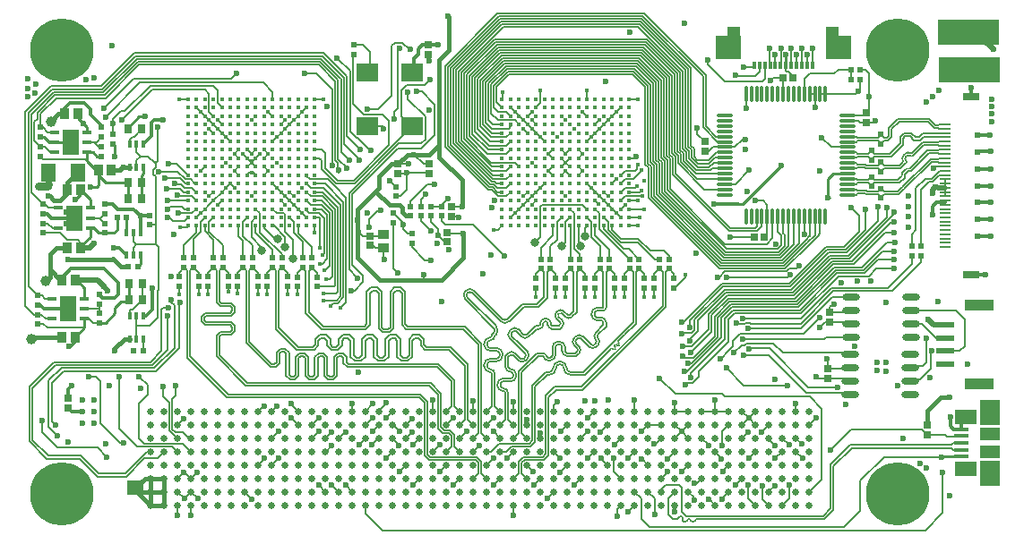
<source format=gtl>
G04 Layer_Physical_Order=1*
G04 Layer_Color=255*
%FSLAX44Y44*%
%MOMM*%
G71*
G01*
G75*
%ADD10C,0.1270*%
%ADD11R,0.5500X0.5500*%
%ADD12R,0.6400X0.6400*%
%ADD13R,0.6400X0.6400*%
%ADD14O,1.6000X0.3500*%
%ADD15O,0.3500X1.6000*%
%ADD16R,1.9000X1.1750*%
%ADD17R,1.9000X2.3750*%
%ADD18R,2.1000X1.4750*%
%ADD19R,1.3800X0.4500*%
%ADD20R,1.1000X0.2000*%
%ADD21R,1.5500X0.8000*%
%ADD22R,0.6000X0.5000*%
%ADD23R,0.5500X0.5500*%
%ADD24R,0.8000X0.9500*%
%ADD25R,0.4500X0.8000*%
%ADD26R,1.6500X2.4000*%
%ADD27O,0.9000X0.4000*%
%ADD28R,0.9500X1.0000*%
%ADD29R,1.0000X0.9500*%
%ADD30R,2.0000X1.8000*%
%ADD31C,0.4000*%
%ADD32C,0.6350*%
%ADD33R,0.3000X0.8000*%
%ADD34R,1.3000X0.8500*%
%ADD35R,2.4000X2.2000*%
%ADD36O,1.6500X0.6500*%
%ADD37R,2.7000X1.0000*%
%ADD38R,1.7000X0.6000*%
%ADD39R,1.4000X1.8000*%
%ADD40C,0.2500*%
%ADD41C,0.3000*%
%ADD42C,0.5000*%
%ADD43C,0.1500*%
%ADD44C,0.6000*%
%ADD45C,0.4000*%
%ADD46C,0.2000*%
%ADD47C,0.8000*%
%ADD48C,0.1900*%
%ADD49R,5.8000X2.4500*%
%ADD50R,1.6000X1.4000*%
%ADD51C,6.0000*%
%ADD52C,0.6000*%
%ADD53C,0.4500*%
%ADD54C,1.0000*%
%ADD55C,0.8000*%
D10*
X362962Y-35153D02*
G03*
X356454Y-36004I-2700J-4659D01*
G01*
X355719Y-36739D02*
G03*
X354868Y-43247I3808J-3808D01*
G01*
X364067Y-37965D02*
G03*
X364072Y-37960I-977J982D01*
G01*
X362111Y-37963D02*
G03*
X364067Y-37965I979J979D01*
G01*
X357675Y-44357D02*
G03*
X358083Y-43376I-977J982D01*
G01*
X357675Y-38700D02*
G03*
X357677Y-42396I1851J-1847D01*
G01*
X361381Y-49234D02*
G03*
X357783Y-50004I-1205J-3163D01*
G01*
X354219Y-53568D02*
G03*
X353449Y-57166I2394J-2394D01*
G01*
X360608Y-51959D02*
G03*
X359741Y-51963I-432J-438D01*
G01*
X362567Y-51965D02*
G03*
X362570Y-51963I-977J982D01*
G01*
X360608Y-51959D02*
G03*
X362567Y-51965I983J976D01*
G01*
X360611Y-51963D02*
G03*
X360608Y-51959I-435J-435D01*
G01*
X356174Y-56393D02*
G03*
X356178Y-56396I438J432D01*
G01*
Y-55526D02*
G03*
X356174Y-56393I435J-435D01*
G01*
X356583Y-57375D02*
G03*
X356174Y-56393I-1385J0D01*
G01*
X34170Y-238595D02*
G03*
X30540Y-234775I-3630J185D01*
G01*
X34175Y-238595D02*
G03*
X40580Y-245000I6405J0D01*
G01*
X30540Y-234775D02*
G03*
X26910Y-238595I0J-3635D01*
G01*
X20500Y-245000D02*
G03*
X26905Y-238595I0J6405D01*
G01*
X36945Y-238595D02*
G03*
X40580Y-242230I3635J0D01*
G01*
X36942Y-238595D02*
G03*
X30540Y-232005I-6402J185D01*
G01*
X30540D02*
G03*
X24138Y-238595I0J-6405D01*
G01*
X20500Y-242230D02*
G03*
X24135Y-238595I0J3635D01*
G01*
X-23507Y-225418D02*
G03*
X-29409Y-219515I-5903J0D01*
G01*
Y-232325D02*
G03*
X-23507Y-226422I0J5903D01*
G01*
X-35180Y-212245D02*
G03*
X-30922Y-207988I0J4257D01*
G01*
X-52308Y-167339D02*
G03*
X-56736Y-167334I-2217J-2217D01*
G01*
X-56746Y-167344D02*
G03*
X-56741Y-171772I2222J-2212D01*
G01*
X-35180Y-212245D02*
G03*
X-38312Y-215378I0J-3133D01*
G01*
X-30922Y-243852D02*
G03*
X-35180Y-239595I-4257J0D01*
G01*
Y-232325D02*
G03*
X-38312Y-235458I0J-3133D01*
G01*
Y-216382D02*
G03*
X-35180Y-219515I3133J0D01*
G01*
X-38312Y-236462D02*
G03*
X-35180Y-239595I3133J0D01*
G01*
X-23507Y-192222D02*
G03*
X-19074Y-192222I2217J2217D01*
G01*
X-26276Y-225418D02*
G03*
X-29409Y-222285I-3133J0D01*
G01*
Y-229555D02*
G03*
X-26276Y-226422I0J3133D01*
G01*
X-31858Y-205006D02*
G03*
X-30940Y-202789I-2217J2217D01*
G01*
D02*
G03*
X-31858Y-200573I-3135J0D01*
G01*
X-35180Y-209475D02*
G03*
X-33692Y-207988I0J1487D01*
G01*
X-35180Y-209475D02*
G03*
X-41083Y-215378I0J-5903D01*
G01*
X-33692Y-243852D02*
G03*
X-35180Y-242365I-1487J0D01*
G01*
Y-229555D02*
G03*
X-41083Y-235458I0J-5903D01*
G01*
Y-216382D02*
G03*
X-35180Y-222285I5903J0D01*
G01*
X-41083Y-236462D02*
G03*
X-35180Y-242365I5903J0D01*
G01*
X71121Y-184264D02*
G03*
X74385Y-181000I0J3264D01*
G01*
X65628Y-184264D02*
G03*
X63397Y-186495I0J-2231D01*
G01*
Y-188303D02*
G03*
X65628Y-190534I2231J0D01*
G01*
X74385Y-195535D02*
G03*
X69384Y-190534I-5001J-0D01*
G01*
X66518Y-206900D02*
G03*
X66519Y-210054I1579J-1576D01*
G01*
X45963Y-211914D02*
G03*
X45960Y-215064I1579J-1576D01*
G01*
X32661Y-218513D02*
G03*
X30430Y-216282I-2231J0D01*
G01*
X28622D02*
G03*
X26391Y-218513I0J-2231D01*
G01*
X32661Y-222269D02*
G03*
X37662Y-227270I5001J0D01*
G01*
X21390Y-231279D02*
G03*
X26391Y-226278I0J5001D01*
G01*
X14681Y-227270D02*
G03*
X19582Y-231279I4902J992D01*
G01*
X71121Y-181494D02*
G03*
X71615Y-181000I0J494D01*
G01*
X60627Y-188303D02*
G03*
X65628Y-193304I5001J0D01*
G01*
Y-181494D02*
G03*
X60627Y-186495I0J-5001D01*
G01*
X71615Y-195535D02*
G03*
X69384Y-193304I-2231J0D01*
G01*
X60044Y-216363D02*
G03*
X63193Y-216367I1576J1579D01*
G01*
X35431Y-218513D02*
G03*
X30430Y-213512I-5001J0D01*
G01*
X28622D02*
G03*
X23621Y-218513I0J-5001D01*
G01*
X35431Y-222269D02*
G03*
X37662Y-224500I2231J0D01*
G01*
X17351Y-226278D02*
G03*
X15573Y-224500I-1778J0D01*
G01*
X21390Y-228509D02*
G03*
X23621Y-226278I0J2231D01*
G01*
X17351D02*
G03*
X19582Y-228509I2231J0D01*
G01*
X32191Y-186548D02*
G03*
X30168Y-186548I-1012J-1012D01*
G01*
X29172Y-187543D02*
G03*
X29172Y-189567I1012J-1012D01*
G01*
X19121Y-195860D02*
G03*
X17690Y-194429I-1431J0D01*
G01*
X16282D02*
G03*
X14851Y-195860I0J-1431D01*
G01*
X19121Y-197299D02*
G03*
X23322Y-201500I4201J0D01*
G01*
X10650D02*
G03*
X14851Y-197299I0J4201D01*
G01*
X-10520Y-203876D02*
G03*
X-13674Y-203875I-1577J-1578D01*
G01*
X-13674Y-203875D02*
G03*
X-13675Y-203876I1576J-1579D01*
G01*
X-10832Y-244381D02*
G03*
X-15833Y-239380I-5001J0D01*
G01*
X-18222Y-237149D02*
G03*
X-15991Y-239380I2231J0D01*
G01*
X-15833Y-251190D02*
G03*
X-10832Y-246189I0J5001D01*
G01*
X-25612Y-255229D02*
G03*
X-23382Y-257460I2231J0D01*
G01*
X-18222Y-262461D02*
G03*
X-23223Y-257460I-5001J0D01*
G01*
X-23382Y-251190D02*
G03*
X-25612Y-253421I0J-2231D01*
G01*
X37810Y-188249D02*
G03*
X39834Y-188249I1012J1012D01*
G01*
X31292Y-196198D02*
G03*
X30873Y-195186I-1431J0D01*
G01*
Y-197209D02*
G03*
X31292Y-196198I-1012J1012D01*
G01*
X21891Y-195860D02*
G03*
X17690Y-191659I-4201J0D01*
G01*
X21891Y-197299D02*
G03*
X23322Y-198730I1431J0D01*
G01*
X16282Y-191659D02*
G03*
X12081Y-195860I0J-4201D01*
G01*
X10650Y-198730D02*
G03*
X12081Y-197299I0J1431D01*
G01*
X-3774Y-206704D02*
G03*
X-625Y-206708I1576J1579D01*
G01*
X-6678Y-229369D02*
G03*
X-3529Y-229373I1576J1579D01*
G01*
X-8561Y-201917D02*
G03*
X-15634Y-201917I-3536J-3536D01*
G01*
X-16912Y-203196D02*
G03*
X-16912Y-210268I3536J-3536D01*
G01*
X-13602Y-244381D02*
G03*
X-15833Y-242150I-2231J0D01*
G01*
X-20992Y-237149D02*
G03*
X-15991Y-242150I5001J0D01*
G01*
X-15833Y-248420D02*
G03*
X-13602Y-246189I0J2231D01*
G01*
X-28382Y-255229D02*
G03*
X-23382Y-260230I5001J0D01*
G01*
X-20992Y-262461D02*
G03*
X-23223Y-260230I-2231J0D01*
G01*
X-23382Y-248420D02*
G03*
X-28382Y-253421I0J-5001D01*
G01*
X64560Y-204957D02*
G03*
X64388Y-211831I3527J-3527D01*
G01*
X48621Y-224797D02*
G03*
X50085Y-221261I-3536J3536D01*
G01*
D02*
G03*
X48621Y-217724I-5001J0D01*
G01*
X50397Y-210634D02*
G03*
X47248Y-210630I-1576J-1579D01*
G01*
X58084Y-218321D02*
G03*
X65157Y-218321I3536J3536D01*
G01*
X66435Y-217042D02*
G03*
X67900Y-213506I-3536J3536D01*
G01*
D02*
G03*
X66518Y-210054I-5001J0D01*
G01*
X46663Y-222837D02*
G03*
X47315Y-221261I-1579J1576D01*
G01*
D02*
G03*
X46667Y-219688I-2231J0D01*
G01*
X44006Y-209954D02*
G03*
X44006Y-217027I3536J-3536D01*
G01*
X52357Y-208676D02*
G03*
X45284Y-208676I-3536J-3536D01*
G01*
X64478Y-215082D02*
G03*
X65130Y-213506I-1579J1576D01*
G01*
D02*
G03*
X64381Y-211839I-2231J0D01*
G01*
X-13406Y-226559D02*
G03*
X-16555Y-226555I-1576J-1579D01*
G01*
X-8638Y-231327D02*
G03*
X-1566Y-231327I3536J3536D01*
G01*
X-287Y-230048D02*
G03*
X1177Y-226512I-3536J3536D01*
G01*
D02*
G03*
X-287Y-222976I-5001J0D01*
G01*
X-14954Y-205155D02*
G03*
X-14958Y-208305I1577J-1577D01*
G01*
X-5734Y-208662D02*
G03*
X1338Y-208662I3536J3536D01*
G01*
X-11446Y-224601D02*
G03*
X-18519Y-224601I-3536J-3536D01*
G01*
X-2245Y-228088D02*
G03*
X-1593Y-226512I-1579J1576D01*
G01*
D02*
G03*
X-2241Y-224939I-2231J0D01*
G01*
X32832Y-199168D02*
G03*
X34062Y-196198I-2971J2971D01*
G01*
D02*
G03*
X32832Y-193227I-4201J0D01*
G01*
X35851Y-190208D02*
G03*
X41792Y-190208I2971J2971D01*
G01*
X34150Y-184589D02*
G03*
X28209Y-184589I-2971J-2971D01*
G01*
X27213Y-185585D02*
G03*
X27213Y-191526I2971J-2971D01*
G01*
X-25466Y-194181D02*
G03*
X-17115Y-194181I4175J4175D01*
G01*
X-28170Y-202789D02*
G03*
X-29899Y-198614I-5905J0D01*
G01*
Y-206965D02*
G03*
X-28170Y-202789I-4175J4175D01*
G01*
X-50349Y-165380D02*
G03*
X-58700Y-165380I-4175J-4175D01*
G01*
X-58700Y-165380D02*
G03*
X-58700Y-173731I4175J-4175D01*
G01*
X80502Y-220032D02*
G03*
X78886Y-220032I-808J-808D01*
G01*
X81131Y-220661D02*
G03*
X82748Y-220661I808J808D01*
G01*
X82927Y-220481D02*
G03*
X82927Y-218865I-808J808D01*
G01*
X82298Y-216619D02*
G03*
X82298Y-218235I808J-808D01*
G01*
X84094Y-216439D02*
G03*
X82478Y-216439I-808J-808D01*
G01*
X84724Y-217069D02*
G03*
X86340Y-217069I808J808D01*
G01*
X86519Y-216889D02*
G03*
X86519Y-215273I-808J808D01*
G01*
X85891Y-213027D02*
G03*
X85891Y-214643I808J-808D01*
G01*
X358083Y-43376D02*
G03*
X357677Y-42396I-1385J0D01*
G01*
X362111Y-37963D02*
G03*
X358418Y-37958I-1849J-1849D01*
G01*
X356178Y-58355D02*
G03*
X356583Y-57375I-979J979D01*
G01*
X362962Y-35153D02*
X373500Y-24615D01*
X351500Y-46615D02*
X354868Y-43247D01*
X364072Y-37960D02*
X374647Y-27385D01*
X364067Y-37965D02*
X364072Y-37960D01*
X357675Y-38700D02*
X358410Y-37965D01*
X352647Y-49385D02*
X357675Y-44357D01*
X361381Y-49234D02*
X378000Y-32615D01*
X350000Y-60615D02*
X353449Y-57166D01*
X362570Y-51963D02*
X379147Y-35385D01*
X362567Y-51965D02*
X362570Y-51963D01*
X362567Y-51965D02*
X362570Y-51963D01*
X40580Y-245000D02*
X53917D01*
X18500D02*
X20500D01*
X40580Y-242230D02*
X52770Y-242230D01*
X17353D02*
X20500Y-242230D01*
X20500D01*
X-23507Y-226422D02*
Y-225418D01*
X-30922Y-207988D02*
X-29899Y-206965D01*
X-30922Y-207988D02*
X-30922Y-207988D01*
X-52308Y-167339D02*
X-25466Y-194181D01*
X-30922Y-207988D02*
X-30922Y-207988D01*
X-56741Y-171772D02*
X-29899Y-198614D01*
X-35180Y-219515D02*
X-29409D01*
X-38312Y-216382D02*
Y-215378D01*
X-35180Y-232325D02*
X-29409D01*
X-30922Y-243852D02*
X-30922Y-274585D01*
X-38312Y-236462D02*
Y-235458D01*
X-19074Y-192222D02*
X-4582Y-177730D01*
X-26276Y-226422D02*
Y-225418D01*
X-33692Y-274585D02*
Y-243852D01*
Y-206840D02*
X-31858Y-205006D01*
X-50349Y-165380D02*
X-23507Y-192222D01*
X-58700Y-173731D02*
X-31858Y-200573D01*
X-35180Y-222285D02*
X-29409D01*
X-41083Y-216382D02*
Y-215378D01*
X-35180Y-229555D02*
X-29409D01*
X-41083Y-236462D02*
Y-235458D01*
X74385Y-181000D02*
X74385Y-147615D01*
X65628Y-184264D02*
X71121D01*
X65628Y-190534D02*
X69384D01*
X63397Y-188303D02*
Y-186495D01*
X74385Y-195535D02*
Y-195535D01*
Y-195535D02*
Y-195535D01*
Y-195535D02*
X74385Y-199032D01*
X66518Y-206900D02*
X74385Y-199032D01*
X45963Y-211914D02*
X47241Y-210637D01*
X28622Y-216282D02*
X30430D01*
X32661Y-222269D02*
Y-218513D01*
X26391Y-226278D02*
Y-218513D01*
X37662Y-227270D02*
X46147D01*
X10000D02*
X14681D01*
X19582Y-231279D02*
X21390D01*
X65628Y-181494D02*
X71121D01*
X65628Y-193304D02*
X69384D01*
X60627Y-188303D02*
Y-186495D01*
X71615Y-197885D02*
Y-195535D01*
X57572Y-213891D02*
X60044Y-216363D01*
X37662Y-224500D02*
X45000Y-224500D01*
X28622Y-213512D02*
X30430D01*
X35431Y-222269D02*
Y-218513D01*
X8853Y-224500D02*
X15573Y-224500D01*
X23621Y-226278D02*
Y-218513D01*
X19582Y-228509D02*
X21390D01*
X32191Y-186548D02*
X35851Y-190208D01*
X29172Y-187543D02*
X30168Y-186548D01*
X29172Y-189567D02*
X32832Y-193227D01*
X16282Y-194429D02*
X17690D01*
X19121Y-197299D02*
Y-195860D01*
X23322Y-201500D02*
X30500D01*
X14851Y-197299D02*
Y-195860D01*
X8500Y-201500D02*
X10650D01*
X-10520Y-203876D02*
X-5734Y-208662D01*
X-13674Y-203875D02*
X-13674Y-203875D01*
X-13674Y-203875D02*
X-13674Y-203875D01*
X-14954Y-205155D02*
X-13674Y-203875D01*
X-18222Y-237149D02*
Y-228222D01*
X-10832Y-246189D02*
Y-244381D01*
X-23382Y-251190D02*
X-15833D01*
X-25612Y-255229D02*
Y-253421D01*
X-18222Y-265385D02*
Y-262461D01*
X39834Y-188249D02*
X43615Y-184468D01*
X34150Y-184589D02*
X37810Y-188249D01*
X27213Y-191526D02*
X30873Y-195186D01*
X16282Y-191659D02*
X17690D01*
X21891Y-197299D02*
Y-195860D01*
X29353Y-198730D02*
X30873Y-197209D01*
X23322Y-198730D02*
X29353Y-198730D01*
X12081Y-197299D02*
Y-195860D01*
X7353Y-198730D02*
X10650Y-198730D01*
X-8561Y-201917D02*
X-3774Y-206704D01*
X-11446Y-224601D02*
X-6678Y-229369D01*
X-16912Y-203196D02*
X-15634Y-201917D01*
X-20992Y-237149D02*
Y-227075D01*
X-13602Y-246189D02*
Y-244381D01*
X-23382Y-248420D02*
X-15833D01*
X-28382Y-255229D02*
Y-253421D01*
X-20992Y-265385D02*
Y-262461D01*
X64000Y-80000D02*
X68000Y-84000D01*
X382498Y-62502D02*
X389000Y-56000D01*
X379502Y-62502D02*
X382498D01*
X382158Y-59250D02*
X389408Y-52000D01*
X375750Y-59250D02*
X382158D01*
X372004Y-70000D02*
X379502Y-62502D01*
X367000Y-68000D02*
X375750Y-59250D01*
X-220900Y-110692D02*
Y-105627D01*
Y-110692D02*
X-212700Y-118892D01*
Y-134300D02*
Y-118892D01*
X-203700Y-134300D02*
Y-124300D01*
X-217000Y-111000D02*
X-203700Y-124300D01*
X-217000Y-111000D02*
Y-104000D01*
X100500Y-40000D02*
X102500Y-38000D01*
X96000Y-40000D02*
X100500D01*
X-284167Y-266000D02*
X-102442D01*
X-283020Y-263230D02*
X-101295D01*
X-94422Y-273885D02*
Y-270103D01*
X-101295Y-263230D02*
X-94422Y-270103D01*
X-92020Y-322730D02*
X-48201D01*
X-94537Y-274000D02*
X-94422Y-273885D01*
X-94537Y-320213D02*
Y-274000D01*
X-43737Y-337970D02*
X-38657Y-343050D01*
X-43737Y-337970D02*
Y-327194D01*
X-94537Y-320213D02*
X-92020Y-322730D01*
X-48201D02*
X-43737Y-327194D01*
X-310600Y-152100D02*
Y-148100D01*
X-315600Y-143100D02*
X-310600Y-148100D01*
X-318715Y-146215D02*
X-315600Y-143100D01*
X-318715Y-227535D02*
Y-146215D01*
Y-227535D02*
X-283020Y-263230D01*
X-97040Y-321302D02*
Y-321302D01*
X-97077Y-321265D02*
X-97040Y-321302D01*
X-93072Y-325270D02*
X-49253D01*
X-97192Y-273885D02*
Y-271250D01*
X-97077Y-321265D02*
Y-274000D01*
X-46277Y-337970D02*
Y-328246D01*
X-51357Y-343050D02*
X-46277Y-337970D01*
X-97040Y-321302D02*
X-93072Y-325270D01*
X-49253D02*
X-46277Y-328246D01*
X-324600Y-143100D02*
X-321485Y-146215D01*
X-329600Y-148100D02*
X-324600Y-143100D01*
X-329600Y-152100D02*
Y-148100D01*
X-102442Y-266000D02*
X-97192Y-271250D01*
Y-273885D02*
X-97077Y-274000D01*
X-321485Y-228682D02*
Y-146215D01*
Y-228682D02*
X-284167Y-266000D01*
X-84492Y-273885D02*
Y-263508D01*
X-81722Y-273885D02*
Y-262361D01*
X-92730Y-255270D02*
X-84492Y-263508D01*
X-91583Y-252500D02*
X-81722Y-262361D01*
X-266147Y-255270D02*
X-92730D01*
X-265000Y-252500D02*
X-91583D01*
X-293785Y-227632D02*
X-266147Y-255270D01*
X-291015Y-226485D02*
X-265000Y-252500D01*
X-293785Y-227632D02*
Y-208926D01*
X-291015Y-226485D02*
Y-208926D01*
X-291015Y-208926D02*
X-289114Y-207025D01*
X-279929D01*
X-276405Y-203502D01*
Y-198738D01*
X-279929Y-195215D02*
X-276405Y-198738D01*
X-303724Y-195215D02*
X-279929D01*
X-305625Y-193314D02*
X-303724Y-195215D01*
X-305625Y-193314D02*
Y-190846D01*
X-303724Y-188945D01*
X-279929D01*
X-276405Y-185422D01*
Y-180658D01*
X-279929Y-177135D02*
X-276405Y-180658D01*
X-289114Y-177135D02*
X-279929D01*
X-291015Y-175234D02*
X-289114Y-177135D01*
X-291015Y-175234D02*
X-291015Y-146315D01*
X-59092Y-272385D02*
Y-236408D01*
X-56322Y-272385D02*
Y-235261D01*
X-74000Y-221500D02*
X-59092Y-236408D01*
X-72853Y-218730D02*
X-56322Y-235261D01*
X-96882Y-221500D02*
X-74000D01*
X-95735Y-218730D02*
X-72853D01*
X-101005Y-217377D02*
X-96882Y-221500D01*
X-98235Y-216229D02*
X-95735Y-218730D01*
X-101005Y-217377D02*
Y-212422D01*
X-98235Y-216229D02*
Y-211274D01*
X-103506Y-209921D02*
X-101005Y-212422D01*
X-102359Y-207151D02*
X-98235Y-211274D01*
X-106775Y-209921D02*
X-103506D01*
X-107922Y-207151D02*
X-102359D01*
X-109275Y-212422D02*
X-106775Y-209921D01*
X-112045Y-211274D02*
X-107922Y-207151D01*
X-109275Y-227646D02*
Y-212422D01*
X-112045Y-226499D02*
Y-211274D01*
X-113399Y-231770D02*
X-109275Y-227646D01*
X-114546Y-229000D02*
X-112045Y-226499D01*
X-118962Y-231770D02*
X-113399D01*
X-117815Y-229000D02*
X-114546D01*
X-123085Y-227646D02*
X-118962Y-231770D01*
X-120315Y-226499D02*
X-117815Y-229000D01*
X-123085Y-227646D02*
Y-212422D01*
X-120315Y-226499D02*
Y-211274D01*
X-125586Y-209921D02*
X-123085Y-212422D01*
X-124438Y-207151D02*
X-120315Y-211274D01*
X-128855Y-209921D02*
X-125586D01*
X-130002Y-207151D02*
X-124438D01*
X-131355Y-212422D02*
X-128855Y-209921D01*
X-134125Y-211274D02*
X-130002Y-207151D01*
X-131355Y-227646D02*
Y-212422D01*
X-134125Y-226499D02*
Y-211274D01*
X-135478Y-231770D02*
X-131355Y-227646D01*
X-136626Y-229000D02*
X-134125Y-226499D01*
X-141042Y-231770D02*
X-135478D01*
X-139894Y-229000D02*
X-136626D01*
X-145165Y-227646D02*
X-141042Y-231770D01*
X-142395Y-226499D02*
X-139894Y-229000D01*
X-145165Y-227646D02*
Y-212422D01*
X-142395Y-226499D02*
Y-211274D01*
X-147666Y-209921D02*
X-145165Y-212422D01*
X-146518Y-207151D02*
X-142395Y-211274D01*
X-150934Y-209921D02*
X-147666D01*
X-152082Y-207151D02*
X-146518D01*
X-153435Y-212422D02*
X-150934Y-209921D01*
X-156205Y-211274D02*
X-152082Y-207151D01*
X-153435Y-227646D02*
Y-212422D01*
X-156205Y-226499D02*
Y-211274D01*
X-157558Y-231770D02*
X-153435Y-227646D01*
X-158706Y-229000D02*
X-156205Y-226499D01*
X-163122Y-231770D02*
X-157558D01*
X-161974Y-229000D02*
X-158706D01*
X-167245Y-227646D02*
X-163122Y-231770D01*
X-164475Y-226499D02*
X-161974Y-229000D01*
X-167245Y-227646D02*
Y-212422D01*
X-164475Y-226499D02*
Y-211274D01*
X-169746Y-209921D02*
X-167245Y-212422D01*
X-168598Y-207151D02*
X-164475Y-211274D01*
X-173014Y-209921D02*
X-169746D01*
X-174162Y-207151D02*
X-168598D01*
X-175515Y-212422D02*
X-173014Y-209921D01*
X-178285Y-211274D02*
X-174162Y-207151D01*
X-175515Y-217377D02*
Y-212422D01*
X-178285Y-216229D02*
Y-211274D01*
X-179638Y-221500D02*
X-175515Y-217377D01*
X-180786Y-218730D02*
X-178285Y-216229D01*
X-185202Y-221500D02*
X-179638D01*
X-184054Y-218730D02*
X-180786D01*
X-189325Y-217377D02*
X-185202Y-221500D01*
X-186555Y-216229D02*
X-184054Y-218730D01*
X-189325Y-217377D02*
Y-212422D01*
X-186555Y-216229D02*
Y-211274D01*
X-191826Y-209921D02*
X-189325Y-212422D01*
X-190678Y-207151D02*
X-186555Y-211274D01*
X-195094Y-209921D02*
X-191826D01*
X-196242Y-207151D02*
X-190678D01*
X-197595Y-212422D02*
X-195094Y-209921D01*
X-200365Y-211274D02*
X-196242Y-207151D01*
X-197595Y-217377D02*
Y-212422D01*
X-200365Y-216229D02*
Y-211274D01*
X-201718Y-221500D02*
X-197595Y-217377D01*
X-202866Y-218730D02*
X-200365Y-216229D01*
X-217917Y-221500D02*
X-201718D01*
X-216770Y-218730D02*
X-202866D01*
X-237885Y-201532D02*
X-217917Y-221500D01*
X-235115Y-200385D02*
X-216770Y-218730D01*
X-237885Y-201532D02*
Y-146315D01*
X-235115Y-200385D02*
Y-146315D01*
X-257000Y-40000D02*
X-253000Y-36000D01*
X-257000Y-40000D02*
X-257000D01*
X-261000Y-44000D02*
X-261000Y-44000D01*
X-259000Y-54000D02*
X-257000Y-56000D01*
X-265000D02*
X-263000Y-54000D01*
X-265000Y-56000D02*
X-265000D01*
X-253000Y-36000D02*
Y-36000D01*
X-265000Y-32000D02*
X-261000Y-36000D01*
X-257000Y-32000D01*
X-261000Y-36000D02*
Y-36000D01*
X-281000Y-64000D02*
X-277000Y-68000D01*
X-281000Y-64000D02*
Y-64000D01*
X-297000Y-80000D02*
X-289000Y-72000D01*
X-301000Y-12000D02*
X-297000Y-16000D01*
X-301000Y-12000D02*
Y-12000D01*
X-221500Y-135000D02*
Y-117000D01*
X-229000Y-124000D02*
Y-114648D01*
X139000Y-163000D02*
X149000Y-153000D01*
X-197000Y-92000D02*
X-191820Y-97180D01*
Y-129820D02*
Y-97180D01*
X-193500Y-131500D02*
X-191820Y-129820D01*
X-194080Y-140000D02*
X-189280Y-135200D01*
Y-93128D01*
X-194408Y-88000D02*
X-189280Y-93128D01*
X-191240Y-146000D02*
X-186740Y-141500D01*
Y-92076D01*
X-194721Y-84095D02*
X-186740Y-92076D01*
X-186700Y-154500D02*
X-184200Y-152000D01*
Y-90300D01*
X-194500Y-80000D02*
X-184200Y-90300D01*
X-182960Y-161300D02*
X-181660Y-160000D01*
Y-88340D01*
X-194000Y-76000D02*
X-181660Y-88340D01*
X-180850Y-168000D02*
X-179120Y-166270D01*
Y-86380D01*
X-193500Y-72000D02*
X-179120Y-86380D01*
X-192500Y-68000D02*
X-176580Y-83920D01*
Y-170580D02*
Y-83920D01*
X-180500Y-174500D02*
X-176580Y-170580D01*
X-191500Y-64000D02*
X-174040Y-81460D01*
Y-171632D02*
Y-81460D01*
X-179448Y-177040D02*
X-174040Y-171632D01*
X-181845Y-66655D02*
X-171500Y-77000D01*
Y-176195D02*
Y-77000D01*
X-177000Y-181695D02*
X-171500Y-176195D01*
X-201000Y-110500D02*
Y-104000D01*
X-192000Y-146000D02*
X-191240D01*
X-42440Y32771D02*
X-22686Y52525D01*
X-42440Y-7560D02*
Y32771D01*
Y-7560D02*
X-34000Y-16000D01*
X-44980Y-10020D02*
X-35000Y-20000D01*
X-44980Y-10020D02*
Y33823D01*
X-23738Y55065D01*
X-47520Y34875D02*
X-24790Y57605D01*
X-47520Y-11980D02*
Y34875D01*
Y-11980D02*
X-35500Y-24000D01*
X-50060Y-14440D02*
X-36500Y-28000D01*
X-50060Y-14440D02*
Y35927D01*
X-25842Y60145D01*
X-52600Y36979D02*
X-26894Y62685D01*
X-52600Y-16900D02*
Y36979D01*
Y-16900D02*
X-37500Y-32000D01*
X-55140Y-18860D02*
X-38000Y-36000D01*
X-55140Y-18860D02*
Y38031D01*
X-27946Y65225D01*
X-57680Y39083D02*
X-28998Y67765D01*
X-57680Y-20820D02*
Y39083D01*
Y-20820D02*
X-34500Y-44000D01*
X-60220Y-21872D02*
X-34092Y-48000D01*
X-60220Y-21872D02*
Y40135D01*
X-30050Y70305D01*
X-62760Y41187D02*
X-31102Y72845D01*
X-62760Y-22924D02*
Y41187D01*
Y-22924D02*
X-33684Y-52000D01*
X-65300Y-23976D02*
X-33276Y-56000D01*
X-65300Y-23976D02*
Y42239D01*
X-23040Y84500D01*
X-67840Y43292D02*
X-24092Y87040D01*
X-67840Y-25028D02*
Y43292D01*
Y-25028D02*
X-32933Y-59935D01*
X-70380Y-26081D02*
X-33986Y-62475D01*
X-70380Y-26081D02*
Y44344D01*
X-25144Y89580D01*
X-72920Y45396D02*
X-26196Y92120D01*
X-72920Y-27133D02*
Y45396D01*
Y-27133D02*
X-35038Y-65015D01*
X-75460Y-28185D02*
X-36090Y-67555D01*
X-75460Y-28185D02*
Y46448D01*
X-27248Y94660D01*
X-78000Y47500D02*
X-28300Y97200D01*
X-78000Y-29422D02*
Y47500D01*
Y-29422D02*
X-37327Y-70095D01*
X-39660Y31959D02*
X-21634Y49985D01*
X-39660Y-5840D02*
Y31959D01*
Y-5840D02*
X-33500Y-12000D01*
X-37120Y30907D02*
X-20582Y47445D01*
X-37120Y-3880D02*
Y30907D01*
Y-3880D02*
X-33000Y-8000D01*
X-34580Y29854D02*
X-19529Y44905D01*
X-34580Y2580D02*
Y29854D01*
Y2580D02*
X-28000Y-4000D01*
X-32040Y28802D02*
X-18477Y42365D01*
X-32040Y8040D02*
Y28802D01*
Y8040D02*
X-28000Y4000D01*
X-29500Y27750D02*
X-17425Y39825D01*
X-29500Y13500D02*
Y27750D01*
Y13500D02*
X-24000Y8000D01*
X-28000Y-4000D02*
X-12000D01*
X-28000Y4000D02*
X-20000D01*
X-23500Y16500D02*
Y22500D01*
X-24000Y16000D02*
X-23500Y16500D01*
X-182100Y-66655D02*
X-181845D01*
X-188755Y-60000D02*
X-182100Y-66655D01*
X-206000Y-60000D02*
X-188755D01*
X-201000Y-64000D02*
X-191500D01*
X-149000Y40800D02*
Y60500D01*
X-206500Y-92000D02*
X-197000D01*
X-201000Y-104000D02*
X-201000Y-104000D01*
X-265000Y-48000D02*
X-261000Y-44000D01*
X67153Y-83347D02*
X67806Y-84000D01*
X68000D01*
X-33968Y-70095D02*
X-28063Y-76000D01*
X-28471Y-72000D02*
X-24000D01*
X-32916Y-67555D02*
X-28471Y-72000D01*
X-28784Y-68095D02*
X-20095D01*
X-31864Y-65015D02*
X-28784Y-68095D01*
X-29287Y-64000D02*
X-24000D01*
X-30812Y-62475D02*
X-29287Y-64000D01*
X-28063Y-76000D02*
X-20000D01*
X-29695Y-60000D02*
X-20000D01*
X-29760Y-59935D02*
X-29695Y-60000D01*
X-32933Y-59935D02*
X-29760D01*
X-33986Y-62475D02*
X-30812D01*
X-35038Y-65015D02*
X-31864D01*
X-36090Y-67555D02*
X-32916D01*
X-37327Y-70095D02*
X-33968D01*
X-20000Y-60000D02*
X-16000Y-56000D01*
X-33276D02*
X-24000D01*
X6500Y-120000D02*
X12000Y-114500D01*
Y-86000D01*
X14000Y-84000D01*
X52000D01*
X56000Y-88000D01*
X32000Y-123500D02*
X36000Y-119500D01*
Y-100000D01*
X40000Y-96000D01*
X54095Y-105905D02*
X56000Y-104000D01*
X54095Y-113985D02*
Y-105905D01*
X48000Y-121000D02*
X50000Y-123000D01*
X48000Y-121000D02*
Y-104000D01*
X68500Y-135500D02*
Y-123500D01*
X60000Y-115000D02*
Y-100000D01*
Y-115000D02*
X68500Y-123500D01*
X77500Y-135500D02*
Y-126500D01*
X64000Y-113000D02*
Y-104000D01*
Y-113000D02*
X77500Y-126500D01*
X44000Y-125500D02*
Y-92000D01*
Y-125500D02*
X49500Y-131000D01*
Y-135500D02*
Y-131000D01*
X-229000Y-109500D02*
X-221500Y-117000D01*
X-239648Y-104000D02*
X-229000Y-114648D01*
X-241000Y-104000D02*
X-239648D01*
X-238592Y-116500D02*
X-236000D01*
X-249000Y-106092D02*
X-238592Y-116500D01*
X-249000Y-106092D02*
Y-104000D01*
X-252905Y-110195D02*
X-232000Y-131100D01*
X-252905Y-110195D02*
Y-102382D01*
X-241000Y-134200D02*
Y-126600D01*
X-257000Y-110600D02*
X-241000Y-126600D01*
X-257000Y-110600D02*
Y-104000D01*
X-229000Y-109500D02*
Y-93500D01*
X-230500Y-92000D02*
X-229000Y-93500D01*
X-237000Y-92000D02*
X-230500D01*
X-241000Y-88000D02*
X-237000Y-92000D01*
X-251500Y-127500D02*
Y-124500D01*
X-261000Y-115000D02*
X-251500Y-124500D01*
X-261000Y-115000D02*
Y-100000D01*
X-257000Y-96000D01*
X-17425Y39825D02*
X99075D01*
X-18477Y42365D02*
X100127D01*
X-19529Y44905D02*
X101179D01*
X-20582Y47445D02*
X102231D01*
X-21634Y49985D02*
X103283D01*
X-22686Y52525D02*
X104335D01*
X-23738Y55065D02*
X105387D01*
X-24790Y57605D02*
X106440D01*
X-25842Y60145D02*
X107492D01*
X-26894Y62685D02*
X108544D01*
X-27946Y65225D02*
X109596D01*
X-28998Y67765D02*
X110648D01*
X-30050Y70305D02*
X111700D01*
X-31102Y72845D02*
X112752D01*
X-156000Y67500D02*
X-149000Y60500D01*
X-164000Y67500D02*
X-156000D01*
X112752Y72845D02*
X144340Y41257D01*
X111700Y70305D02*
X141800Y40205D01*
X110648Y67765D02*
X139260Y39153D01*
X109596Y65225D02*
X136720Y38101D01*
X108544Y62685D02*
X134180Y37049D01*
X107492Y60145D02*
X131640Y35997D01*
X106440Y57605D02*
X129100Y34945D01*
X105387Y55065D02*
X126560Y33893D01*
X104335Y52525D02*
X124020Y32840D01*
X103283Y49985D02*
X121480Y31788D01*
X102231Y47445D02*
X118940Y30736D01*
X101179Y44905D02*
X116400Y29684D01*
X100127Y42365D02*
X113860Y28632D01*
X99075Y39825D02*
X111320Y27580D01*
X114155Y-77392D02*
Y-48779D01*
X116695Y-76340D02*
Y-47727D01*
X119235Y-75288D02*
Y-46675D01*
X121775Y-74236D02*
Y-45623D01*
X124315Y-73183D02*
Y-44571D01*
X126855Y-72131D02*
Y-43519D01*
X129395Y-71079D02*
Y-42466D01*
X131935Y-70027D02*
Y-41414D01*
X134475Y-68975D02*
X186500Y-121000D01*
X134475Y-68975D02*
Y-40362D01*
X191092Y-106000D02*
X215000D01*
X139555Y-54463D02*
X191092Y-106000D01*
X139555Y-54463D02*
Y-38258D01*
X190500Y-109000D02*
X217000D01*
X137015Y-55515D02*
X190500Y-109000D01*
X137015Y-55515D02*
Y-39310D01*
X217000Y-109000D02*
X221500Y-104500D01*
X215000Y-106000D02*
X216500Y-104500D01*
X136720Y-35423D02*
X139555Y-38258D01*
X134180Y-36475D02*
X137015Y-39310D01*
X131640Y-37527D02*
X134475Y-40362D01*
X129100Y-38579D02*
X131935Y-41414D01*
X126560Y-39631D02*
X129395Y-42466D01*
X124020Y-40683D02*
X126855Y-43519D01*
X121480Y-41736D02*
X124315Y-44571D01*
X118940Y-42788D02*
X121775Y-45623D01*
X116400Y-43840D02*
X119235Y-46675D01*
X113860Y-44892D02*
X116695Y-47727D01*
X111320Y-45944D02*
X114155Y-48779D01*
X92000Y-60000D02*
X100000D01*
X108000Y-52000D02*
Y-51500D01*
X100000Y-60000D02*
X108000Y-52000D01*
X103845Y-50155D02*
Y-46655D01*
X104500Y-46000D01*
X102000Y-52000D02*
X103845Y-50155D01*
X108000Y-51500D02*
X108000D01*
X154795Y-39387D02*
X160862Y-45454D01*
X147175Y-42543D02*
X159132Y-54500D01*
X144635Y-43595D02*
X160539Y-59500D01*
X142095Y-44648D02*
X166947Y-69500D01*
X111320Y-45944D02*
Y27580D01*
X154500Y-28058D02*
Y45466D01*
Y-28058D02*
X157335Y-30893D01*
Y-38335D02*
Y-30893D01*
X151960Y-29110D02*
Y44413D01*
Y-29110D02*
X154795Y-31946D01*
Y-39387D02*
Y-31946D01*
X149420Y-30162D02*
Y43361D01*
Y-30162D02*
X152255Y-32998D01*
Y-40439D02*
Y-32998D01*
X146880Y-31215D02*
Y42309D01*
Y-31215D02*
X149715Y-34050D01*
Y-41491D02*
Y-34050D01*
X144340Y-32267D02*
Y41257D01*
Y-32267D02*
X147175Y-35102D01*
Y-42543D02*
Y-35102D01*
X141800Y-33319D02*
Y40205D01*
Y-33319D02*
X144635Y-36154D01*
Y-43595D02*
Y-36154D01*
X139260Y-34371D02*
Y39153D01*
Y-34371D02*
X142095Y-37206D01*
Y-44648D02*
Y-37206D01*
X136720Y-35423D02*
Y38101D01*
X134180Y-36475D02*
Y37049D01*
X131640Y-37527D02*
Y35997D01*
X129100Y-38579D02*
Y34945D01*
X126560Y-39631D02*
Y33893D01*
X124020Y-40683D02*
Y32840D01*
X121480Y-41736D02*
Y31788D01*
X118940Y-42788D02*
Y30736D01*
X116400Y-43840D02*
Y29684D01*
X113860Y-44892D02*
Y28632D01*
X160862Y-45454D02*
X171046D01*
X160770Y-48954D02*
X171454D01*
X159724Y-51500D02*
X172500D01*
X178408Y-34500D02*
X186000D01*
X171046Y-45454D02*
X177000Y-39500D01*
X186000D01*
X171454Y-48954D02*
X175908Y-44500D01*
X186000D01*
X172500Y-51500D02*
X174500Y-49500D01*
X186000D01*
X165730Y-10822D02*
Y37828D01*
Y-10822D02*
X179408Y-24500D01*
X186000D01*
X168500Y-10000D02*
X178000Y-19500D01*
X168500Y-10000D02*
Y38650D01*
X178000Y-19500D02*
X186000D01*
X102000Y-68000D02*
X103500Y-66500D01*
X106160Y-72000D02*
X107930Y-70230D01*
X108345Y-75845D02*
X108500Y-76000D01*
X96000Y-72000D02*
X106160D01*
X102279Y-75845D02*
X108345D01*
X102124Y-76000D02*
X102279Y-75845D01*
X92000Y-76000D02*
X102124D01*
X96000Y-80000D02*
X104000D01*
X80000Y-64000D02*
X84000Y-60000D01*
X7500Y-171500D02*
Y-162500D01*
X149000Y-153000D02*
Y-150500D01*
X130385Y-180532D02*
Y-147615D01*
X127615Y-179385D02*
Y-147615D01*
X371000Y-121991D02*
X372004Y-122995D01*
X363000Y-112000D02*
X367000Y-108000D01*
X363000Y-123000D02*
Y-112000D01*
X-20000Y-76000D02*
X-16000Y-72000D01*
X-20095Y-68095D02*
X-16000Y-64000D01*
X-20000Y-52000D02*
X-16000Y-48000D01*
X-33684Y-52000D02*
X-20000D01*
X-34092Y-48000D02*
X-24000D01*
X-12000Y-44000D02*
X-8000Y-48000D01*
X-34500Y-44000D02*
X-12000D01*
X-20000Y-36000D02*
X-16000Y-32000D01*
X-38000Y-36000D02*
X-20000D01*
X-37500Y-32000D02*
X-24000D01*
X-20000Y-28000D02*
X-16000Y-24000D01*
X-36500Y-28000D02*
X-20000D01*
X-35500Y-24000D02*
X-24000D01*
X-20000Y-20000D02*
X-16000Y-16000D01*
X-35000Y-20000D02*
X-20000D01*
X-34000Y-16000D02*
X-24000D01*
X-16000Y-10000D02*
Y-8000D01*
X-18000Y-12000D02*
X-16000Y-10000D01*
X-33500Y-12000D02*
X-18000D01*
X-33000Y-8000D02*
X-24000D01*
X-12000Y-4000D02*
X-8000Y-8000D01*
X-20000Y4000D02*
X-16000Y0D01*
X133500Y-135500D02*
Y-132500D01*
X128500Y-127500D02*
X133500Y-132500D01*
X116000Y-127500D02*
X128500D01*
X104500Y-116000D02*
X116000Y-127500D01*
X88500Y-116000D02*
X104500D01*
X80000Y-107500D02*
X88500Y-116000D01*
X80000Y-107500D02*
Y-104000D01*
X72000Y-96000D02*
X76000Y-100000D01*
Y-107500D02*
Y-100000D01*
Y-107500D02*
X88000Y-119500D01*
X104000D01*
X120000Y-135500D01*
X124500D01*
X96000Y-126000D02*
X105500Y-135500D01*
X90592Y-126000D02*
X96000D01*
X72000Y-107408D02*
X90592Y-126000D01*
X72000Y-107408D02*
Y-104000D01*
X64000Y-88000D02*
X68000Y-92000D01*
Y-107000D02*
Y-92000D01*
Y-107000D02*
X96500Y-135500D01*
X56000Y-96000D02*
X60000Y-100000D01*
X40000Y-88000D02*
X44000Y-92000D01*
X40000Y-104000D02*
X40500Y-104500D01*
Y-135500D02*
Y-104500D01*
X28095Y-99905D02*
X32000Y-96000D01*
X28095Y-116905D02*
Y-99905D01*
X21500Y-123500D02*
X28095Y-116905D01*
X21500Y-135500D02*
Y-123500D01*
X24000Y-113000D02*
Y-104000D01*
X12500Y-124500D02*
X24000Y-113000D01*
X12500Y-135500D02*
Y-124500D01*
X-296900Y-134200D02*
Y-117200D01*
X-305000Y-109100D02*
X-296900Y-117200D01*
X-305000Y-109100D02*
Y-104000D01*
X-287900Y-134200D02*
Y-122200D01*
X-269100Y-134200D02*
Y-118000D01*
X-273000Y-114100D02*
X-269100Y-118000D01*
X-273000Y-114100D02*
Y-104000D01*
X-260100Y-134200D02*
Y-122500D01*
X-232000Y-134200D02*
Y-131100D01*
X-257000Y-88000D02*
X-252900Y-92100D01*
X-252905Y-102382D02*
X-252900Y-102378D01*
Y-97622D01*
X-252905Y-97618D02*
X-252900Y-97622D01*
X-252905Y-97618D02*
Y-94382D01*
X-252900Y-94377D01*
Y-92100D01*
X-268905Y-113695D02*
Y-99905D01*
Y-113695D02*
X-260100Y-122500D01*
X-268905Y-99905D02*
X-265000Y-96000D01*
X-300905Y-109195D02*
Y-99905D01*
Y-109195D02*
X-287900Y-122200D01*
X-300905Y-99905D02*
X-297000Y-96000D01*
X-315600Y-116301D02*
X-309095Y-109796D01*
Y-100095D01*
X-315600Y-134100D02*
Y-116301D01*
X-309095Y-100095D02*
X-305000Y-96000D01*
X-313000Y-110109D02*
Y-104000D01*
X-318140Y-115249D02*
X-313000Y-110109D01*
X-318140Y-115440D02*
Y-115249D01*
X-324600Y-121900D02*
X-318140Y-115440D01*
X-324600Y-134100D02*
Y-121900D01*
X-225000Y-96000D02*
X-220905Y-100095D01*
Y-105623D02*
Y-100095D01*
Y-105623D02*
X-220900Y-105627D01*
X-329000Y16000D02*
X-321000D01*
X-297000Y-16000D02*
Y-16000D01*
X-301000Y-12000D02*
X-297000Y-16000D01*
X-273000Y-32000D02*
Y-32000D01*
X-277000Y-52000D02*
X-273000Y-56000D01*
X-277000Y-52000D02*
X-273000Y-48000D01*
X-249000Y-56000D02*
X-249000D01*
X-249000Y-48000D02*
X-249000D01*
X-249000Y-40000D02*
X-249000D01*
X-245000Y-36000D01*
X-249000Y-32000D02*
X-245000Y-36000D01*
X-297000Y-72000D02*
Y-72000D01*
X-301000Y-76000D02*
X-297000Y-72000D01*
X-201000Y16000D02*
X-193000D01*
X-313000Y8000D02*
X-309000Y4000D01*
X-305000Y0D01*
X-301000Y-4000D01*
X-297000Y-8000D01*
X-293000Y-12000D01*
X-289000Y-16000D01*
X-285000Y-20000D01*
X-281000Y-24000D01*
X-265000Y-48000D02*
X-265000D01*
X-289000Y-72000D02*
X-289000D01*
X-285000Y-68000D01*
X-281000Y-64000D01*
X-305000Y-88000D02*
X-305000D01*
X-301000Y-84000D01*
Y-84000D01*
X-297000Y-80000D01*
X-313000Y-96000D02*
X-313000D01*
X-309000Y-92000D01*
X-305000Y-88000D01*
X-213000Y-92000D02*
X-209000Y-96000D01*
X-217000Y-88000D02*
X-213000Y-92000D01*
X-221000Y-84000D02*
X-217000Y-88000D01*
X-225000Y-80000D02*
X-221000Y-84000D01*
X-241000Y-24000D02*
X-241000D01*
X-237000Y-20000D01*
Y-20000D01*
X-233000Y-16000D01*
X-233000D01*
X-229000Y-12000D01*
Y-12000D01*
X-225000Y-8000D01*
X-217000Y-0D02*
Y0D01*
X-221000Y-4000D02*
X-217000Y-0D01*
X-225000Y-8000D02*
X-225000D01*
X-221000Y-4000D01*
X-217000Y0D02*
X-217000D01*
X-213000Y4000D01*
X-209000Y8000D02*
Y8000D01*
X-213000Y4000D02*
X-209000Y8000D01*
X-289000Y-80000D02*
Y-80000D01*
X-293000Y-84000D02*
X-289000Y-80000D01*
X-233000Y-80000D02*
X-229000Y-84000D01*
X-257000Y-32000D02*
Y-32000D01*
X-261000Y-36000D02*
X-257000Y-32000D01*
X-289000Y-8000D02*
X-289000D01*
X-293000Y-4000D02*
X-289000Y-8000D01*
X-233000D02*
X-233000D01*
X-229000Y-4000D01*
X-225000Y-72000D02*
X-221000Y-76000D01*
X72000Y-72000D02*
X76000Y-76000D01*
X64000Y-8000D02*
X68000Y-4000D01*
X64000Y-8000D02*
X64000D01*
X4000Y-4000D02*
X8000Y-8000D01*
X8000D01*
X36000Y-36000D02*
X40000Y-32000D01*
Y-32000D01*
X32000D02*
X36000Y-36000D01*
X4000Y-84000D02*
X8000Y-80000D01*
Y-80000D01*
X36000Y-52000D02*
X40000Y-56000D01*
X32000D02*
X36000Y-52000D01*
X32000Y-56000D02*
X32000D01*
X84000Y4000D02*
X88000Y8000D01*
Y8000D01*
X80000Y0D02*
X84000Y4000D01*
X80000Y0D02*
X80000D01*
X72000Y-8000D02*
X76000Y-4000D01*
X72000Y-8000D02*
X72000D01*
X76000Y-4000D02*
X80000Y-0D01*
Y0D01*
X68000Y-12000D02*
X72000Y-8000D01*
X68000Y-12000D02*
Y-12000D01*
X64000Y-16000D02*
X68000Y-12000D01*
X64000Y-16000D02*
X64000D01*
X60000Y-20000D02*
X64000Y-16000D01*
X60000Y-20000D02*
Y-20000D01*
X56000Y-24000D02*
X60000Y-20000D01*
X56000Y-24000D02*
X56000D01*
X56000Y-64000D02*
X60000Y-68000D01*
X84000Y-92000D02*
X88000Y-96000D01*
X-12000Y-92000D02*
X-8000Y-88000D01*
X-16000Y-96000D02*
X-12000Y-92000D01*
X-16000Y-96000D02*
X-16000D01*
X-4000Y-84000D02*
Y-84000D01*
X-8000Y-88000D02*
X-4000Y-84000D01*
X-8000Y-88000D02*
X-8000D01*
X12000Y-68000D02*
X16000Y-64000D01*
Y-64000D01*
X8000Y-72000D02*
X12000Y-68000D01*
X8000Y-72000D02*
X8000D01*
X36000Y-44000D02*
X40000Y-40000D01*
Y-40000D01*
X36000Y-44000D02*
X40000Y-48000D01*
X32000D02*
X36000Y-44000D01*
X32000Y-48000D02*
X32000D01*
X32000Y-40000D02*
X36000Y-44000D01*
X12000Y-20000D02*
X16000Y-24000D01*
X-16000Y8000D02*
X-12000Y4000D01*
X96000Y16000D02*
X104000D01*
X96000Y-104000D02*
X104000D01*
X-4000Y-76000D02*
X-0Y-72000D01*
Y-72000D01*
X48000Y-40000D02*
X48000D01*
Y-48000D02*
X52000Y-52000D01*
X48000Y-48000D02*
X48000D01*
Y-56000D02*
X52000Y-52000D01*
X48000Y-56000D02*
X48000D01*
X20000Y-52000D02*
X24000Y-48000D01*
X20000Y-52000D02*
X24000Y-56000D01*
X20000Y-36000D02*
X24000Y-40000D01*
X20000Y-36000D02*
X24000Y-32000D01*
Y-32000D01*
X-4000Y-12000D02*
X-0Y-16000D01*
Y-16000D02*
Y-16000D01*
X-192500Y-174500D02*
X-180500D01*
X-192500Y-168000D02*
X-180850D01*
X-196000Y-140000D02*
X-194080D01*
X-209000Y-89500D02*
X-206500Y-92000D01*
X-209000Y-89500D02*
Y-88000D01*
X-201000D02*
X-194408D01*
X-204905Y-84095D02*
X-194721D01*
X-209000Y-80000D02*
X-204905Y-84095D01*
X-186000Y-179500D02*
X-183540Y-177040D01*
X-179448D01*
X-198700Y-161300D02*
X-182960D01*
X-190000Y-154500D02*
X-186700D01*
X-201000Y-80000D02*
X-194500D01*
X-205000Y-76000D02*
X-194000D01*
X-209000Y-72000D02*
X-205000Y-76000D01*
X-201000Y-72000D02*
X-193500D01*
X-205000Y-68000D02*
X-192500D01*
X-209000Y-64000D02*
X-205000Y-68000D01*
X-209000Y-57000D02*
X-206000Y-60000D01*
X-209000Y-57000D02*
Y-56000D01*
X-81837Y-294354D02*
Y-274000D01*
X-81722Y-273885D01*
X-84492Y-273885D02*
X-84377Y-274000D01*
X-71677Y-312570D02*
Y-302846D01*
X-74653Y-299870D02*
X-71677Y-302846D01*
X-76757Y-317650D02*
X-71677Y-312570D01*
X-79913Y-299870D02*
X-74653D01*
X-84377Y-295406D02*
X-79913Y-299870D01*
X-69137Y-312570D02*
Y-301794D01*
X-73601Y-297330D02*
X-69137Y-301794D01*
Y-312570D02*
X-64057Y-317650D01*
X-78861Y-297330D02*
X-73601D01*
X-81837Y-294354D02*
X-78861Y-297330D01*
X-84377Y-295406D02*
Y-274000D01*
X-269100Y-143200D02*
X-265985Y-146315D01*
X-263215Y-146315D02*
X-260100Y-143200D01*
X-56437Y-287170D02*
X-51357Y-292250D01*
X-56437Y-287170D02*
Y-272500D01*
X-56322Y-272385D01*
X-64057Y-292250D02*
X-58977Y-287170D01*
Y-272500D01*
X-59092Y-272385D02*
X-58977Y-272500D01*
X-241000Y-143200D02*
X-237885Y-146315D01*
X-235115Y-146315D02*
X-232000Y-143200D01*
X-43737Y-299870D02*
X-38657Y-304950D01*
X-43737Y-299870D02*
Y-274000D01*
X-43622Y-273885D01*
X-51357Y-304950D02*
X-46277Y-299870D01*
Y-274000D01*
X-46392Y-273885D02*
X-46277Y-274000D01*
X-212700Y-143300D02*
X-209585Y-146415D01*
X-206815Y-146415D02*
X-203700Y-143300D01*
X-296900Y-143200D02*
X-293785Y-146315D01*
X-291015Y-146315D02*
X-287900Y-143200D01*
X-293785Y-208926D02*
Y-207778D01*
X-290262Y-204255D01*
X-281076D01*
X-279175Y-202354D01*
Y-199886D01*
X-281076Y-197985D02*
X-279175Y-199886D01*
X-304872Y-197985D02*
X-281076D01*
X-308395Y-194462D02*
X-304872Y-197985D01*
X-308395Y-194462D02*
Y-189698D01*
X-304872Y-186175D01*
X-281076D01*
X-279175Y-184274D01*
Y-181806D01*
X-281076Y-179905D02*
X-279175Y-181806D01*
X-290262Y-179905D02*
X-281076D01*
X-293785Y-176382D02*
X-290262Y-179905D01*
X-293785Y-176382D02*
Y-146315D01*
X-76757Y-279550D02*
X-71792Y-274585D01*
X-69022Y-274585D02*
X-64057Y-279550D01*
X-263215Y-213285D02*
Y-146315D01*
X-265985Y-214432D02*
Y-146315D01*
X-263215Y-213285D02*
X-241770Y-234730D01*
X-265985Y-214432D02*
X-242917Y-237500D01*
X-241770Y-234730D02*
X-239090Y-234730D01*
X-237189Y-232829D01*
Y-223709D01*
X-233665Y-220185D01*
X-228902D01*
X-225379Y-223709D01*
Y-244834D02*
Y-223709D01*
Y-244834D02*
X-223478Y-246735D01*
X-221010D01*
X-219109Y-244834D01*
Y-228018D01*
X-215585Y-224495D01*
X-210822D01*
X-207299Y-228018D01*
Y-244834D02*
Y-228018D01*
Y-244834D02*
X-205398Y-246735D01*
X-202929D01*
X-201029Y-244834D01*
Y-228018D01*
X-197505Y-224495D01*
X-192742D01*
X-189219Y-228018D01*
Y-244834D02*
Y-228018D01*
Y-244834D02*
X-187318Y-246735D01*
X-184849D01*
X-182949Y-244834D01*
Y-228018D01*
X-179426Y-224495D01*
X-174662D01*
X-171139Y-228018D01*
Y-232829D02*
Y-228018D01*
Y-232829D02*
X-169238Y-234730D01*
X-84353Y-234730D01*
X-242917Y-237500D02*
X-237942D01*
X-234419Y-233977D01*
Y-224856D01*
X-232518Y-222955D01*
X-230049D01*
X-228149Y-224856D01*
Y-245982D02*
Y-224856D01*
Y-245982D02*
X-224625Y-249505D01*
X-219862D01*
X-216339Y-245982D01*
Y-229166D01*
X-214438Y-227265D01*
X-211970D01*
X-210069Y-229166D01*
Y-245982D02*
Y-229166D01*
Y-245982D02*
X-206546Y-249505D01*
X-201782D01*
X-198259Y-245982D01*
Y-229166D01*
X-196358Y-227265D01*
X-193890D01*
X-191989Y-229166D01*
Y-245982D02*
Y-229166D01*
Y-245982D02*
X-188465Y-249505D01*
X-183702D01*
X-180179Y-245982D01*
Y-229165D01*
X-178278Y-227265D01*
X-175810D01*
X-173909Y-229165D01*
Y-233977D02*
Y-229165D01*
Y-233977D02*
X-170385Y-237500D01*
X-85500D01*
X-84353Y-234730D02*
X-69022Y-250061D01*
X-85500Y-237500D02*
X-71792Y-251208D01*
X-69022Y-274585D02*
Y-250061D01*
X-71792Y-274585D02*
Y-251208D01*
X-206815Y-185685D02*
Y-146415D01*
X-209585Y-186832D02*
Y-146415D01*
X-206815Y-185685D02*
X-193270Y-199230D01*
X-209585Y-186832D02*
X-194417Y-202000D01*
X-193270Y-199230D02*
X-154366Y-199230D01*
X-151865Y-196729D01*
Y-166412D01*
X-147742Y-162289D01*
X-142178D01*
X-138055Y-166412D01*
Y-200041D02*
Y-166412D01*
Y-200041D02*
X-136209Y-201888D01*
X-131631D01*
X-129785Y-200041D01*
Y-166412D01*
X-125662Y-162289D01*
X-120098D01*
X-115975Y-166412D01*
Y-196729D02*
Y-166412D01*
Y-196729D02*
X-113474Y-199230D01*
X-59353Y-199230D01*
X-194417Y-202000D02*
X-153218D01*
X-149095Y-197877D01*
Y-167560D01*
X-146594Y-165059D01*
X-143326D01*
X-140825Y-167560D01*
Y-201189D02*
Y-167560D01*
Y-201189D02*
X-137356Y-204658D01*
X-130484D01*
X-127015Y-201189D01*
Y-167560D01*
X-124514Y-165059D01*
X-121246D01*
X-118745Y-167560D01*
Y-197877D02*
Y-167560D01*
Y-197877D02*
X-114622Y-202000D01*
X-60500D01*
X-59353Y-199230D02*
X-43622Y-214961D01*
X-60500Y-202000D02*
X-46392Y-216108D01*
X-43622Y-273885D02*
Y-214961D01*
X-46392Y-273885D02*
Y-216108D01*
X-301900Y-148200D02*
X-296900Y-143200D01*
X-301900Y-152200D02*
Y-148200D01*
X-287900Y-143200D02*
X-282900Y-148200D01*
Y-152200D02*
Y-148200D01*
X-274100Y-148200D02*
X-269100Y-143200D01*
X-274100Y-152200D02*
Y-148200D01*
X-260100Y-143200D02*
X-255100Y-148200D01*
Y-152200D02*
Y-148200D01*
X-246000Y-148200D02*
X-241000Y-143200D01*
X-246000Y-152200D02*
Y-148200D01*
X-232000Y-143200D02*
X-227000Y-148200D01*
Y-152200D02*
Y-148200D01*
X-217700Y-148300D02*
X-212700Y-143300D01*
X-217700Y-152300D02*
Y-148300D01*
X-203700Y-143300D02*
X-198700Y-148300D01*
Y-152300D02*
Y-148300D01*
X26500Y-171500D02*
Y-162500D01*
X35500Y-171500D02*
Y-162500D01*
X54500Y-171000D02*
Y-162500D01*
X63500Y-171000D02*
Y-162500D01*
X82500Y-171000D02*
Y-162500D01*
X91500Y-171000D02*
Y-162500D01*
X110500Y-171000D02*
Y-162500D01*
X119500Y-171000D02*
Y-162500D01*
X96000Y-96000D02*
X96000D01*
X96000Y-96000D01*
X88000Y-88000D02*
X88000D01*
X92000Y-84000D01*
Y-84000D01*
X88000Y-80000D02*
X92000Y-76000D01*
X88000Y-72000D02*
X92000Y-68000D01*
X102000D01*
X88000Y-64000D02*
X92000Y-60000D01*
X96000Y-88000D02*
X110500D01*
X96000Y-96000D02*
X106000D01*
X92000Y-52000D02*
X102000D01*
X88000Y-56000D02*
X92000Y-52000D01*
X234220Y48115D02*
Y58115D01*
X239219Y48116D02*
X239220Y48115D01*
X239219Y48116D02*
X239315Y48213D01*
Y63710D01*
X249220Y48115D02*
Y64115D01*
X254220Y48115D02*
Y58115D01*
X259125Y48210D02*
X259220Y48115D01*
X259125Y48210D02*
Y64210D01*
X264219Y48116D02*
X264220Y48115D01*
X264219Y48116D02*
Y58114D01*
X269220Y48115D02*
X269220Y48115D01*
Y64115D01*
X-338377Y-297330D02*
X-330757Y-304950D01*
X-338377Y-297330D02*
Y-271482D01*
X-320215Y-304950D02*
X-318057D01*
X-325780Y-299385D02*
X-320215Y-304950D01*
X-332730Y-299385D02*
X-325780D01*
X-335837Y-296278D02*
X-332730Y-299385D01*
X-300905Y3905D02*
X-297000Y0D01*
X-335837Y-296278D02*
Y-269885D01*
X-340280Y-269579D02*
X-338377Y-271482D01*
X-293780Y25115D02*
X-293095Y24430D01*
Y12095D02*
X-289000Y8000D01*
X-335837Y-312570D02*
X-330757Y-317650D01*
X-358261Y-312570D02*
X-335837D01*
X-325677Y-310030D02*
X-318057Y-317650D01*
X-362135Y-310030D02*
X-325677D01*
X-358376Y-312685D02*
X-358261Y-312570D01*
X-366480Y-312685D02*
X-358376D01*
X-203757Y-292250D02*
X-197507Y-286000D01*
X12000Y12000D02*
Y24000D01*
X52000Y4000D02*
X56000Y0D01*
X56000D01*
Y16000D02*
Y24000D01*
X56000Y24000D02*
X56000Y24000D01*
X-330002Y-76000D02*
X-317000D01*
X-331001Y-75001D02*
X-330002Y-76000D01*
X-317000D02*
X-313000Y-80000D01*
X-325000Y-72000D02*
X-321000D01*
X-341000Y-69000D02*
X-328000D01*
X-325000Y-72000D01*
X-324500Y-68000D02*
X-317500D01*
X-333501Y-64001D02*
X-332502Y-65000D01*
X-327500D02*
X-324500Y-68000D01*
X-332502Y-65000D02*
X-327500D01*
X-313500Y-72000D02*
X-313000D01*
X-317500Y-68000D02*
X-313500Y-72000D01*
X-343000Y-59000D02*
X-328500D01*
X-323500Y-64000D02*
X-321000D01*
X-328500Y-59000D02*
X-323500Y-64000D01*
X-318500Y-60000D02*
X-314500Y-64000D01*
X-330500Y-53000D02*
X-323500Y-60000D01*
X-318500D01*
X-314500Y-64000D02*
X-313000D01*
X-339500Y-45500D02*
X-331500D01*
X-340500Y-80000D02*
X-321000D01*
X-340500Y-88000D02*
X-338000Y-85500D01*
X-324500Y-88000D02*
X-321000D01*
X-338000Y-85500D02*
X-327000D01*
X-324500Y-88000D01*
X-340500Y-96000D02*
X-338500D01*
X-335500Y-99000D02*
X-324000D01*
X-338500Y-96000D02*
X-335500Y-99000D01*
X-324000D02*
X-321000Y-96000D01*
X-330000Y-92000D02*
X-317000D01*
X-313000Y-88000D01*
X-309000Y-52000D02*
X-305000Y-48000D01*
X68500Y-144500D02*
X71615Y-147615D01*
X74385Y-147615D02*
X77500Y-144500D01*
X-5637Y-299870D02*
Y-265000D01*
Y-299870D02*
X-557Y-304950D01*
X-5637Y-265000D02*
X-5522Y-264885D01*
X-8177Y-299870D02*
Y-265000D01*
X-13257Y-304950D02*
X-8177Y-299870D01*
X-8292Y-264885D02*
X-8177Y-265000D01*
X26878Y-259000D02*
X51917D01*
X130385Y-180532D01*
X-13257Y-343050D02*
X-8177Y-337970D01*
Y-327194D01*
X-3713Y-322730D01*
X14247D01*
X17223Y-319754D02*
Y-268500D01*
X17108Y-268385D02*
Y-264853D01*
X14247Y-322730D02*
X17223Y-319754D01*
X17108Y-264853D02*
X25731Y-256230D01*
X17108Y-268385D02*
X17223Y-268500D01*
X25731Y-256230D02*
X50770D01*
X124500Y-144500D02*
X127615Y-147615D01*
X-5637Y-337970D02*
Y-328246D01*
X-2661Y-325270D01*
X-5637Y-337970D02*
X-557Y-343050D01*
X-2661Y-325270D02*
X15299D01*
X19763Y-320806D01*
Y-268500D01*
X19878Y-268385D01*
Y-266000D02*
X26878Y-259000D01*
X19878Y-268385D02*
Y-266000D01*
X130385Y-147615D02*
X133500Y-144500D01*
X50770Y-256230D02*
X127615Y-179385D01*
X-5522Y-264885D02*
Y-242792D01*
X-8292Y-264885D02*
Y-241645D01*
X-5522Y-242792D02*
X10000Y-227270D01*
X-8292Y-241645D02*
X8853Y-224500D01*
X46147Y-227270D02*
X48621Y-224797D01*
X45967Y-215071D02*
X48621Y-217724D01*
X50401Y-210637D02*
X58082Y-218318D01*
X65157Y-218321D02*
X66435Y-217042D01*
X45000Y-224500D02*
X46659Y-222840D01*
X44006Y-217027D02*
X46662Y-219683D01*
X44006Y-209954D02*
X45284Y-208676D01*
X52357D02*
X57567Y-213887D01*
X63198Y-216362D02*
X64474Y-215086D01*
X64551Y-204949D02*
X71615Y-197885D01*
Y-181000D02*
Y-147615D01*
X-20877Y-287170D02*
Y-265500D01*
X-25957Y-292250D02*
X-20877Y-287170D01*
X-20992Y-265385D02*
X-20877Y-265500D01*
X40500Y-144500D02*
X43615Y-147615D01*
X-18337Y-287170D02*
Y-265500D01*
Y-287170D02*
X-13257Y-292250D01*
X-18337Y-265500D02*
X-18222Y-265385D01*
X46385Y-147615D02*
X49500Y-144500D01*
X-18222Y-228222D02*
X-16563Y-226562D01*
X-13403D02*
X-8638Y-231327D01*
X-1566D02*
X-287Y-230048D01*
X-7613Y-215650D02*
X-287Y-222976D01*
X-14955Y-208309D02*
X-7613Y-215650D01*
X-20992Y-227075D02*
X-18519Y-224601D01*
X-3525Y-229368D02*
X-2248Y-228092D01*
X-9567Y-217613D02*
X-2246Y-224935D01*
X-16910Y-210271D02*
X-9572Y-217609D01*
X1338Y-208662D02*
X5171Y-204829D01*
X-620Y-206703D02*
X3212Y-202870D01*
X5174Y-204826D02*
X8500Y-201500D01*
X3215Y-202868D02*
X7353Y-198730D01*
X30500Y-201500D02*
X32832Y-199168D01*
X41792Y-190208D02*
X46385Y-185615D01*
X27213Y-185585D02*
X28209Y-184589D01*
X46385Y-185615D02*
Y-147615D01*
X43615Y-184468D02*
Y-147615D01*
X7063Y-274000D02*
X7178Y-273885D01*
X4523Y-307054D02*
Y-274000D01*
X4408Y-273885D02*
X4523Y-274000D01*
X-38657Y-317650D02*
X-34847D01*
X-27227Y-310030D01*
X1547D01*
X4523Y-307054D01*
X-25957Y-317650D02*
X-20441D01*
X-15361Y-312570D01*
X2599D01*
X7063Y-308106D01*
Y-274000D01*
X96500Y-144500D02*
X99615Y-147615D01*
X102385D02*
X105500Y-144500D01*
X7178Y-273885D02*
Y-256322D01*
X4408Y-273885D02*
Y-255175D01*
X7178Y-256322D02*
X18500Y-245000D01*
X4408Y-255175D02*
X17353Y-242230D01*
X52770D02*
X99615Y-195385D01*
Y-147615D01*
X-33692Y-207988D02*
Y-206840D01*
X-38657Y-279550D02*
X-33692Y-274585D01*
X12500Y-144500D02*
X15615Y-147615D01*
X-30922Y-274585D02*
X-25957Y-279550D01*
X18385Y-147615D02*
X21500Y-144500D01*
X-17115Y-194181D02*
X-3434Y-180500D01*
X10032D01*
X-4582Y-177730D02*
X8885D01*
X10032Y-180500D02*
X18385Y-172147D01*
X8885Y-177730D02*
X15615Y-171000D01*
X18385Y-172147D02*
Y-147615D01*
X15615Y-171000D02*
Y-147615D01*
X77000Y-221917D02*
X77898Y-221019D01*
X78886Y-220032D01*
X80502D02*
X81131Y-220661D01*
X82748D02*
X82927Y-220481D01*
X82298Y-218235D02*
X82927Y-218865D01*
X82298Y-216619D02*
X82478Y-216439D01*
X84094D02*
X84724Y-217069D01*
X86340D02*
X86519Y-216889D01*
X85891Y-214643D02*
X86519Y-215273D01*
X85891Y-213027D02*
X91709Y-207209D01*
X53917Y-245000D02*
X77000Y-221917D01*
X91709Y-207209D02*
X102385Y-196532D01*
Y-147615D01*
X7500Y-153500D02*
Y-149500D01*
X12500Y-144500D01*
X21500D02*
X26500Y-149500D01*
Y-153500D02*
Y-149500D01*
X35500D02*
X40500Y-144500D01*
X35500Y-153500D02*
Y-149500D01*
X49500Y-144500D02*
X54500Y-149500D01*
Y-153500D02*
Y-149500D01*
X63500Y-153500D02*
Y-149500D01*
X68500Y-144500D01*
X77500D02*
X82500Y-149500D01*
Y-153500D02*
Y-149500D01*
X91500Y-153500D02*
Y-149500D01*
X96500Y-144500D01*
X105500D02*
X110500Y-149500D01*
Y-153500D02*
Y-149500D01*
X119500Y-153500D02*
Y-149500D01*
X124500Y-144500D01*
X133500D02*
X138500Y-149500D01*
Y-153500D02*
Y-149500D01*
X-331500Y-45500D02*
X-321000Y-56000D01*
X-300905Y3905D02*
Y21240D01*
X-293095Y12095D02*
Y24430D01*
X-348500Y-53000D02*
X-330500D01*
X138500Y-162500D02*
X139000Y-163000D01*
X216500Y-104500D02*
Y-95000D01*
X221500Y-104500D02*
Y-95000D01*
X253650Y-317650D02*
X260000Y-324000D01*
X253443Y-317650D02*
X253650D01*
X234000Y-324000D02*
X240350Y-317650D01*
X240743D01*
Y-304950D02*
X240950D01*
X247000Y-311000D01*
X-261000Y-44000D02*
X-257000Y-48000D01*
X-265000Y-40000D02*
X-262500Y-42500D01*
X48000Y-32000D02*
X52000Y-36000D01*
X48000Y-40000D02*
X52000Y-36000D01*
X-23040Y84500D02*
X104689D01*
X146880Y42309D01*
X-24092Y87040D02*
X105741D01*
X-25144Y89580D02*
X106793D01*
X-26196Y92120D02*
X107846D01*
X-27248Y94660D02*
X108898D01*
X-28300Y97200D02*
X109950D01*
X105741Y87040D02*
X149420Y43361D01*
X106793Y89580D02*
X151960Y44413D01*
X107846Y92120D02*
X154500Y45466D01*
X108898Y94660D02*
X165730Y37828D01*
X109950Y97200D02*
X168500Y38650D01*
X186500Y-121000D02*
X226094D01*
X246500Y-123121D02*
Y-95000D01*
X251500Y-121713D02*
Y-95000D01*
X256500Y-120305D02*
Y-95000D01*
X187813Y-125905D02*
X236532D01*
X226094Y-121000D02*
X231500Y-115594D01*
Y-95000D01*
X236532Y-125905D02*
X240000Y-122437D01*
X236500Y-109500D02*
Y-95000D01*
Y-109500D02*
X240000Y-113000D01*
Y-122437D02*
Y-113000D01*
X241500Y-110908D02*
Y-95000D01*
Y-110908D02*
X243000Y-112408D01*
Y-123029D02*
Y-112408D01*
X131935Y-70027D02*
X187813Y-125905D01*
X114155Y-77392D02*
X181003Y-144240D01*
X116695Y-76340D02*
X182055Y-141700D01*
X119235Y-75288D02*
X183107Y-139160D01*
X240185Y-136620D02*
X256500Y-120305D01*
X121775Y-74236D02*
X184160Y-136620D01*
X239133Y-134080D02*
X251500Y-121713D01*
X124315Y-73183D02*
X185212Y-134080D01*
X181003Y-144240D02*
X243341D01*
X182055Y-141700D02*
X242289D01*
X183107Y-139160D02*
X241237D01*
X184160Y-136620D02*
X240185D01*
X185212Y-134080D02*
X239133D01*
X126855Y-72131D02*
X186224Y-131500D01*
X238121D01*
X246500Y-123121D01*
X129395Y-71079D02*
X187276Y-128960D01*
X237069D01*
X243000Y-123029D01*
X330885Y-74385D02*
X334000Y-77500D01*
X337115Y-74385D01*
X302000Y-74500D02*
X310635D01*
X311750Y-73385D01*
X319885Y-74385D02*
X330885D01*
X311750Y-73385D02*
X318885D01*
X319885Y-74385D01*
X388865Y-44000D02*
X395000D01*
X388250Y-43385D02*
X388865Y-44000D01*
X320032Y-70615D02*
X321032Y-71615D01*
X330885D01*
X334000Y-68500D01*
X310635Y-69500D02*
X311750Y-70615D01*
X302000Y-69500D02*
X310635D01*
X311750Y-70615D02*
X320032D01*
X334000Y-68500D02*
X337115Y-71615D01*
X388865Y-40000D02*
X395000D01*
X388250Y-40615D02*
X388865Y-40000D01*
X311750Y-60615D02*
X321885D01*
X310635Y-59500D02*
X311750Y-60615D01*
X302000Y-59500D02*
X310635D01*
X321885Y-60615D02*
X325000Y-57500D01*
X328115Y-60615D01*
X388250Y-32615D02*
X388865Y-32000D01*
X395000D01*
X321885Y-63385D02*
X325000Y-66500D01*
X328115Y-63385D01*
X302000Y-64500D02*
X310635D01*
X311750Y-63385D02*
X321885D01*
X310635Y-64500D02*
X311750Y-63385D01*
X388250Y-35385D02*
X388865Y-36000D01*
X395000D01*
X319532Y-45615D02*
X320532Y-46615D01*
X330885D01*
X334000Y-43500D01*
X310635Y-44500D02*
X311750Y-45615D01*
X302000Y-44500D02*
X310635D01*
X311750Y-45615D02*
X319532D01*
X334000Y-43500D02*
X337115Y-46615D01*
X388250Y-24615D02*
X388865Y-24000D01*
X395000D01*
X310635Y-49500D02*
X311750Y-48385D01*
X330885Y-49385D02*
X334000Y-52500D01*
X302000Y-49500D02*
X310635D01*
X311750Y-48385D02*
X318385D01*
X319385Y-49385D02*
X330885D01*
X318385Y-48385D02*
X319385Y-49385D01*
X334000Y-52500D02*
X337115Y-49385D01*
X388865Y-28000D02*
X395000D01*
X388250Y-27385D02*
X388865Y-28000D01*
X337115Y-46615D02*
X351500D01*
X337115Y-49385D02*
X352647D01*
X355719Y-36739D02*
X356454Y-36004D01*
X328115Y-63385D02*
X351147D01*
X356175Y-58357D01*
X356178Y-55526D02*
X359741Y-51963D01*
X363672Y-17255D02*
X363672D01*
X366459Y-20041D01*
X370074D01*
X373500Y-16615D01*
X364500Y-22000D02*
X365311Y-22811D01*
X371221D01*
X374647Y-19385D01*
X311750Y-35615D02*
X321885D01*
X310635Y-34500D02*
X311750Y-35615D01*
X302000Y-34500D02*
X310635D01*
X321885Y-35615D02*
X325000Y-32500D01*
X328115Y-35615D01*
X388250Y-16615D02*
X388865Y-16000D01*
X395000D01*
X321885Y-38385D02*
X325000Y-41500D01*
X302000Y-39500D02*
X310635D01*
X311750Y-38385D02*
X321885D01*
X310635Y-39500D02*
X311750Y-38385D01*
X325000Y-41500D02*
X328115Y-38385D01*
X388250Y-19385D02*
X388865Y-20000D01*
X395000D01*
X373500Y-16615D02*
X388250D01*
X362266Y-19766D02*
X364500Y-22000D01*
X374647Y-19385D02*
X388250D01*
X362861Y-16443D02*
X363672Y-17255D01*
X361713Y-19213D02*
X362266Y-19766D01*
X330885Y-23385D02*
X334000Y-26500D01*
X337115Y-23385D01*
X302000Y-24500D02*
X310635D01*
X311750Y-23385D01*
X330885D01*
X388865Y-12000D02*
X395000D01*
X388250Y-11385D02*
X388865Y-12000D01*
X310635Y-19500D02*
X311750Y-20615D01*
X330885D01*
X334000Y-17500D01*
X302000Y-19500D02*
X310635D01*
X334000Y-17500D02*
X337115Y-20615D01*
X388250Y-8615D02*
X388865Y-8000D01*
X395000D01*
X337115Y-20615D02*
X339500D01*
X337115Y-23385D02*
X340647D01*
X339500Y-20615D02*
X341500Y-18615D01*
X340647Y-23385D02*
X344270Y-19762D01*
X341500Y-18615D02*
Y-11353D01*
X344270Y-19762D02*
Y-12500D01*
X341500Y-11353D02*
X350123Y-2730D01*
X344270Y-12500D02*
X351270Y-5500D01*
X350123Y-2730D02*
X379615D01*
X351270Y-5500D02*
X378468D01*
X379615Y-2730D02*
X385500Y-8615D01*
X378468Y-5500D02*
X384353Y-11385D01*
X385500Y-8615D02*
X388250D01*
X384353Y-11385D02*
X388250D01*
X328115Y-35615D02*
X342500D01*
X328115Y-38385D02*
X343647D01*
X342500Y-35615D02*
X352000Y-26115D01*
X343647Y-38385D02*
X354770Y-27262D01*
X352000Y-26115D02*
Y-20010D01*
X354770Y-27262D02*
Y-21157D01*
X352000Y-20010D02*
X355566Y-16443D01*
X354770Y-21157D02*
X356713Y-19213D01*
X355566Y-16443D02*
X362861D01*
X356713Y-19213D02*
X361713D01*
X373500Y-24615D02*
X388250D01*
X374647Y-27385D02*
X388250D01*
X328115Y-60615D02*
X350000D01*
X354219Y-53568D02*
X357783Y-50004D01*
X378000Y-32615D02*
X388250D01*
X379147Y-35385D02*
X388250D01*
X337115Y-74385D02*
X351032D01*
X337115Y-71615D02*
X349885D01*
X351032Y-74385D02*
X356147Y-69270D01*
X349885Y-71615D02*
X354189Y-67311D01*
X356147Y-69270D02*
X382032Y-43385D01*
X354189Y-67311D02*
X380885Y-40615D01*
X382032Y-43385D02*
X388250D01*
X380885Y-40615D02*
X388250D01*
X367000Y-108000D02*
Y-68000D01*
X372004Y-122995D02*
Y-70000D01*
X389000Y-56000D02*
X395000D01*
X389408Y-52000D02*
X395000D01*
X166947Y-69500D02*
X186000D01*
X160539Y-59500D02*
X186000D01*
X159132Y-54500D02*
X186000D01*
X149715Y-41491D02*
X159724Y-51500D01*
X152255Y-40439D02*
X160770Y-48954D01*
X157335Y-38335D02*
X160500Y-41500D01*
X171408D01*
X178408Y-34500D01*
X266500Y-113897D02*
Y-95000D01*
X241237Y-139160D02*
X263492Y-116905D01*
X266404Y-113993D02*
X266500Y-113897D01*
X242289Y-141700D02*
X264545Y-119445D01*
X276500Y-111081D02*
Y-95000D01*
X263492Y-116905D02*
X263531D01*
X266404Y-114031D01*
Y-113993D01*
X264545Y-119445D02*
X264583D01*
X243341Y-144240D02*
X265597Y-121985D01*
X265635D01*
X264583Y-119445D02*
X271500Y-112528D01*
Y-95000D01*
X265635Y-121985D02*
X274040Y-113580D01*
Y-113541D01*
X276500Y-111081D01*
X-322000Y-105000D02*
X-321000Y-104000D01*
X-327999Y-105000D02*
X-322000D01*
X-277000Y-36000D02*
X-273000Y-32000D01*
X-277000Y-36000D02*
X-273000Y-40000D01*
X-269000Y-36000D02*
X-265000Y-40000D01*
X-229000Y-76000D02*
X-225000Y-80000D01*
X-233000Y-72000D02*
X-229000Y-76000D01*
X-241000Y-64000D02*
X-237000Y-68000D01*
X-233000Y-72000D01*
X-249000Y-56000D02*
X-245000Y-52000D01*
X-249000Y-48000D02*
X-245000Y-52000D01*
X-262500Y-42500D02*
X-261000D01*
Y-44000D02*
Y-42500D01*
X-263000Y-54000D02*
X-261000D01*
X-259000D01*
X-32000Y-108000D02*
X-28000D01*
X-24000Y-104000D01*
X-261000Y-44000D02*
X-257000Y-40000D01*
X-4000Y-84000D02*
X8000Y-72000D01*
X4000Y-12000D02*
X12000Y-20000D01*
X-4000Y-4000D02*
X4000Y-12000D01*
X-12000Y4000D02*
X-4000Y-4000D01*
X60000Y-68000D02*
X68000Y-76000D01*
X76000Y-84000D02*
X84000Y-92000D01*
X68000Y-76000D02*
X76000Y-84000D01*
D11*
X-126500Y-92000D02*
D03*
Y-101000D02*
D03*
X-357000Y-94000D02*
D03*
Y-103000D02*
D03*
X-391500Y-26500D02*
D03*
Y-17500D02*
D03*
X105500Y-135500D02*
D03*
Y-144500D02*
D03*
X96500Y-135500D02*
D03*
Y-144500D02*
D03*
X133500Y-135500D02*
D03*
Y-144500D02*
D03*
X124500Y-135500D02*
D03*
Y-144500D02*
D03*
X110500Y-153500D02*
D03*
Y-162500D02*
D03*
X91500Y-153500D02*
D03*
Y-162500D02*
D03*
X77500Y-135500D02*
D03*
Y-144500D02*
D03*
X68500Y-135500D02*
D03*
Y-144500D02*
D03*
X138500Y-153500D02*
D03*
Y-162500D02*
D03*
X119500Y-153500D02*
D03*
Y-162500D02*
D03*
X49500Y-135500D02*
D03*
Y-144500D02*
D03*
X40500Y-135500D02*
D03*
Y-144500D02*
D03*
X26500Y-153500D02*
D03*
Y-162500D02*
D03*
X7500Y-153500D02*
D03*
Y-162500D02*
D03*
X21500Y-135500D02*
D03*
Y-144500D02*
D03*
X12500Y-135500D02*
D03*
Y-144500D02*
D03*
X35500Y-162500D02*
D03*
Y-153500D02*
D03*
X54500Y-162500D02*
D03*
Y-153500D02*
D03*
X63500Y-162500D02*
D03*
Y-153500D02*
D03*
X82500Y-162500D02*
D03*
Y-153500D02*
D03*
X363000Y-123000D02*
D03*
Y-132000D02*
D03*
X372004Y-122995D02*
D03*
Y-131995D02*
D03*
X-109500Y-111500D02*
D03*
Y-120500D02*
D03*
X-101000Y-94500D02*
D03*
Y-85500D02*
D03*
X-457500Y-101500D02*
D03*
Y-110500D02*
D03*
X-399500Y-101500D02*
D03*
Y-110500D02*
D03*
X-462750Y-188000D02*
D03*
Y-197000D02*
D03*
X-457500Y-92500D02*
D03*
Y-83500D02*
D03*
X-462750Y-179000D02*
D03*
Y-170000D02*
D03*
X-404750Y-169000D02*
D03*
Y-178000D02*
D03*
X-81500Y-85500D02*
D03*
Y-94500D02*
D03*
X-91000Y-94500D02*
D03*
Y-85500D02*
D03*
X-124500Y-67000D02*
D03*
Y-76000D02*
D03*
X-110500Y-85500D02*
D03*
Y-94500D02*
D03*
X-164000Y58500D02*
D03*
Y67500D02*
D03*
X-203700Y-134300D02*
D03*
X-212700D02*
D03*
X-232000Y-134200D02*
D03*
Y-143200D02*
D03*
X-241000Y-134200D02*
D03*
Y-143200D02*
D03*
X-260100Y-134200D02*
D03*
X-269100Y-134200D02*
D03*
X-287900Y-134200D02*
D03*
Y-143200D02*
D03*
X-296900Y-134200D02*
D03*
Y-143200D02*
D03*
X-315600Y-134100D02*
D03*
Y-143100D02*
D03*
X-324600Y-134100D02*
D03*
Y-143100D02*
D03*
X-282900Y-152200D02*
D03*
Y-161200D02*
D03*
X-301900Y-152200D02*
D03*
Y-161200D02*
D03*
X-217700Y-152300D02*
D03*
Y-161300D02*
D03*
X-198700Y-152300D02*
D03*
Y-161300D02*
D03*
X-246000Y-152200D02*
D03*
Y-161200D02*
D03*
X-227000Y-152200D02*
D03*
Y-161200D02*
D03*
X-310600Y-161100D02*
D03*
Y-152100D02*
D03*
X-329600Y-161100D02*
D03*
Y-152100D02*
D03*
X-274100Y-161200D02*
D03*
Y-152200D02*
D03*
X-255100Y-161200D02*
D03*
Y-152200D02*
D03*
X-269100Y-143200D02*
D03*
X-260100Y-143200D02*
D03*
X-203700Y-143300D02*
D03*
X-212700D02*
D03*
X325000Y-57500D02*
D03*
Y-66500D02*
D03*
X-404750Y-196000D02*
D03*
Y-187000D02*
D03*
X-399500Y-92500D02*
D03*
Y-83500D02*
D03*
X-402496Y-29245D02*
D03*
Y-38245D02*
D03*
Y-10745D02*
D03*
Y-19745D02*
D03*
X-460500Y-29000D02*
D03*
Y-38000D02*
D03*
X-460496Y-19745D02*
D03*
Y-10745D02*
D03*
X325000Y-32500D02*
D03*
Y-41500D02*
D03*
X334000Y-43500D02*
D03*
Y-52500D02*
D03*
Y-68500D02*
D03*
Y-77500D02*
D03*
Y-17500D02*
D03*
Y-26500D02*
D03*
D12*
X223500Y-114500D02*
D03*
X214500D02*
D03*
X241500Y36500D02*
D03*
X250500D02*
D03*
D13*
X167500Y-33000D02*
D03*
Y-24000D02*
D03*
X320000Y3000D02*
D03*
Y-6000D02*
D03*
X377500Y-301500D02*
D03*
Y-292500D02*
D03*
X-93000Y-45500D02*
D03*
Y-54500D02*
D03*
X-122500Y-45500D02*
D03*
Y-54500D02*
D03*
X-71500Y-86000D02*
D03*
Y-95000D02*
D03*
X-76000Y-110000D02*
D03*
Y-119000D02*
D03*
X-149000Y-113500D02*
D03*
Y-122500D02*
D03*
X285500Y-186000D02*
D03*
Y-195000D02*
D03*
X284000Y-239000D02*
D03*
Y-248000D02*
D03*
X-93500Y67000D02*
D03*
Y58000D02*
D03*
X-434500Y-276000D02*
D03*
Y-267000D02*
D03*
D14*
X186000Y-24500D02*
D03*
Y-34500D02*
D03*
Y-39500D02*
D03*
Y-69500D02*
D03*
Y-59500D02*
D03*
Y-54500D02*
D03*
Y-49500D02*
D03*
Y-44500D02*
D03*
Y-19500D02*
D03*
X302000Y-74500D02*
D03*
Y-69500D02*
D03*
Y500D02*
D03*
Y-4500D02*
D03*
Y-9500D02*
D03*
Y-14500D02*
D03*
Y-29500D02*
D03*
Y-54500D02*
D03*
X186000Y-74500D02*
D03*
Y-64500D02*
D03*
Y-29500D02*
D03*
Y-14500D02*
D03*
Y-9500D02*
D03*
Y-4500D02*
D03*
Y500D02*
D03*
X302000Y-19500D02*
D03*
Y-24500D02*
D03*
Y-34500D02*
D03*
Y-39500D02*
D03*
Y-44500D02*
D03*
Y-49500D02*
D03*
Y-59500D02*
D03*
Y-64500D02*
D03*
D15*
X271500Y-95000D02*
D03*
X266500D02*
D03*
X256500D02*
D03*
X251500D02*
D03*
X216500D02*
D03*
X221500D02*
D03*
X231500D02*
D03*
X236500D02*
D03*
X241500D02*
D03*
X246500D02*
D03*
X276500D02*
D03*
X281500D02*
D03*
X261500D02*
D03*
X226500D02*
D03*
X211500D02*
D03*
X206500D02*
D03*
Y21000D02*
D03*
X211500D02*
D03*
X216500D02*
D03*
X221500D02*
D03*
X226500D02*
D03*
X231500D02*
D03*
X236500D02*
D03*
X241500D02*
D03*
X246500D02*
D03*
X251500D02*
D03*
X256500D02*
D03*
X261500D02*
D03*
X266500D02*
D03*
X271500D02*
D03*
X276500D02*
D03*
X281500D02*
D03*
D16*
X436820Y-301010D02*
D03*
Y-317760D02*
D03*
D17*
Y-280260D02*
D03*
Y-338510D02*
D03*
D18*
X413820Y-284760D02*
D03*
Y-334010D02*
D03*
D19*
X410220Y-296385D02*
D03*
Y-302885D02*
D03*
Y-309385D02*
D03*
Y-315885D02*
D03*
Y-322385D02*
D03*
D20*
X395000Y-48000D02*
D03*
Y-52000D02*
D03*
Y-56000D02*
D03*
Y-60000D02*
D03*
Y-64000D02*
D03*
Y-68000D02*
D03*
Y-72000D02*
D03*
Y-76000D02*
D03*
Y-80000D02*
D03*
Y-84000D02*
D03*
Y-88000D02*
D03*
Y-92000D02*
D03*
Y-96000D02*
D03*
Y-100000D02*
D03*
Y-104000D02*
D03*
Y-108000D02*
D03*
Y-112000D02*
D03*
Y-116000D02*
D03*
Y-120000D02*
D03*
Y-124000D02*
D03*
Y-24000D02*
D03*
Y-28000D02*
D03*
Y-16000D02*
D03*
Y-20000D02*
D03*
Y-40000D02*
D03*
Y-44000D02*
D03*
Y-32000D02*
D03*
Y-36000D02*
D03*
Y-8000D02*
D03*
Y-12000D02*
D03*
D21*
X419000Y18000D02*
D03*
Y-150000D02*
D03*
D22*
X425300Y-66000D02*
D03*
Y-50000D02*
D03*
Y-34000D02*
D03*
Y-18000D02*
D03*
Y-82000D02*
D03*
Y-98000D02*
D03*
Y-114000D02*
D03*
D23*
X305500Y44000D02*
D03*
X314500D02*
D03*
X314505Y34496D02*
D03*
X305505D02*
D03*
X-363000Y-222000D02*
D03*
X-372000D02*
D03*
X-368500Y-142500D02*
D03*
X-377500D02*
D03*
X-379000Y-96000D02*
D03*
X-388000D02*
D03*
D24*
X-377000Y-159000D02*
D03*
X-364000D02*
D03*
X-377000Y-173500D02*
D03*
X-364000D02*
D03*
X-377500Y-63000D02*
D03*
X-364500D02*
D03*
X-377500Y-78000D02*
D03*
X-364500D02*
D03*
X-377500Y-12500D02*
D03*
X-364500D02*
D03*
D25*
X-375995Y-210754D02*
D03*
X-369495D02*
D03*
X-362995D02*
D03*
Y-189254D02*
D03*
X-369495D02*
D03*
X-375995D02*
D03*
X-365995Y-110246D02*
D03*
X-372495D02*
D03*
X-378995D02*
D03*
Y-131746D02*
D03*
X-372495D02*
D03*
X-365995D02*
D03*
X-375995Y-48254D02*
D03*
X-369495D02*
D03*
X-362995D02*
D03*
Y-26754D02*
D03*
X-369495D02*
D03*
X-375995D02*
D03*
D26*
X-428500Y-96500D02*
D03*
X-434000Y-182500D02*
D03*
X-431500Y-24750D02*
D03*
D27*
X-413250Y-87000D02*
D03*
Y-96500D02*
D03*
Y-106000D02*
D03*
X-443750D02*
D03*
Y-96500D02*
D03*
Y-87000D02*
D03*
X-418750Y-173000D02*
D03*
Y-182500D02*
D03*
Y-192000D02*
D03*
X-449250D02*
D03*
Y-182500D02*
D03*
Y-173000D02*
D03*
X-416250Y-15250D02*
D03*
Y-24750D02*
D03*
Y-34250D02*
D03*
X-446750D02*
D03*
Y-24750D02*
D03*
Y-15250D02*
D03*
D28*
X-434750Y-125000D02*
D03*
X-422250D02*
D03*
X-434750Y-70000D02*
D03*
X-422250D02*
D03*
X-440250Y-209500D02*
D03*
X-427750D02*
D03*
X-440250Y-155500D02*
D03*
X-427750D02*
D03*
X-393250Y-51000D02*
D03*
X-405750D02*
D03*
X-437746Y2255D02*
D03*
X-425246D02*
D03*
D29*
X-136500Y-124750D02*
D03*
Y-112250D02*
D03*
D30*
X-109000Y40800D02*
D03*
Y-10000D02*
D03*
X-151000D02*
D03*
Y40800D02*
D03*
D31*
X-201000Y-104000D02*
D03*
X-209000D02*
D03*
X-217000D02*
D03*
X-225000D02*
D03*
X-233000D02*
D03*
X-241000D02*
D03*
X-249000D02*
D03*
X-257000D02*
D03*
X-265000D02*
D03*
X-273000D02*
D03*
X-281000D02*
D03*
X-289000D02*
D03*
X-297000D02*
D03*
X-305000D02*
D03*
X-313000D02*
D03*
X-321000D02*
D03*
X-201000Y-96000D02*
D03*
X-209000D02*
D03*
X-217000D02*
D03*
X-225000D02*
D03*
X-233000D02*
D03*
X-241000D02*
D03*
X-249000D02*
D03*
X-257000D02*
D03*
X-265000D02*
D03*
X-273000D02*
D03*
X-281000D02*
D03*
X-289000D02*
D03*
X-297000D02*
D03*
X-305000D02*
D03*
X-313000D02*
D03*
X-321000D02*
D03*
X-201000Y-88000D02*
D03*
X-209000D02*
D03*
X-217000D02*
D03*
X-225000D02*
D03*
X-233000D02*
D03*
X-241000D02*
D03*
X-249000D02*
D03*
X-257000D02*
D03*
X-265000D02*
D03*
X-273000D02*
D03*
X-281000D02*
D03*
X-289000D02*
D03*
X-297000D02*
D03*
X-305000D02*
D03*
X-313000D02*
D03*
X-321000D02*
D03*
X-201000Y-80000D02*
D03*
X-209000D02*
D03*
X-217000D02*
D03*
X-225000D02*
D03*
X-233000D02*
D03*
X-241000D02*
D03*
X-249000D02*
D03*
X-257000D02*
D03*
X-265000D02*
D03*
X-273000D02*
D03*
X-281000D02*
D03*
X-289000D02*
D03*
X-297000D02*
D03*
X-305000D02*
D03*
X-313000D02*
D03*
X-321000D02*
D03*
X-201000Y-72000D02*
D03*
X-209000D02*
D03*
X-217000D02*
D03*
X-225000D02*
D03*
X-233000D02*
D03*
X-241000D02*
D03*
X-249000D02*
D03*
X-257000D02*
D03*
X-265000D02*
D03*
X-273000D02*
D03*
X-281000D02*
D03*
X-289000D02*
D03*
X-297000D02*
D03*
X-305000D02*
D03*
X-313000D02*
D03*
X-321000D02*
D03*
X-201000Y-64000D02*
D03*
X-209000D02*
D03*
X-217000D02*
D03*
X-225000D02*
D03*
X-233000D02*
D03*
X-241000D02*
D03*
X-249000D02*
D03*
X-257000D02*
D03*
X-265000D02*
D03*
X-273000D02*
D03*
X-281000D02*
D03*
X-289000D02*
D03*
X-297000D02*
D03*
X-305000D02*
D03*
X-313000D02*
D03*
X-321000D02*
D03*
X-201000Y-56000D02*
D03*
X-209000D02*
D03*
X-217000D02*
D03*
X-225000D02*
D03*
X-233000D02*
D03*
X-241000D02*
D03*
X-249000D02*
D03*
X-257000D02*
D03*
X-265000D02*
D03*
X-273000D02*
D03*
X-281000D02*
D03*
X-289000D02*
D03*
X-297000D02*
D03*
X-305000D02*
D03*
X-313000D02*
D03*
X-321000D02*
D03*
X-201000Y-48000D02*
D03*
X-209000D02*
D03*
X-217000D02*
D03*
X-225000D02*
D03*
X-233000D02*
D03*
X-241000D02*
D03*
X-249000D02*
D03*
X-257000D02*
D03*
X-265000D02*
D03*
X-273000D02*
D03*
X-281000D02*
D03*
X-289000D02*
D03*
X-297000D02*
D03*
X-305000D02*
D03*
X-313000D02*
D03*
X-321000D02*
D03*
X-201000Y-40000D02*
D03*
X-209000D02*
D03*
X-217000D02*
D03*
X-225000D02*
D03*
X-233000D02*
D03*
X-241000D02*
D03*
X-249000D02*
D03*
X-257000D02*
D03*
X-265000D02*
D03*
X-273000D02*
D03*
X-281000D02*
D03*
X-289000D02*
D03*
X-297000D02*
D03*
X-305000D02*
D03*
X-313000D02*
D03*
X-321000D02*
D03*
X-201000Y-32000D02*
D03*
X-209000D02*
D03*
X-217000D02*
D03*
X-225000D02*
D03*
X-233000D02*
D03*
X-241000D02*
D03*
X-249000D02*
D03*
X-257000D02*
D03*
X-265000D02*
D03*
X-273000D02*
D03*
X-281000D02*
D03*
X-289000D02*
D03*
X-297000D02*
D03*
X-305000D02*
D03*
X-313000D02*
D03*
X-321000D02*
D03*
X-201000Y-24000D02*
D03*
X-209000D02*
D03*
X-217000D02*
D03*
X-225000D02*
D03*
X-233000D02*
D03*
X-241000D02*
D03*
X-249000D02*
D03*
X-257000D02*
D03*
X-265000D02*
D03*
X-273000D02*
D03*
X-281000D02*
D03*
X-289000D02*
D03*
X-297000D02*
D03*
X-305000D02*
D03*
X-313000D02*
D03*
X-321000D02*
D03*
X-201000Y-16000D02*
D03*
X-209000D02*
D03*
X-217000D02*
D03*
X-225000D02*
D03*
X-233000D02*
D03*
X-241000D02*
D03*
X-249000D02*
D03*
X-257000D02*
D03*
X-265000D02*
D03*
X-273000D02*
D03*
X-281000D02*
D03*
X-289000D02*
D03*
X-297000D02*
D03*
X-305000D02*
D03*
X-313000D02*
D03*
X-321000D02*
D03*
X-201000Y-8000D02*
D03*
X-209000D02*
D03*
X-217000D02*
D03*
X-225000D02*
D03*
X-233000D02*
D03*
X-241000D02*
D03*
X-249000D02*
D03*
X-257000D02*
D03*
X-265000D02*
D03*
X-273000D02*
D03*
X-281000D02*
D03*
X-289000D02*
D03*
X-297000D02*
D03*
X-305000D02*
D03*
X-313000D02*
D03*
X-321000D02*
D03*
X-201000Y0D02*
D03*
X-209000D02*
D03*
X-217000D02*
D03*
X-225000D02*
D03*
X-233000D02*
D03*
X-241000D02*
D03*
X-249000D02*
D03*
X-257000D02*
D03*
X-265000D02*
D03*
X-273000D02*
D03*
X-281000D02*
D03*
X-289000D02*
D03*
X-297000D02*
D03*
X-305000D02*
D03*
X-313000D02*
D03*
X-321000D02*
D03*
X-201000Y8000D02*
D03*
X-209000D02*
D03*
X-217000D02*
D03*
X-225000D02*
D03*
X-233000D02*
D03*
X-241000D02*
D03*
X-249000D02*
D03*
X-257000D02*
D03*
X-265000D02*
D03*
X-273000D02*
D03*
X-281000D02*
D03*
X-289000D02*
D03*
X-297000D02*
D03*
X-305000D02*
D03*
X-313000D02*
D03*
X-321000D02*
D03*
X-201000Y16000D02*
D03*
X-209000D02*
D03*
X-217000D02*
D03*
X-225000D02*
D03*
X-233000D02*
D03*
X-241000D02*
D03*
X-249000D02*
D03*
X-257000D02*
D03*
X-265000D02*
D03*
X-273000D02*
D03*
X-281000D02*
D03*
X-289000D02*
D03*
X-297000D02*
D03*
X-305000D02*
D03*
X-313000D02*
D03*
X-321000D02*
D03*
X96000Y-104000D02*
D03*
X88000D02*
D03*
X80000D02*
D03*
X72000D02*
D03*
X64000D02*
D03*
X56000D02*
D03*
X48000D02*
D03*
X40000D02*
D03*
X32000D02*
D03*
X24000D02*
D03*
X16000D02*
D03*
X8000D02*
D03*
X0D02*
D03*
X-8000D02*
D03*
X-16000D02*
D03*
X-24000D02*
D03*
X96000Y-96000D02*
D03*
X88000D02*
D03*
X80000D02*
D03*
X72000D02*
D03*
X64000D02*
D03*
X56000D02*
D03*
X48000D02*
D03*
X40000D02*
D03*
X32000D02*
D03*
X24000D02*
D03*
X16000D02*
D03*
X8000D02*
D03*
X0D02*
D03*
X-8000D02*
D03*
X-16000D02*
D03*
X-24000D02*
D03*
X96000Y-88000D02*
D03*
X88000D02*
D03*
X80000D02*
D03*
X72000D02*
D03*
X64000D02*
D03*
X56000D02*
D03*
X48000D02*
D03*
X40000D02*
D03*
X32000D02*
D03*
X24000D02*
D03*
X16000D02*
D03*
X8000D02*
D03*
X0D02*
D03*
X-8000D02*
D03*
X-16000D02*
D03*
X-24000D02*
D03*
X96000Y-80000D02*
D03*
X88000D02*
D03*
X80000D02*
D03*
X72000D02*
D03*
X64000D02*
D03*
X56000D02*
D03*
X48000D02*
D03*
X40000D02*
D03*
X32000D02*
D03*
X24000D02*
D03*
X16000D02*
D03*
X8000D02*
D03*
X0D02*
D03*
X-8000D02*
D03*
X-16000D02*
D03*
X-24000D02*
D03*
X96000Y-72000D02*
D03*
X88000D02*
D03*
X80000D02*
D03*
X72000D02*
D03*
X64000D02*
D03*
X56000D02*
D03*
X48000D02*
D03*
X40000D02*
D03*
X32000D02*
D03*
X24000D02*
D03*
X16000D02*
D03*
X8000D02*
D03*
X0D02*
D03*
X-8000D02*
D03*
X-16000D02*
D03*
X-24000D02*
D03*
X96000Y-64000D02*
D03*
X88000D02*
D03*
X80000D02*
D03*
X72000D02*
D03*
X64000D02*
D03*
X56000D02*
D03*
X48000D02*
D03*
X40000D02*
D03*
X32000D02*
D03*
X24000D02*
D03*
X16000D02*
D03*
X8000D02*
D03*
X0D02*
D03*
X-8000D02*
D03*
X-16000D02*
D03*
X-24000D02*
D03*
X96000Y-56000D02*
D03*
X88000D02*
D03*
X80000D02*
D03*
X72000D02*
D03*
X64000D02*
D03*
X56000D02*
D03*
X48000D02*
D03*
X40000D02*
D03*
X32000D02*
D03*
X24000D02*
D03*
X16000D02*
D03*
X8000D02*
D03*
X0D02*
D03*
X-8000D02*
D03*
X-16000D02*
D03*
X-24000D02*
D03*
X96000Y-48000D02*
D03*
X88000D02*
D03*
X80000D02*
D03*
X72000D02*
D03*
X64000D02*
D03*
X56000D02*
D03*
X48000D02*
D03*
X40000D02*
D03*
X32000D02*
D03*
X24000D02*
D03*
X16000D02*
D03*
X8000D02*
D03*
X0D02*
D03*
X-8000D02*
D03*
X-16000D02*
D03*
X-24000D02*
D03*
X96000Y-40000D02*
D03*
X88000D02*
D03*
X80000D02*
D03*
X72000D02*
D03*
X64000D02*
D03*
X56000D02*
D03*
X48000D02*
D03*
X40000D02*
D03*
X32000D02*
D03*
X24000D02*
D03*
X16000D02*
D03*
X8000D02*
D03*
X0D02*
D03*
X-8000D02*
D03*
X-16000D02*
D03*
X-24000D02*
D03*
X96000Y-32000D02*
D03*
X88000D02*
D03*
X80000D02*
D03*
X72000D02*
D03*
X64000D02*
D03*
X56000D02*
D03*
X48000D02*
D03*
X40000D02*
D03*
X32000D02*
D03*
X24000D02*
D03*
X16000D02*
D03*
X8000D02*
D03*
X0D02*
D03*
X-8000D02*
D03*
X-16000D02*
D03*
X-24000D02*
D03*
X96000Y-24000D02*
D03*
X88000D02*
D03*
X80000D02*
D03*
X72000D02*
D03*
X64000D02*
D03*
X56000D02*
D03*
X48000D02*
D03*
X40000D02*
D03*
X32000D02*
D03*
X24000D02*
D03*
X16000D02*
D03*
X8000D02*
D03*
X0D02*
D03*
X-8000D02*
D03*
X-16000D02*
D03*
X-24000D02*
D03*
X96000Y-16000D02*
D03*
X88000D02*
D03*
X80000D02*
D03*
X72000D02*
D03*
X64000D02*
D03*
X56000D02*
D03*
X48000D02*
D03*
X40000D02*
D03*
X32000D02*
D03*
X24000D02*
D03*
X16000D02*
D03*
X8000D02*
D03*
X0D02*
D03*
X-8000D02*
D03*
X-16000D02*
D03*
X-24000D02*
D03*
X96000Y-8000D02*
D03*
X88000D02*
D03*
X80000D02*
D03*
X72000D02*
D03*
X64000D02*
D03*
X56000D02*
D03*
X48000D02*
D03*
X40000D02*
D03*
X32000D02*
D03*
X24000D02*
D03*
X16000D02*
D03*
X8000D02*
D03*
X0D02*
D03*
X-8000D02*
D03*
X-16000D02*
D03*
X-24000D02*
D03*
X96000Y0D02*
D03*
X88000D02*
D03*
X80000D02*
D03*
X72000D02*
D03*
X64000D02*
D03*
X56000D02*
D03*
X48000D02*
D03*
X40000D02*
D03*
X32000D02*
D03*
X24000D02*
D03*
X16000D02*
D03*
X8000D02*
D03*
X0D02*
D03*
X-8000D02*
D03*
X-16000D02*
D03*
X-24000D02*
D03*
X96000Y8000D02*
D03*
X88000D02*
D03*
X80000D02*
D03*
X72000D02*
D03*
X64000D02*
D03*
X56000D02*
D03*
X48000D02*
D03*
X40000D02*
D03*
X32000D02*
D03*
X24000D02*
D03*
X16000D02*
D03*
X8000D02*
D03*
X0D02*
D03*
X-8000D02*
D03*
X-16000D02*
D03*
X-24000D02*
D03*
X96000Y16000D02*
D03*
X88000D02*
D03*
X80000D02*
D03*
X72000D02*
D03*
X64000D02*
D03*
X56000D02*
D03*
X48000D02*
D03*
X40000D02*
D03*
X32000D02*
D03*
X24000D02*
D03*
X16000D02*
D03*
X8000D02*
D03*
X0D02*
D03*
X-8000D02*
D03*
X-16000D02*
D03*
X-24000D02*
D03*
D32*
X-356157Y-368450D02*
D03*
X-343457D02*
D03*
X-330757D02*
D03*
X-318057D02*
D03*
X-305357D02*
D03*
X-292657D02*
D03*
X-279957D02*
D03*
X-267257D02*
D03*
X-254557D02*
D03*
X-241857D02*
D03*
X-229157D02*
D03*
X-216457D02*
D03*
X-203757D02*
D03*
X-191057D02*
D03*
X-178357D02*
D03*
X-165657D02*
D03*
X-152957D02*
D03*
X-140257D02*
D03*
X-127557D02*
D03*
X-114857D02*
D03*
X-102157D02*
D03*
X-89457D02*
D03*
X-76757D02*
D03*
X-64057D02*
D03*
X-51357D02*
D03*
X-38657D02*
D03*
X-25957D02*
D03*
X-13257D02*
D03*
X-557D02*
D03*
X12143D02*
D03*
X24843D02*
D03*
X37543D02*
D03*
X50243D02*
D03*
X62943D02*
D03*
X75643D02*
D03*
X88343D02*
D03*
X101043D02*
D03*
X113743D02*
D03*
X126443D02*
D03*
X139143D02*
D03*
X151843D02*
D03*
X164543D02*
D03*
X177243D02*
D03*
X189943D02*
D03*
X202643D02*
D03*
X215343D02*
D03*
X228043D02*
D03*
X240743D02*
D03*
X253443D02*
D03*
X266143D02*
D03*
X-356157Y-355750D02*
D03*
Y-343050D02*
D03*
Y-330350D02*
D03*
Y-317650D02*
D03*
Y-304950D02*
D03*
Y-292250D02*
D03*
Y-279550D02*
D03*
X-343457D02*
D03*
X-330757D02*
D03*
X-318057D02*
D03*
X-305357D02*
D03*
X-292657D02*
D03*
X-279957D02*
D03*
X-267257D02*
D03*
X-254557D02*
D03*
X-241857D02*
D03*
X-229157D02*
D03*
X-216457D02*
D03*
X-203757D02*
D03*
X-191057D02*
D03*
X-178357D02*
D03*
X-165657D02*
D03*
X-152957D02*
D03*
X-140257D02*
D03*
X-127557D02*
D03*
X-114857D02*
D03*
X-102157D02*
D03*
X-89457D02*
D03*
X-76757D02*
D03*
X-64057D02*
D03*
X-51357D02*
D03*
X-38657D02*
D03*
X-25957D02*
D03*
X-13257D02*
D03*
X-557D02*
D03*
X12143D02*
D03*
X24843D02*
D03*
X37543D02*
D03*
X50243D02*
D03*
X62943D02*
D03*
X75643D02*
D03*
X88343D02*
D03*
X101043D02*
D03*
X113743D02*
D03*
X126443D02*
D03*
X139143D02*
D03*
X151843D02*
D03*
X164543D02*
D03*
X177243D02*
D03*
X189943D02*
D03*
X202643D02*
D03*
X215343D02*
D03*
X228043D02*
D03*
X240743D02*
D03*
X253443D02*
D03*
X266143D02*
D03*
X-343457Y-355750D02*
D03*
X-330757D02*
D03*
X-318057D02*
D03*
X-305357D02*
D03*
X-292657D02*
D03*
X-279957D02*
D03*
X-267257D02*
D03*
X-254557D02*
D03*
X-241857D02*
D03*
X-229157D02*
D03*
X-216457D02*
D03*
X-203757D02*
D03*
X-191057D02*
D03*
X-178357D02*
D03*
X-165657D02*
D03*
X-152957D02*
D03*
X-140257D02*
D03*
X-127557D02*
D03*
X-114857D02*
D03*
X-102157D02*
D03*
X-89457D02*
D03*
X-76757D02*
D03*
X-64057D02*
D03*
X-51357D02*
D03*
X-38657D02*
D03*
X-25957D02*
D03*
X-13257D02*
D03*
X-557D02*
D03*
X12143D02*
D03*
X24843D02*
D03*
X37543D02*
D03*
X50243D02*
D03*
X62943D02*
D03*
X75643D02*
D03*
X88343D02*
D03*
X101043D02*
D03*
X113743D02*
D03*
X126443D02*
D03*
X139143D02*
D03*
X151843D02*
D03*
X164543D02*
D03*
X177243D02*
D03*
X189943D02*
D03*
X202643D02*
D03*
X215343D02*
D03*
X228043D02*
D03*
X240743D02*
D03*
X253443D02*
D03*
X266143D02*
D03*
X-343457Y-343050D02*
D03*
X-330757D02*
D03*
X-318057D02*
D03*
X-305357D02*
D03*
X-292657D02*
D03*
X-279957D02*
D03*
X-267257D02*
D03*
X-254557D02*
D03*
X-241857D02*
D03*
X-229157D02*
D03*
X-216457D02*
D03*
X-203757D02*
D03*
X-191057D02*
D03*
X-178357D02*
D03*
X-165657D02*
D03*
X-152957D02*
D03*
X-140257D02*
D03*
X-127557D02*
D03*
X-114857D02*
D03*
X-102157D02*
D03*
X-89457D02*
D03*
X-76757D02*
D03*
X-64057D02*
D03*
X-51357D02*
D03*
X-38657D02*
D03*
X-25957D02*
D03*
X-13257D02*
D03*
X-557D02*
D03*
X12143D02*
D03*
X24843D02*
D03*
X37543D02*
D03*
X50243D02*
D03*
X62943D02*
D03*
X75643D02*
D03*
X88343D02*
D03*
X101043D02*
D03*
X113743D02*
D03*
X126443D02*
D03*
X139143D02*
D03*
X151843D02*
D03*
X164543D02*
D03*
X177243D02*
D03*
X189943D02*
D03*
X202643D02*
D03*
X215343D02*
D03*
X228043D02*
D03*
X240743D02*
D03*
X253443D02*
D03*
X266143D02*
D03*
X-343457Y-330350D02*
D03*
X-330757D02*
D03*
X-318057D02*
D03*
X-305357D02*
D03*
X-292657D02*
D03*
X-279957D02*
D03*
X-267257D02*
D03*
X-254557D02*
D03*
X-241857D02*
D03*
X-229157D02*
D03*
X-216457D02*
D03*
X-203757D02*
D03*
X-191057D02*
D03*
X-178357D02*
D03*
X-165657D02*
D03*
X-152957D02*
D03*
X-140257D02*
D03*
X-127557D02*
D03*
X-114857D02*
D03*
X-102157D02*
D03*
X-89457D02*
D03*
X-76757D02*
D03*
X-64057D02*
D03*
X-51357D02*
D03*
X-38657D02*
D03*
X-25957D02*
D03*
X-13257D02*
D03*
X-557D02*
D03*
X12143D02*
D03*
X24843D02*
D03*
X37543D02*
D03*
X50243D02*
D03*
X62943D02*
D03*
X75643D02*
D03*
X88343D02*
D03*
X101043D02*
D03*
X113743D02*
D03*
X126443D02*
D03*
X139143D02*
D03*
X151843D02*
D03*
X164543D02*
D03*
X177243D02*
D03*
X189943D02*
D03*
X202643D02*
D03*
X215343D02*
D03*
X228043D02*
D03*
X240743D02*
D03*
X253443D02*
D03*
X266143D02*
D03*
X-343457Y-317650D02*
D03*
X-330757D02*
D03*
X-318057D02*
D03*
X-305357D02*
D03*
X-292657D02*
D03*
X-279957D02*
D03*
X-267257D02*
D03*
X-254557D02*
D03*
X-241857D02*
D03*
X-229157D02*
D03*
X-216457D02*
D03*
X-203757D02*
D03*
X-191057D02*
D03*
X-178357D02*
D03*
X-165657D02*
D03*
X-152957D02*
D03*
X-140257D02*
D03*
X-127557D02*
D03*
X-114857D02*
D03*
X-102157D02*
D03*
X-89457D02*
D03*
X-76757D02*
D03*
X-64057D02*
D03*
X-51357D02*
D03*
X-38657D02*
D03*
X-25957D02*
D03*
X-13257D02*
D03*
X-557D02*
D03*
X12143D02*
D03*
X24843D02*
D03*
X37543D02*
D03*
X50243D02*
D03*
X62943D02*
D03*
X75643D02*
D03*
X88343D02*
D03*
X101043D02*
D03*
X113743D02*
D03*
X126443D02*
D03*
X139143D02*
D03*
X151843D02*
D03*
X164543D02*
D03*
X177243D02*
D03*
X189943D02*
D03*
X202643D02*
D03*
X215343D02*
D03*
X228043D02*
D03*
X240743D02*
D03*
X253443D02*
D03*
X266143D02*
D03*
X-343457Y-304950D02*
D03*
X-330757D02*
D03*
X-318057D02*
D03*
X-305357D02*
D03*
X-292657D02*
D03*
X-279957D02*
D03*
X-267257D02*
D03*
X-254557D02*
D03*
X-241857D02*
D03*
X-229157D02*
D03*
X-216457D02*
D03*
X-203757D02*
D03*
X-191057D02*
D03*
X-178357D02*
D03*
X-165657D02*
D03*
X-152957D02*
D03*
X-140257D02*
D03*
X-127557D02*
D03*
X-114857D02*
D03*
X-102157D02*
D03*
X-89457D02*
D03*
X-76757D02*
D03*
X-64057D02*
D03*
X-51357D02*
D03*
X-38657D02*
D03*
X-25957D02*
D03*
X-13257D02*
D03*
X-557D02*
D03*
X12143D02*
D03*
X24843D02*
D03*
X37543D02*
D03*
X50243D02*
D03*
X62943D02*
D03*
X75643D02*
D03*
X88343D02*
D03*
X101043D02*
D03*
X113743D02*
D03*
X126443D02*
D03*
X139143D02*
D03*
X151843D02*
D03*
X164543D02*
D03*
X177243D02*
D03*
X189943D02*
D03*
X202643D02*
D03*
X215343D02*
D03*
X228043D02*
D03*
X240743D02*
D03*
X253443D02*
D03*
X266143D02*
D03*
X-343457Y-292250D02*
D03*
X-330757D02*
D03*
X-318057D02*
D03*
X-305357D02*
D03*
X-292657D02*
D03*
X-279957D02*
D03*
X-267257D02*
D03*
X-254557D02*
D03*
X-241857D02*
D03*
X-229157D02*
D03*
X-216457D02*
D03*
X-203757D02*
D03*
X-191057D02*
D03*
X-178357D02*
D03*
X-165657D02*
D03*
X-152957D02*
D03*
X-140257D02*
D03*
X-127557D02*
D03*
X-114857D02*
D03*
X-102157D02*
D03*
X-89457D02*
D03*
X-76757D02*
D03*
X-64057D02*
D03*
X-51357D02*
D03*
X-38657D02*
D03*
X-557D02*
D03*
X12143D02*
D03*
X24843D02*
D03*
X37543D02*
D03*
X50243D02*
D03*
X62943D02*
D03*
X75643D02*
D03*
X88343D02*
D03*
X101043D02*
D03*
X113743D02*
D03*
X126443D02*
D03*
X139143D02*
D03*
X151843D02*
D03*
X164543D02*
D03*
X177243D02*
D03*
X189943D02*
D03*
X202643D02*
D03*
X215343D02*
D03*
X228043D02*
D03*
X240743D02*
D03*
X253443D02*
D03*
X266143D02*
D03*
X-13257D02*
D03*
X-25957D02*
D03*
D33*
X269220Y48115D02*
D03*
X264220D02*
D03*
X259220D02*
D03*
X254220D02*
D03*
X249220D02*
D03*
X244220D02*
D03*
X239220D02*
D03*
X234220D02*
D03*
X229220D02*
D03*
X224220D02*
D03*
X219220D02*
D03*
X214220D02*
D03*
D34*
X288220Y80365D02*
D03*
X195220D02*
D03*
D35*
X293720Y65115D02*
D03*
X189720D02*
D03*
D36*
X362250Y-209550D02*
D03*
Y-196850D02*
D03*
Y-184150D02*
D03*
Y-171450D02*
D03*
X305750Y-209550D02*
D03*
Y-196850D02*
D03*
Y-184150D02*
D03*
Y-171450D02*
D03*
X361750Y-263550D02*
D03*
Y-250850D02*
D03*
Y-238150D02*
D03*
Y-225450D02*
D03*
X305250Y-263550D02*
D03*
Y-250850D02*
D03*
Y-238150D02*
D03*
Y-225450D02*
D03*
D37*
X427000Y-253500D02*
D03*
Y-179000D02*
D03*
D38*
X395000Y-197500D02*
D03*
Y-210000D02*
D03*
Y-222500D02*
D03*
Y-235000D02*
D03*
D39*
X-452750Y-53500D02*
D03*
X-425250D02*
D03*
D40*
X-384000Y-175500D02*
X-377000D01*
X-446750Y-24750D02*
X-431500D01*
X-427750Y-155500D02*
X-426000D01*
X-377000Y-173500D02*
Y-159000D01*
Y-175500D02*
Y-173500D01*
X-390000Y-181500D02*
X-384000Y-175500D01*
X-390000Y-187000D02*
Y-181500D01*
X-399000Y-196000D02*
X-390000Y-187000D01*
X-366000Y-140000D02*
Y-131751D01*
X-368500Y-142500D02*
X-366000Y-140000D01*
X289000Y-54500D02*
X302000D01*
X283499Y-60001D02*
X289000Y-54500D01*
X283499Y-77000D02*
Y-60001D01*
Y-77000D02*
X285130D01*
X304900Y-237000D02*
X305250Y-236650D01*
X-404750Y-196000D02*
X-399000D01*
X-362995Y-54495D02*
Y-48254D01*
X-364500Y-56000D02*
X-362995Y-54495D01*
X-364500Y-63000D02*
Y-56000D01*
Y-78000D02*
Y-63000D01*
X-379000Y-96000D02*
X-378995Y-96005D01*
Y-110246D02*
Y-96005D01*
X-366000Y-131751D02*
X-365995Y-131746D01*
X-418750Y-200500D02*
Y-192000D01*
X-427750Y-209500D02*
X-418750Y-200500D01*
X-452250Y-24750D02*
X-446750D01*
X-457255Y-19745D02*
X-452250Y-24750D01*
X-460496Y-19745D02*
X-457255D01*
X-413250Y-114500D02*
Y-106000D01*
X-422250Y-123500D02*
X-413250Y-114500D01*
X-406755Y-38245D02*
X-402496D01*
X-410750Y-34250D02*
X-406755Y-38245D01*
X-416250Y-34250D02*
X-410750D01*
X-416250Y-42749D02*
Y-34250D01*
X-405000Y-110500D02*
X-399500D01*
X-409500Y-106000D02*
X-405000Y-110500D01*
X-413250Y-106000D02*
X-409500D01*
X-413250Y-87000D02*
Y-79000D01*
X-422250Y-70000D02*
X-413250Y-79000D01*
X244220Y48115D02*
Y58115D01*
X203105Y-83500D02*
X240000Y-46605D01*
X199000Y-83500D02*
X203105D01*
X391115Y-322385D02*
X410220D01*
X391000Y-322500D02*
X391115Y-322385D01*
X-416250Y-42749D02*
X-407999Y-51000D01*
X-405750D01*
Y-56250D02*
X-399000Y-63000D01*
X-377500D01*
Y-78000D02*
Y-63000D01*
X-399500Y-110500D02*
X-391000D01*
X-388000Y-107500D01*
Y-96000D01*
X-427750Y-213250D02*
Y-209500D01*
X-407000Y-67000D02*
X-405750Y-65750D01*
X-412999Y-67000D02*
X-407000D01*
X-405750Y-65750D02*
Y-56250D01*
Y-51000D01*
X-422250Y-73750D02*
Y-70000D01*
X-427500Y-79000D02*
X-422250Y-73750D01*
X-425246Y-1753D02*
Y2255D01*
Y-1753D02*
X-419499Y-7500D01*
X-416250Y-10749D01*
Y-15250D02*
Y-10749D01*
X-377500Y-12500D02*
Y-11000D01*
X-367000Y-500D01*
X-391500Y-26500D02*
X-390500Y-27500D01*
Y-38000D02*
Y-27500D01*
X-367000Y-500D02*
X-361500D01*
X-426000Y-155500D02*
X-418750Y-162750D01*
Y-173000D02*
Y-162750D01*
X-432809Y-218309D02*
X-427750Y-213250D01*
X-433270Y-218309D02*
X-432809D01*
D41*
X-107000Y40800D02*
Y55000D01*
X383000Y-93500D02*
Y-85500D01*
X386500Y-82000D01*
X402385Y-296385D02*
X410220D01*
X399500Y-293500D02*
X402385Y-296385D01*
X399500Y-293500D02*
Y-285000D01*
X-93500Y67000D02*
X-84500D01*
X-100000D02*
X-93500D01*
X-103500Y63500D02*
X-100000Y67000D01*
X-103500Y58500D02*
Y63500D01*
X-107000Y55000D02*
X-103500Y58500D01*
X176500Y-83500D02*
X199000D01*
X-399500D02*
X-392000D01*
X-387500Y-88000D01*
X-372500D01*
X-365995Y-110246D02*
Y-94505D01*
X-457500Y-92500D02*
X-454000D01*
X-450000Y-96500D01*
X-443750D01*
X-428500D01*
X-365490Y-94000D02*
X-357000D01*
X-365995Y-94505D02*
X-365743Y-94252D01*
X-365490Y-94000D01*
X-386241Y-124500D02*
X-378995Y-131746D01*
X-402496Y-10745D02*
Y-9004D01*
X-413000Y1500D02*
X-402496Y-9004D01*
X-413000Y1500D02*
Y6500D01*
X-419000Y12500D02*
X-413000Y6500D01*
X-432500Y12500D02*
X-419000D01*
X-437746Y7254D02*
X-432500Y12500D01*
X-437746Y2255D02*
Y7254D01*
X-362995Y-26754D02*
X-355520Y-19279D01*
X-353000Y-3500D02*
X-344499D01*
X-355520Y-19279D02*
Y-6020D01*
X-353000Y-3500D01*
X-391000Y-124500D02*
X-386241D01*
X-440250Y-155500D02*
Y-153250D01*
X-431500Y-144500D01*
X-400000D01*
X-462750Y-179000D02*
X-460500D01*
X-457000Y-182500D01*
X-449250D01*
X-434000D01*
X-362995Y-189254D02*
X-360754D01*
X139143Y-374356D02*
Y-368450D01*
X139000Y-374499D02*
X139143Y-374356D01*
X410220Y-296385D02*
Y-288360D01*
X413820Y-284760D01*
X419000Y18000D02*
Y26500D01*
X425300Y-18000D02*
X437000D01*
X425300Y-50000D02*
X437500D01*
X425300Y-34000D02*
X425800Y-33500D01*
X437500D01*
X425300Y-66000D02*
X437500D01*
X425300Y-82000D02*
X437500D01*
X425300Y-98000D02*
X437500D01*
X425300Y-114000D02*
X437500D01*
X419000Y-150000D02*
X432500D01*
X-434500Y-267000D02*
Y-258500D01*
X-431000Y-255000D01*
X-434500Y-276000D02*
X-431100Y-279400D01*
X-421000D01*
X-400000Y-144500D02*
X-387000Y-157500D01*
X-360754Y-189254D02*
X-354499Y-182999D01*
X-390500Y-172000D02*
X-387000Y-168500D01*
Y-157500D01*
X-354499Y-182999D02*
Y-162500D01*
X-404750Y-169000D02*
X-401750Y-172000D01*
X-390500D01*
X-372500Y-88000D02*
X-365995Y-94505D01*
X386500Y-82000D02*
X395000D01*
D42*
X382499Y-69501D02*
X385000Y-67000D01*
X386999D01*
X387999Y-68000D01*
X382499Y-73500D02*
Y-69501D01*
X-400499Y-161501D02*
X-397000Y-165000D01*
X-400499Y-161501D02*
Y-161000D01*
X-413999Y-125000D02*
X-409499Y-120500D01*
X434500Y69000D02*
X440000Y63500D01*
X384000Y-197500D02*
X395000D01*
X379000Y-192500D02*
X384000Y-197500D01*
X387999Y-68000D02*
X395000D01*
X-405999Y-155500D02*
X-400499Y-161000D01*
X-422250Y-125000D02*
X-413999D01*
X-426000Y-155500D02*
X-405999D01*
D43*
X263050Y-262050D02*
X305250D01*
X241450Y-223950D02*
X305250D01*
X-118000Y69500D02*
X-111500Y63000D01*
X361750Y-236650D02*
X373850D01*
X-329500Y-219417D02*
Y-175801D01*
X361750Y-249350D02*
X371150D01*
X-92005Y-85503D02*
X-81503D01*
X-199499Y40500D02*
X-184480Y25481D01*
Y6921D02*
Y25481D01*
X-165110Y39614D02*
Y57390D01*
Y39614D02*
X-165090Y39594D01*
X-167880Y38466D02*
Y42880D01*
Y38466D02*
X-167860Y38447D01*
Y36D02*
Y38447D01*
X-171770Y38440D02*
X-170630Y37299D01*
Y1184D02*
Y37299D01*
X-174540Y37292D02*
X-173400Y36152D01*
Y2331D02*
Y36152D01*
X-180270Y35187D02*
X-178940Y33857D01*
Y4626D02*
Y33857D01*
X-197500Y48500D02*
X-181710Y32710D01*
X-180000Y55000D02*
X-167880Y42880D01*
X-165110Y57390D02*
X-164000Y58500D01*
X-171770Y38440D02*
Y38440D01*
X-174540Y37292D02*
Y37292D01*
X-177500Y36335D02*
Y36335D01*
Y36335D02*
X-176170Y35005D01*
X-180270Y35187D02*
Y35187D01*
X-165090Y11590D02*
Y39594D01*
Y11590D02*
X-154980Y1480D01*
X-167880Y-14977D02*
Y17D01*
X-167860Y36D01*
X-170650Y1164D02*
X-170630Y1184D01*
X-170650Y-19350D02*
Y1164D01*
X-173420Y-26163D02*
Y2312D01*
X-173400Y2331D01*
X-176170Y3479D02*
Y35005D01*
X-176190Y3459D02*
X-176170Y3479D01*
X-176190Y-33810D02*
Y3459D01*
X-178960Y4606D02*
X-178940Y4626D01*
X-178960Y-41023D02*
Y4606D01*
X-181710Y5773D02*
Y32710D01*
X-181730Y5754D02*
X-181710Y5773D01*
X-181730Y-42171D02*
Y5754D01*
X-184500Y6901D02*
X-184480Y6921D01*
X-184500Y-46500D02*
Y6901D01*
X-167880Y-14977D02*
X-161837Y-21020D01*
X-170650Y-19350D02*
X-158500Y-31500D01*
X-173420Y-26163D02*
X-158763Y-40820D01*
X-176190Y-33810D02*
X-168500Y-41500D01*
X-178960Y-41023D02*
X-171000Y-48983D01*
X-181730Y-42171D02*
X-179480Y-44421D01*
X-119000Y0D02*
X-109000Y-10000D01*
X-119000Y0D02*
Y24500D01*
X-114500Y29000D01*
X-97500D01*
X-92000Y34500D01*
X-100000Y23000D02*
X-87980Y10980D01*
X-104500Y23000D02*
X-100000D01*
X-113000Y16000D02*
Y22500D01*
Y16000D02*
X-96623Y-377D01*
X-165657Y-272657D02*
X-165500Y-272500D01*
X-165657Y-279550D02*
Y-272657D01*
X-81500Y-84500D02*
X-75500Y-78500D01*
X-81500Y-85500D02*
Y-84500D01*
X145980Y-205520D02*
X155079D01*
X145500Y-206000D02*
X145980Y-205520D01*
X173960Y-204039D02*
Y-188453D01*
X154500Y-223500D02*
X173960Y-204039D01*
X183230Y-209703D02*
Y-190935D01*
X148000Y-242000D02*
X150933D01*
X179500Y-209516D02*
Y-190748D01*
X151500Y-234000D02*
X155016D01*
X176730Y-208369D02*
Y-189601D01*
X147000Y-227500D02*
X148020Y-228520D01*
X156579D02*
X176730Y-208369D01*
X148020Y-228520D02*
X156579D01*
X155016Y-234000D02*
X179500Y-209516D01*
X150933Y-242000D02*
X183230Y-209703D01*
X154000Y-243000D02*
X186000Y-211000D01*
X153000Y-200500D02*
Y-193583D01*
X145500Y-195000D02*
X147335D01*
X147500Y-195165D01*
X154000Y-247500D02*
Y-243000D01*
X288050Y-171450D02*
X305750D01*
X-101000Y-99500D02*
X-91500Y-109000D01*
X-101000Y-99500D02*
Y-94500D01*
Y-85500D02*
Y-79000D01*
X-96000Y-74000D01*
X-81503Y-85503D02*
X-81500Y-85500D01*
X-62180Y-86000D02*
X-61680Y-85500D01*
X-71500Y-86000D02*
X-62180D01*
X-100500Y-31000D02*
X-87980Y-18480D01*
Y10980D01*
X-351500Y-103000D02*
Y-57099D01*
Y-121500D02*
Y-103000D01*
X-351500Y-103000D02*
X-351500Y-103000D01*
X-357000Y-103000D02*
X-351500D01*
X-100500Y-155500D02*
X-98500Y-153500D01*
Y-150500D01*
X-166500Y-165000D02*
X-163500D01*
X-155480Y-156980D01*
Y-151020D01*
X-165730Y-140770D02*
X-155480Y-151020D01*
X-165730Y-140770D02*
Y-74147D01*
X-141000Y-89000D02*
X-138500D01*
X-165730Y-74147D02*
X-122583Y-31000D01*
X-168500Y-73000D02*
X-121500Y-26000D01*
X-168500Y-145500D02*
Y-73000D01*
Y-145500D02*
X-160500Y-153500D01*
X-196500Y-124500D02*
Y-97000D01*
X-197500Y-96000D02*
X-196500Y-97000D01*
X-109417Y-10000D02*
X-109000D01*
X-163417Y-64000D02*
X-109417Y-10000D01*
X-131020Y-27685D02*
Y-4500D01*
X-164335Y-61000D02*
X-131020Y-27685D01*
X-179500Y-61000D02*
X-164335D01*
X-181000Y-64000D02*
X-163417D01*
X-121500Y-26000D02*
X-100500D01*
X-122583Y-31000D02*
X-100500D01*
X-107000Y-36500D02*
X-98000Y-45500D01*
X-96623Y-22123D02*
Y-377D01*
X-100500Y-26000D02*
X-96623Y-22123D01*
X-122500Y62500D02*
X-121000Y64000D01*
X-122500Y7500D02*
Y62500D01*
X-126000Y4000D02*
X-122500Y7500D01*
X-161837Y-21020D02*
X-160480D01*
X-149000Y-32500D01*
X-194058Y56810D02*
X-174540Y37292D01*
X-192910Y59580D02*
X-171770Y38440D01*
X-196353Y51270D02*
X-180270Y35187D01*
X-195205Y54040D02*
X-177500Y36335D01*
X-171000Y-49500D02*
Y-48983D01*
X-179480Y-50520D02*
Y-44421D01*
Y-50520D02*
X-178500Y-51500D01*
X-210500Y40500D02*
X-199499D01*
X-178500Y-53500D02*
Y-51500D01*
X-191500Y-49000D02*
X-179500Y-61000D01*
X-191500Y-49000D02*
Y-35000D01*
X-195000Y-50000D02*
X-181000Y-64000D01*
X-150000Y-98000D02*
X-141000Y-89000D01*
X-150000Y-105500D02*
Y-98000D01*
X-201000Y-96000D02*
X-197500D01*
X-474500Y-179500D02*
Y3835D01*
Y-179500D02*
X-466000Y-188000D01*
X-474500Y3835D02*
X-450255Y28080D01*
X-369495Y-198500D02*
Y-189254D01*
Y-210754D02*
Y-198500D01*
X-357500D01*
X-126500Y-144500D02*
X-122500Y-148500D01*
X-126500Y-144500D02*
Y-101000D01*
X-414500Y-246500D02*
X-407698D01*
X-403500Y-250698D01*
X-438480Y-241480D02*
X-351563D01*
X-440540Y-238540D02*
X-352540D01*
X-446270Y-235770D02*
X-354270D01*
X-448000Y-233000D02*
X-356500D01*
X-449500Y-252500D02*
X-438480Y-241480D01*
X-452500Y-250500D02*
X-440540Y-238540D01*
X-468000Y-257500D02*
X-446270Y-235770D01*
X-471000Y-256000D02*
X-448000Y-233000D01*
X323000Y18000D02*
Y40500D01*
Y6000D02*
Y18000D01*
X302000Y500D02*
X317500D01*
X320000Y3000D01*
X323000Y6000D01*
X319500Y44000D02*
X323000Y40500D01*
X314500Y44000D02*
X319500D01*
X271500Y8500D02*
Y21000D01*
X266500D02*
X271500D01*
X229200Y33496D02*
X232204Y36500D01*
X241500D01*
X241500Y36500D02*
X241500Y36500D01*
X241500Y21000D02*
Y36500D01*
X-201000Y-32000D02*
X-201000Y-32000D01*
X-194500D01*
X-191500Y-35000D01*
X-197000Y-40000D02*
X-195000Y-42000D01*
Y-50000D02*
Y-42000D01*
X-201000Y-40000D02*
X-197000D01*
X-126000Y-3000D02*
Y4000D01*
X-141500Y6500D02*
X-128500Y19500D01*
X-151500Y6500D02*
X-141500D01*
X228043Y-305543D02*
Y-304950D01*
Y-305543D02*
X234000Y-311500D01*
X278000Y-343893D02*
Y-277000D01*
X266143Y-355750D02*
X278000Y-343893D01*
X266500Y-265500D02*
X278000Y-277000D01*
X208500Y-361607D02*
Y-349500D01*
Y-361607D02*
X215343Y-368450D01*
X-367000Y-305165D02*
Y-272000D01*
X-359000Y-264000D01*
Y-254500D01*
X-367000Y-246500D02*
X-359000Y-254500D01*
X-354270Y-235770D02*
X-340000Y-221500D01*
X-356500Y-233000D02*
X-346000Y-222500D01*
X-351563Y-241480D02*
X-329500Y-219417D01*
X305500Y34502D02*
X305505Y34496D01*
X305500Y34502D02*
Y44000D01*
X294000D02*
X305500D01*
X290000Y40000D02*
X294000Y44000D01*
X266500Y40000D02*
X290000D01*
X261500Y35000D02*
X266500Y40000D01*
X261500Y21000D02*
Y35000D01*
X-128500Y66500D02*
X-125500Y69500D01*
X-128500Y19500D02*
Y66500D01*
X-111500Y63000D02*
X-111000Y63500D01*
X-125500Y69500D02*
X-118000D01*
X257980Y-196520D02*
X289000Y-165500D01*
X197000Y-196000D02*
X197520Y-196520D01*
X258000Y-191500D02*
X286980Y-162520D01*
X203000Y-191500D02*
X258000D01*
X247047Y-158780D02*
X282046Y-123780D01*
X248194Y-161550D02*
X283194Y-126550D01*
X249341Y-164320D02*
X284341Y-129320D01*
X186180Y-164320D02*
X249341D01*
X250489Y-167090D02*
X285488Y-132090D01*
X187410Y-167090D02*
X250489D01*
X251636Y-169860D02*
X286636Y-134860D01*
X252784Y-172630D02*
X287783Y-137630D01*
X189783Y-172630D02*
X252784D01*
X253931Y-175400D02*
X288930Y-140400D01*
X190931Y-175400D02*
X253931D01*
X255078Y-178170D02*
X290078Y-143170D01*
X192078Y-178170D02*
X255078D01*
X256226Y-180940D02*
X291225Y-145940D01*
X193226Y-180940D02*
X256226D01*
X257373Y-183710D02*
X292373Y-148710D01*
X194373Y-183710D02*
X257373D01*
X258520Y-186480D02*
X293520Y-151480D01*
X195520Y-186480D02*
X258520D01*
X188636Y-169860D02*
X251636D01*
X185033Y-161550D02*
X248194D01*
X183886Y-158780D02*
X247047D01*
X209020Y-220040D02*
X209060Y-220000D01*
X229000D01*
X265500Y-256500D01*
X204000Y-226500D02*
X227500D01*
X263050Y-262050D01*
X265500Y-256500D02*
X293000D01*
X186500Y-265500D02*
X266500D01*
X125000Y-248500D02*
X139500Y-263000D01*
X184000D01*
X186500Y-265500D01*
X-109500Y-124000D02*
X-97000Y-136500D01*
X-91500D01*
X-109500Y-124000D02*
Y-120500D01*
X-88500Y-65000D02*
X-88000Y-64500D01*
X-94500Y-65000D02*
X-88500D01*
X-110500Y-81000D02*
X-94500Y-65000D01*
X-110500Y-85500D02*
Y-81000D01*
X-130000Y-61500D02*
X-124500Y-67000D01*
X-149000Y-32500D02*
X-148000D01*
X-158763Y-41603D02*
Y-40820D01*
X147500Y-195165D02*
X183886Y-158780D01*
X153000Y-193583D02*
X185033Y-161550D01*
X158020Y-192480D02*
X186180Y-164320D01*
X160790Y-193710D02*
X187410Y-167090D01*
X171190Y-187306D02*
X188636Y-169860D01*
X173960Y-188453D02*
X189783Y-172630D01*
X176730Y-189601D02*
X190931Y-175400D01*
X179500Y-190748D02*
X192078Y-178170D01*
X183230Y-190935D02*
X193226Y-180940D01*
X186000Y-192083D02*
X194373Y-183710D01*
X189500Y-192500D02*
X195520Y-186480D01*
X179500Y-152500D02*
X181000D01*
X289000Y-165500D02*
X344500D01*
X372004Y-137996D01*
X286980Y-162520D02*
X340480D01*
X363000Y-140000D01*
X372004Y-137996D02*
Y-131995D01*
X363000Y-140000D02*
Y-132000D01*
X329901Y-144000D02*
X346500D01*
X322401Y-151500D02*
X329901Y-144000D01*
X314099Y-151500D02*
X322401D01*
X293520Y-151480D02*
X314079D01*
X292373Y-148710D02*
X315227D01*
X291225Y-145940D02*
X316374D01*
X290078Y-143170D02*
X316330D01*
X288930Y-140400D02*
X308100D01*
X287783Y-137630D02*
X306870D01*
X286636Y-134860D02*
X304140D01*
X285488Y-132090D02*
X302993D01*
X284341Y-129320D02*
X301845D01*
X283194Y-126550D02*
X300450D01*
X282046Y-123780D02*
X299303D01*
X313541Y-109541D01*
X300450Y-126550D02*
X319500Y-107500D01*
X301845Y-129320D02*
X331500Y-99665D01*
X302993Y-132090D02*
X339499Y-95583D01*
X304140Y-134860D02*
X346500Y-92500D01*
X306870Y-137630D02*
X344000Y-100500D01*
X308100Y-140400D02*
X338000Y-110500D01*
X316330Y-143170D02*
X339500Y-120000D01*
X316394Y-145960D02*
X317623D01*
X316374Y-145940D02*
X316394Y-145960D01*
X315247Y-148730D02*
X318770D01*
X315227Y-148710D02*
X315247Y-148730D01*
X314079Y-151480D02*
X314099Y-151500D01*
X314500Y-374000D02*
Y-345000D01*
X299270Y-389230D02*
X314500Y-374000D01*
X115230Y-389230D02*
X299270D01*
X107500Y-381500D02*
X115230Y-389230D01*
X107500Y-381500D02*
Y-362207D01*
X101043Y-355750D02*
X107500Y-362207D01*
X392500Y-375500D02*
Y-337500D01*
X-152957Y-376043D02*
Y-368450D01*
X147020Y-217520D02*
X155079D01*
X147000Y-217500D02*
X147020Y-217520D01*
X158020Y-202579D02*
Y-192480D01*
X153000Y-211516D02*
X160790Y-203726D01*
X153000Y-212500D02*
Y-211516D01*
X160790Y-203726D02*
Y-193710D01*
X155079Y-205520D02*
X158020Y-202579D01*
X171190Y-201409D02*
Y-187306D01*
X155079Y-217520D02*
X171190Y-201409D01*
X186000Y-211000D02*
Y-192083D01*
X-121500Y-311500D02*
Y-311007D01*
X-127557Y-304950D02*
X-121500Y-311007D01*
X196500Y38500D02*
X196999Y38000D01*
X215500D01*
X219220Y41720D01*
Y48115D01*
X-114857Y-304950D02*
X-109000Y-299093D01*
X-159000Y-311000D02*
Y-310993D01*
X-152957Y-304950D01*
X-363000Y-223000D02*
Y-210759D01*
X-471000Y-308000D02*
Y-256000D01*
X-468000Y-306500D02*
Y-257500D01*
Y-306500D02*
X-453000Y-321500D01*
X-422000D01*
X-405000Y-338500D01*
X-380417D01*
X-359567Y-317650D01*
X-356157D01*
X-471000Y-308000D02*
X-454500Y-324500D01*
X-423500D01*
X-406500Y-341500D01*
X-379500D01*
X-459000Y-299000D02*
X-444000Y-314000D01*
X-406000D01*
X-397500Y-322500D01*
X-379500Y-341500D02*
X-362000Y-324000D01*
X-349807D01*
X-343457Y-317650D01*
X-446001Y-292499D02*
X-445999D01*
X-449500Y-289000D02*
X-446001Y-292499D01*
X-449500Y-289000D02*
Y-252500D01*
X-452500Y-294500D02*
Y-250500D01*
Y-294500D02*
X-444501Y-302499D01*
X-459000Y-299000D02*
Y-288000D01*
X-444501Y-302499D02*
X-443999D01*
X-372495Y-124495D02*
X-369500Y-121500D01*
X-372495Y-131746D02*
Y-124495D01*
Y-118505D02*
X-369500Y-121500D01*
X-372495Y-118505D02*
Y-110246D01*
X-369495Y-34505D02*
Y-26754D01*
Y-34505D02*
X-366000Y-38000D01*
X-369495Y-48254D02*
Y-41495D01*
X-366000Y-38000D01*
X-358500D01*
X-363000Y-210759D02*
X-362995Y-210754D01*
X-455500Y-192000D02*
X-449250D01*
X-459500Y-188000D02*
X-455500Y-192000D01*
X-462750Y-188000D02*
X-459500D01*
X-457500Y-197000D02*
X-454000Y-200500D01*
X-462750Y-197000D02*
X-457500D01*
X-456000Y-173000D02*
X-449250D01*
X-459000Y-170000D02*
X-456000Y-173000D01*
X-462750Y-170000D02*
X-459000D01*
X-404750Y-182500D02*
Y-178000D01*
Y-187000D02*
Y-182500D01*
X-404750Y-182500D02*
X-404750Y-182500D01*
X-418750Y-182500D02*
X-404750D01*
X-410500Y-196000D02*
X-404750D01*
X-414500Y-192000D02*
X-410500Y-196000D01*
X-418750Y-192000D02*
X-414500D01*
X-422250Y-123500D02*
Y-120250D01*
X-424980Y-117520D02*
X-422250Y-120250D01*
X-434980Y-117520D02*
X-424980D01*
X-442000Y-110500D02*
X-434980Y-117520D01*
X-457500Y-110500D02*
X-442000D01*
X-417999Y-41000D02*
X-416250Y-42749D01*
X-457500Y-41000D02*
X-417999D01*
X-460500Y-38000D02*
X-457500Y-41000D01*
X-409750Y-24750D02*
X-407501D01*
X-416250D02*
X-409750D01*
X-407501D02*
X-402496Y-19745D01*
X-409750Y-24750D02*
X-405255Y-29245D01*
X-402496D01*
X-404500Y-96500D02*
X-403500D01*
X-404500D02*
X-399500Y-101500D01*
X-413250Y-96500D02*
X-404500D01*
X-403500D02*
X-399500Y-92500D01*
X-392000Y-7500D02*
X-391500Y-8000D01*
Y-17500D02*
Y-8000D01*
X-217700Y-168800D02*
Y-161300D01*
X-227000Y-169000D02*
Y-161200D01*
X-246000Y-169000D02*
Y-161200D01*
X-255100Y-168900D02*
Y-161200D01*
X-282900Y-166400D02*
Y-161200D01*
X-283000Y-166500D02*
X-282900Y-166400D01*
X-274100Y-168100D02*
Y-161200D01*
X-301900Y-168600D02*
Y-161200D01*
X-198700Y-161300D02*
X-198500Y-161500D01*
X224220Y35615D02*
Y48115D01*
X221700Y33095D02*
X224220Y35615D01*
X186240Y33095D02*
X221700D01*
X170720Y48615D02*
X186240Y33095D01*
X170720Y48615D02*
Y53115D01*
X-304780Y25115D02*
X-300905Y21240D01*
X-241000Y16000D02*
Y22835D01*
X-241000Y0D02*
X-241000D01*
X-245000Y4000D02*
X-241000Y0D01*
X-191057Y-317650D02*
X-190650D01*
X-185000Y-312000D01*
X-191057Y-304950D02*
X-185107Y-299000D01*
X-203757Y-304950D02*
X-197307Y-298500D01*
X0Y0D02*
X4000Y4000D01*
X8000Y8000D02*
X12000Y12000D01*
X-267257Y-356243D02*
X-261000Y-362500D01*
X-267257Y-356243D02*
Y-355750D01*
X373850Y-236650D02*
X377000Y-233500D01*
Y-210500D01*
X371150Y-249350D02*
X381500Y-239000D01*
Y-223020D01*
X382020Y-222500D01*
X408500D02*
X413500Y-217500D01*
X395000Y-222500D02*
X408500D01*
X413500Y-217500D02*
Y-192500D01*
X-223000Y-286000D02*
X-216750Y-292250D01*
X-216457D01*
X-248500Y-324293D02*
Y-323500D01*
X-254557Y-330350D02*
X-248500Y-324293D01*
X-172000Y-349500D02*
X-171907D01*
X-165657Y-355750D01*
X-185000Y-349500D02*
X-178750Y-355750D01*
X-178357D01*
X-368815Y-312685D02*
X-366480D01*
X-249000Y-275000D02*
X-248500Y-274500D01*
X-254557Y-279550D02*
X-249507Y-274500D01*
X-241857Y-279550D02*
X-237306Y-275000D01*
X-236999D01*
X-223000Y-273007D02*
Y-272000D01*
Y-273007D02*
X-216457Y-279550D01*
X-241857Y-330350D02*
X-235507Y-324000D01*
X-152957Y-279457D02*
X-146000Y-272500D01*
X-152957Y-279550D02*
Y-279457D01*
X-140257Y-279550D02*
Y-278757D01*
X-134000Y-272500D01*
Y-270980D01*
X-146500Y-298500D02*
Y-298493D01*
X-140257Y-292250D01*
X-127250D02*
X-121000Y-298500D01*
X-127557Y-292250D02*
X-127250D01*
X-147000Y-311000D02*
X-140950Y-304950D01*
X-140257D01*
X-335837Y-269885D02*
Y-268000D01*
X-354884Y25115D02*
X-304780D01*
X-392000Y-7500D02*
Y-3000D01*
X-384500Y4500D02*
X-380500D01*
X-356500Y28500D01*
X-297165D01*
X-293780Y25115D01*
X-399000Y-1000D02*
X-366500Y31500D01*
X-249665D01*
X-367000Y-305165D02*
X-362135Y-310030D01*
X-249665Y31500D02*
X-241000Y22835D01*
X-400500Y7500D02*
X-372500Y35500D01*
X-279895D01*
X-275280Y40114D01*
X-75891Y-111609D02*
X-60500D01*
X-76000Y-111500D02*
X-75891Y-111609D01*
X-98000Y-45500D02*
X-93000D01*
X-122500D02*
X-112533D01*
X-112500Y-45467D01*
X-122500Y-54500D02*
X-115000D01*
X-114000Y-53500D01*
X-94000D01*
X-93000Y-54500D01*
X318770Y-148730D02*
X331500Y-136000D01*
X346000D01*
X335583Y-128000D02*
X346000D01*
X317623Y-145960D02*
X335583Y-128000D01*
X339500Y-120000D02*
X347000D01*
X338000Y-110500D02*
X346500D01*
X344000Y-100500D02*
X346500D01*
X313541Y-109541D02*
Y-94541D01*
X346500Y-92500D02*
Y-90500D01*
X339499Y-95583D02*
Y-86500D01*
X331500Y-99665D02*
Y-86000D01*
X319500Y-107500D02*
Y-90000D01*
X305999Y-86999D02*
X313541Y-94541D01*
X305999Y-86999D02*
Y-86500D01*
X317500Y-88000D02*
X317500Y-88000D01*
X319500D01*
X377500Y-301500D02*
X394500D01*
X396000Y-303000D01*
X410105D01*
X410220Y-302885D01*
X-344500Y-265359D02*
Y-256000D01*
Y-265359D02*
X-340280Y-269579D01*
X-335837Y-268000D02*
X-332385Y-264548D01*
Y-255500D01*
X-398583Y17000D02*
X-367083Y48500D01*
X-399730Y19770D02*
X-368230Y51270D01*
X-196353D01*
X-460500Y-29000D02*
X-456500D01*
X-451250Y-34250D02*
X-446750D01*
X-456500Y-29000D02*
X-451250Y-34250D01*
X-460496Y-10745D02*
X-458255D01*
X-453750Y-15250D02*
X-446750D01*
X-458255Y-10745D02*
X-453750Y-15250D01*
X-369377Y54040D02*
X-195205D01*
X-457500Y-83500D02*
X-456500D01*
X-453000Y-87000D02*
X-443750D01*
X-456500Y-83500D02*
X-453000Y-87000D01*
X-449000Y-106000D02*
X-443750D01*
X-453500Y-101500D02*
X-449000Y-106000D01*
X-457500Y-101500D02*
X-453500D01*
X-460496Y-10745D02*
Y2004D01*
X-445500Y17000D01*
X-398583D01*
X-463266Y-2766D02*
Y3151D01*
X-446647Y19770D01*
X-399730D01*
X-466000Y-23500D02*
X-460500Y-29000D01*
X-466000Y-23500D02*
Y-5500D01*
X-463266Y-2766D01*
X-468770Y-72230D02*
Y1730D01*
X-447960Y22540D01*
X-400877D02*
X-369377Y54040D01*
X-447960Y22540D02*
X-400877D01*
X-471540Y-161210D02*
Y2877D01*
X-449107Y25310D01*
X-402025D01*
X-370525Y56810D01*
X-194058D01*
X-466000Y-188000D02*
X-462750D01*
X-450255Y28080D02*
X-403172D01*
X-371672Y59580D01*
X-192910D01*
X-367083Y48500D02*
X-197500D01*
X-386000Y-295500D02*
X-368815Y-312685D01*
X-386000Y-295500D02*
Y-246500D01*
X-385500Y-309000D02*
X-382000D01*
X-403500Y-291000D02*
X-385500Y-309000D01*
X-403500Y-291000D02*
Y-250698D01*
X-471540Y-161210D02*
X-462750Y-170000D01*
X-468770Y-72230D02*
X-457500Y-83500D01*
X376000Y-392000D02*
X392500Y-375500D01*
X-152957Y-376043D02*
X-137000Y-392000D01*
X376000D01*
X286000Y-316000D02*
X305500Y-296500D01*
X377243Y-301500D02*
X377500D01*
X305500Y-296500D02*
X372243D01*
X377243Y-301500D01*
X-353520Y-55079D02*
X-351500Y-57099D01*
X-353520Y-55079D02*
Y-50921D01*
X-351500Y-48901D01*
Y-45000D01*
X-369500Y-121500D02*
X-351500D01*
X-137000Y1480D02*
X-131020Y-4500D01*
X-154980Y1480D02*
X-137000D01*
X-358500Y-38000D02*
X-352000Y-44500D01*
X-351500Y-45000D01*
X-392000Y-3000D02*
X-384500Y4500D01*
X-383499Y-3500D02*
X-354884Y25115D01*
X-349750Y-42250D02*
Y-10520D01*
X-352000Y-44500D02*
X-349750Y-42250D01*
X-357500Y-198500D02*
X-349500Y-190500D01*
X-340000Y-187500D02*
X-339999Y-187501D01*
X-352540Y-238540D02*
X-333591Y-219591D01*
X254000Y-144000D02*
X256500Y-141500D01*
X247336Y-144000D02*
X254000D01*
X245499Y-153000D02*
X248500Y-150000D01*
X188500Y-153000D02*
X245499D01*
X244441Y-146895D02*
X247336Y-144000D01*
X181000Y-152500D02*
X186605Y-146895D01*
X244441D01*
X84500Y-372293D02*
X88343Y-368450D01*
X84500Y-379000D02*
Y-372293D01*
X314500Y-345000D02*
X337000Y-322500D01*
X362250Y-184150D02*
X405150D01*
X413500Y-192500D01*
X372850Y-196850D02*
X386000Y-210000D01*
X362250Y-196850D02*
X372850D01*
X386000Y-210000D02*
X395000D01*
X260999Y-206000D02*
X275999Y-191000D01*
X218000Y-206000D02*
X260999D01*
X205161Y-216799D02*
X206941Y-215019D01*
X232519D01*
X241450Y-223950D01*
X197520Y-196520D02*
X205380D01*
X205920Y-195980D01*
X210079D01*
X210619Y-196520D01*
X257980D01*
X217980Y-206020D02*
X218000Y-206000D01*
X200480Y-206020D02*
X217980D01*
X195000Y-224000D02*
X202201Y-216799D01*
X205161D01*
X194000Y-212500D02*
X200480Y-206020D01*
X189500Y-214000D02*
Y-192500D01*
X162000Y-246599D02*
Y-241500D01*
X156079Y-252520D02*
X162000Y-246599D01*
Y-241500D02*
X189500Y-214000D01*
X149000Y-254500D02*
X150980Y-252520D01*
X156079D01*
X194000Y-217901D02*
Y-212500D01*
X189980Y-221921D02*
X194000Y-217901D01*
X189980Y-222520D02*
Y-221921D01*
X183000Y-229499D02*
X189980Y-222520D01*
X182500Y-229499D02*
X183000D01*
X247500Y-361693D02*
Y-349500D01*
X240743Y-368450D02*
X247500Y-361693D01*
X222000Y-362407D02*
X228043Y-368450D01*
X222000Y-362407D02*
Y-350000D01*
X222000Y-349999D02*
X222000Y-350000D01*
X280000Y-211500D02*
X281950Y-209550D01*
X305750D01*
X203000Y-211500D02*
X280000D01*
X208000Y-201000D02*
X258500D01*
X288050Y-171450D01*
X-329500Y-175801D02*
X-329302Y-176000D01*
X-310600Y-168400D02*
Y-161100D01*
X-329302Y-176000D02*
X-328499D01*
X-336499Y-176131D02*
X-333591Y-179039D01*
X-351500Y-121500D02*
X-348749Y-124251D01*
X-346000Y-222500D02*
Y-183161D01*
X-344339Y-181500D01*
X-339499D01*
X-349500Y-190500D02*
Y-165632D01*
X-348749Y-164881D01*
Y-124251D01*
X-329600Y-168600D02*
Y-161100D01*
X-333591Y-219591D02*
Y-179039D01*
X-339999Y-189500D02*
Y-187501D01*
X-336499Y-176131D02*
Y-173500D01*
X-454000Y-200500D02*
X-418750D01*
X337000Y-322500D02*
X391000D01*
X317500Y-88000D02*
X319500Y-90000D01*
X-340000Y-221500D02*
Y-187500D01*
X-101500Y-94500D02*
Y-94500D01*
X-249507Y-274500D02*
X-248500D01*
X-72500Y-96000D02*
X-71500D01*
D44*
X412500Y51500D02*
X421000D01*
X403500D02*
X412500D01*
D45*
X-160500Y-134500D02*
Y-108500D01*
Y-134500D02*
X-139500Y-155500D01*
X-160500Y-108500D02*
X-160000Y-109000D01*
X-160500Y-108500D02*
Y-98500D01*
X-143500Y-71500D02*
X-130500Y-84500D01*
X-160500Y-88500D02*
X-143500Y-71500D01*
X-160500Y-98500D02*
Y-88500D01*
X-113500Y-36500D02*
X-107000D01*
X-122500Y-45500D02*
X-113500Y-36500D01*
X-93000D02*
X-83500Y-27000D01*
X-107000Y-36500D02*
X-93000D01*
X-83500Y-27000D02*
Y53000D01*
Y-39000D02*
Y-27000D01*
Y53000D02*
X-74500Y62000D01*
X-83500Y-39000D02*
X-61680Y-60820D01*
X-450500Y-5000D02*
X-443245Y2255D01*
X-437746D01*
X-434750Y-70000D02*
Y-63000D01*
X-425250Y-53500D01*
X-455499Y-156000D02*
X-455000D01*
X-451500Y-152500D01*
Y-145500D01*
X-384000Y-142500D02*
X-377500D01*
X-391500Y-135000D02*
X-384000Y-142500D01*
X-441500Y-155500D02*
X-440250D01*
X-451500Y-145500D02*
X-441500Y-155500D01*
X-451500Y-145500D02*
Y-131000D01*
X-445500Y-125000D02*
X-434750D01*
X-451500Y-131000D02*
X-445500Y-125000D01*
X-469000Y-211500D02*
Y-210499D01*
X-467500Y-212000D02*
X-465000Y-209500D01*
X-440250D01*
X-389999Y-222000D02*
Y-219499D01*
X-381254Y-210754D01*
X-375995D01*
X-367000Y-348500D02*
X-361550Y-343050D01*
X-356157D01*
Y-368450D02*
X-343457D01*
Y-355750D02*
Y-343050D01*
Y-368450D02*
Y-355750D01*
X-356157Y-343050D02*
X-343457D01*
X-356157Y-368450D02*
Y-355750D01*
X-100500Y-155500D02*
X-81500D01*
X-139500D02*
X-100500D01*
X-143500Y-71500D02*
X-140000Y-68000D01*
X-115000Y-94500D02*
X-110500D01*
X-118500Y-91000D02*
X-115000Y-94500D01*
X-118500Y-91000D02*
Y-87000D01*
X-121000Y-84500D02*
X-118500Y-87000D01*
X-130500Y-84500D02*
X-121000D01*
X-74500Y62000D02*
Y94000D01*
X-75000Y94500D02*
X-74500Y94000D01*
X-81500Y-155500D02*
X-60500Y-134500D01*
Y-111609D01*
X-61680Y-85500D02*
Y-60820D01*
X-128500Y-45500D02*
X-122500D01*
X-140000Y-57000D02*
X-128500Y-45500D01*
X-140000Y-68000D02*
Y-57000D01*
X-452750Y-64250D02*
Y-53500D01*
X-434750Y-72750D02*
Y-70000D01*
X-441500Y-79500D02*
X-434750Y-72750D01*
X-447500Y-79500D02*
X-441500D01*
X-452499Y-75500D02*
X-451500D01*
X-447500Y-79500D01*
X-393250Y-51000D02*
X-385500D01*
X-376241Y-48500D02*
X-375995Y-48254D01*
X-381999Y-48500D02*
X-376241D01*
X-385500Y-51000D02*
X-383000Y-48500D01*
X-381999D01*
X377500Y-292500D02*
Y-279000D01*
X390500Y-266000D01*
X398500D01*
X-356157Y-355750D02*
Y-343050D01*
X-367000Y-357607D02*
X-356157Y-368450D01*
Y-355750D02*
X-343457D01*
X-366250D02*
X-356157D01*
X-367000Y-355000D02*
X-366250Y-355750D01*
X-367000D02*
Y-355000D01*
Y-357607D02*
Y-355750D01*
X-375000Y-355000D02*
X-374250Y-355750D01*
X-392000Y-135500D02*
X-391500Y-135000D01*
X-433999Y-135500D02*
X-392000D01*
X-469000Y-210499D02*
X-467500Y-212000D01*
X-367000Y-355750D02*
X-366250D01*
D46*
X-155500Y-113500D02*
X-149000D01*
X-160000Y-109000D02*
X-155500Y-113500D01*
X184000Y-312000D02*
Y-298193D01*
X189943Y-292250D01*
X303900Y-186000D02*
X305750Y-184150D01*
X303900Y-195000D02*
X305750Y-196850D01*
X-91000Y-100500D02*
X-84500Y-107000D01*
X-91000Y-100500D02*
Y-94500D01*
X-81500Y-99500D02*
X-78000Y-103000D01*
X-81500Y-99500D02*
Y-94500D01*
X-66000Y-95000D02*
X-65000Y-96000D01*
X-71500Y-95000D02*
X-66000D01*
X395000Y-82000D02*
Y-80000D01*
Y-84000D02*
Y-82000D01*
X-318057Y-378057D02*
Y-368450D01*
X-330757Y-378243D02*
Y-368450D01*
X-318057Y-355750D02*
X-311807Y-362000D01*
X-324507D02*
X-318257Y-355750D01*
X-318057D01*
X-330757D02*
X-324507Y-362000D01*
X-318057Y-343050D02*
X-312007Y-337000D01*
X-324107D02*
X-318057Y-343050D01*
X-324707Y-337000D02*
X-324107D01*
X-330757Y-343050D02*
X-324707Y-337000D01*
X-375995Y-189254D02*
Y-183495D01*
X-375500Y-183000D02*
X-373500D01*
X-364000Y-173500D01*
Y-159000D01*
X-375995Y-183495D02*
X-375500Y-183000D01*
X-137750Y-113500D02*
X-136500Y-112250D01*
X-149000Y-113500D02*
X-137750D01*
X276500Y-200000D02*
X281500Y-195000D01*
X285500D01*
X273000Y-246500D02*
X274500Y-248000D01*
X284000D01*
X204500Y-255000D02*
X246000D01*
X188000Y-238500D02*
X204500Y-255000D01*
X-51500Y-103000D02*
X-22000Y-132500D01*
X-78000Y-103000D02*
X-51500D01*
X171000Y-363793D02*
Y-362499D01*
X184000Y-361693D02*
X189943Y-355750D01*
X184000Y-362499D02*
Y-361693D01*
X81500Y-336207D02*
Y-324000D01*
X119500Y-310000D02*
X121393D01*
X126443Y-304950D01*
X81500Y-336207D02*
X88343Y-343050D01*
X132500Y-336993D02*
Y-336500D01*
X126443Y-343050D02*
X132500Y-336993D01*
X107500Y-325000D02*
X108393D01*
X113743Y-330350D01*
X69500Y-324207D02*
Y-324000D01*
Y-324207D02*
X75643Y-330350D01*
X95000Y-374493D02*
X101043Y-368450D01*
X183000Y-324500D02*
Y-323407D01*
X177243Y-317650D02*
X183000Y-323407D01*
X171000Y-312000D02*
Y-311407D01*
X164543Y-304950D02*
X171000Y-311407D01*
X258993Y-310500D02*
X259000D01*
X253443Y-304950D02*
X258993Y-310500D01*
X266143Y-292250D02*
X272393Y-286000D01*
X158000Y-347500D02*
X158093D01*
X159093Y-348500D01*
X164543Y-343050D01*
X171793Y-363000D02*
X177243Y-368450D01*
X157500Y-363500D02*
Y-361407D01*
X151843Y-355750D02*
X157500Y-361407D01*
X213500Y-115500D02*
X214500Y-114500D01*
X215000Y-80000D02*
X222500D01*
X226500Y-84000D01*
Y-95000D02*
Y-84000D01*
Y-111500D02*
Y-95000D01*
X223500Y-114500D02*
X226500Y-111500D01*
X160500Y-17000D02*
Y-11500D01*
Y-17000D02*
X167500Y-24000D01*
X175000Y-29500D02*
X186000D01*
X171500Y-33000D02*
X175000Y-29500D01*
X167500Y-33000D02*
X171500D01*
X186000Y-29500D02*
X196000D01*
X139000Y-279407D02*
Y-271500D01*
Y-279407D02*
X139143Y-279550D01*
X253500Y-279493D02*
Y-272500D01*
X253443Y-279550D02*
X253500Y-279493D01*
X-114000Y-69500D02*
Y-53500D01*
X-120500Y-76000D02*
X-114000Y-69500D01*
X-124500Y-76000D02*
X-120500D01*
X302400Y-248000D02*
X305250Y-250850D01*
X284000Y-248000D02*
X302400D01*
X284000Y-239000D02*
X302900D01*
X285500Y-186000D02*
X303900D01*
X285500Y-195000D02*
X303900D01*
X204500Y46500D02*
X212605D01*
X214220Y48115D01*
X-375995Y-26754D02*
Y-21995D01*
X-373520Y-19520D01*
X-371520D01*
X-364500Y-12500D01*
X228950Y48385D02*
X229220Y48115D01*
X228950Y48385D02*
Y63383D01*
X228719Y63614D02*
X228950Y63383D01*
X-330757Y-292250D02*
X-324780Y-286273D01*
X-241857Y-304950D02*
X-235500Y-298593D01*
X-197307Y-349500D02*
X-191057Y-355750D01*
X-178357Y-304950D02*
X-172906Y-299499D01*
X-172000D01*
X-152957Y-292250D02*
X-146707Y-286000D01*
X-134000Y-285993D02*
X-127557Y-279550D01*
X-108207Y-311000D02*
X-102157Y-304950D01*
X-134000Y-324093D02*
X-127557Y-317650D01*
X-121000Y-336493D02*
X-114857Y-330350D01*
X-108607Y-349500D02*
X-102157Y-343050D01*
X-82907Y-336500D02*
X-76757Y-330350D01*
X-70500Y-349493D02*
X-64057Y-343050D01*
X-89457Y-317650D02*
X-83000Y-311193D01*
X-89457Y-279550D02*
Y-269043D01*
X-76757Y-292250D02*
X-70507Y-286000D01*
X-51357Y-279550D02*
Y-269357D01*
X-38657Y-292250D02*
X-32407Y-286000D01*
X-32407Y-298500D02*
X-25957Y-304950D01*
X-64057D02*
X-57607Y-298500D01*
X-51357Y-317650D02*
X-45207Y-311500D01*
X-38657Y-330350D02*
X-32307Y-324000D01*
X-31907Y-349000D02*
X-25957Y-343050D01*
X-19607Y-324000D02*
X-13257Y-317650D01*
Y-378243D02*
Y-368450D01*
X-557Y-330350D02*
X5500Y-336407D01*
X6000Y-349193D02*
X12143Y-343050D01*
X18593Y-362000D02*
X24843Y-355750D01*
Y-317650D02*
X31000Y-323807D01*
X-13257Y-279550D02*
Y-270757D01*
X-557Y-292250D02*
Y-287057D01*
X-500Y-286999D01*
X12143Y-304950D02*
Y-299857D01*
X24843Y-279550D02*
Y-273657D01*
X28000Y-270500D01*
X31293Y-298500D02*
X37543Y-292250D01*
X56593Y-324000D02*
X62943Y-317650D01*
X43793Y-349500D02*
X50243Y-343050D01*
X56493Y-286000D02*
X62943Y-279550D01*
X69000Y-298893D02*
X75643Y-292250D01*
X82500Y-310793D02*
X88343Y-304950D01*
X94693Y-324000D02*
X101043Y-317650D01*
X107500Y-298493D02*
X113743Y-292250D01*
X101043Y-279550D02*
Y-268957D01*
X132500Y-324293D02*
X139143Y-317650D01*
X145500Y-336693D02*
X151843Y-330350D01*
X196193Y-349500D02*
X202643Y-343050D01*
X145593Y-298500D02*
X151843Y-292250D01*
X177243Y-279550D02*
Y-268743D01*
X208893Y-286000D02*
X215343Y-279550D01*
X208993Y-324000D02*
X215343Y-317650D01*
X221293Y-299000D02*
X228043Y-292250D01*
X50243Y-304950D02*
X56500Y-298693D01*
X31000Y-336893D02*
X37543Y-330350D01*
X113743Y-355750D02*
X120000Y-362007D01*
Y-377000D02*
Y-362007D01*
X-114857Y-292250D02*
X-109107Y-286500D01*
X202643Y-304950D02*
X208500Y-299093D01*
Y-299000D01*
X170000Y-364793D02*
X171000Y-363793D01*
X-81010Y-175980D02*
X-80990Y-176000D01*
X-149000Y-122500D02*
X-146000D01*
X-143750Y-124750D01*
X-136500D01*
Y-134500D02*
Y-124750D01*
Y-134500D02*
X-135000Y-136000D01*
X-113000Y-111500D02*
X-109500D01*
X-117500Y-107000D02*
X-113000Y-111500D01*
X-117500Y-107000D02*
Y-103000D01*
X-126500Y-92000D02*
X-117500Y-101000D01*
Y-103000D02*
Y-101000D01*
X-84500Y-113000D02*
Y-107000D01*
Y-113000D02*
X-78500Y-119000D01*
X-76000D01*
X-149000Y-10000D02*
X-137000D01*
X-136500Y-10500D01*
Y-12000D02*
Y-10500D01*
X-93770Y51730D02*
X-93000Y52500D01*
Y57500D01*
X-93500Y58000D02*
X-93000Y57500D01*
X44000Y-12194D02*
X44306Y-12500D01*
X250500Y36500D02*
Y38125D01*
X246655Y41970D02*
X250500Y38125D01*
X245030Y41970D02*
X246655D01*
X244220Y42780D02*
X245030Y41970D01*
X244220Y42780D02*
Y48115D01*
X206500Y7500D02*
Y21000D01*
X206500Y7500D02*
X206500Y7500D01*
X276500Y21000D02*
X281500D01*
X310000D01*
X314505Y25505D02*
Y34496D01*
X310000Y21000D02*
X312253Y23253D01*
X314505Y25505D01*
X302000Y-4500D02*
X312500D01*
X314500Y-6500D01*
X319500D01*
X320000Y-6000D01*
X327000D01*
X328500Y-4500D01*
X287000Y-29500D02*
X302000D01*
X278000Y-20500D02*
X287000Y-29500D01*
X277999Y-20500D02*
X278000D01*
X261500Y-112000D02*
Y-95000D01*
X261500Y-112000D02*
X261500Y-112000D01*
X186000Y-64500D02*
X196500D01*
X209500Y-51500D01*
X284000Y-239000D02*
Y-230500D01*
X282999Y-229499D02*
X284000Y-230500D01*
X285500Y-186000D02*
Y-181000D01*
X288500Y-178000D01*
X289499D01*
X395000Y-64000D02*
Y-60000D01*
Y-76000D02*
Y-72000D01*
Y-68000D01*
Y-64000D01*
X383500Y-49000D02*
X384500Y-48000D01*
X395000D01*
X139143Y-292250D02*
X145393Y-298500D01*
X145593D01*
X139143Y-304950D02*
X145593Y-298500D01*
Y-298700D02*
Y-298500D01*
Y-298700D02*
X151843Y-304950D01*
X113743Y-292250D02*
X126443D01*
X164543Y-279550D02*
X177243D01*
X139143D02*
X151843D01*
X202643Y-292250D02*
X208893Y-286000D01*
X209093D01*
X215343Y-292250D01*
X208893Y-286000D02*
Y-285800D01*
X202643Y-279550D02*
X208893Y-285800D01*
X177243Y-279550D02*
X189943D01*
X228043Y-355750D02*
Y-355457D01*
X233500Y-350000D01*
X184500Y-335793D02*
X189943Y-330350D01*
X184500Y-336500D02*
Y-335793D01*
X191500Y-115000D02*
X213000D01*
X196000Y-29500D02*
X203500Y-22000D01*
X205500D01*
X171000Y-363793D02*
X171793Y-363000D01*
X302900Y-239000D02*
X304900Y-237000D01*
X213000Y-115000D02*
X213500Y-115500D01*
D47*
X-452750Y-64750D02*
Y-64250D01*
X-454000Y-66000D02*
X-452750Y-64750D01*
X-462500Y-66000D02*
X-454000D01*
D48*
X279220Y-378385D02*
X286050Y-371555D01*
X402370Y-315885D02*
X410220D01*
X126443Y-355750D02*
Y-353662D01*
X130720Y-349385D01*
X143220D02*
X145720Y-351885D01*
X130720Y-349385D02*
X143220D01*
X286050Y-371555D02*
Y-330072D01*
X305072Y-311050D01*
X400705D02*
X402370Y-309385D01*
X410220D01*
X145720Y-374385D02*
X149720Y-378385D01*
X279220D01*
X145720Y-374385D02*
Y-351885D01*
X132720Y-362173D02*
X139143Y-355750D01*
X132720Y-377385D02*
Y-362173D01*
Y-377385D02*
X136890Y-381555D01*
X140720D02*
X141500D01*
X142670Y-380385D01*
Y-380073D01*
X143840Y-378903D01*
X145400D01*
X146570Y-380073D01*
Y-381555D02*
Y-380073D01*
Y-383037D02*
Y-381555D01*
Y-383037D02*
X147740Y-384207D01*
X149300D01*
X150470Y-383037D01*
Y-382725D01*
X151640Y-381555D01*
X153200D01*
X154370Y-382725D01*
Y-383037D02*
Y-382725D01*
Y-383037D02*
X155540Y-384207D01*
X157100D01*
X158270Y-383037D01*
Y-382725D01*
X159440Y-381555D01*
X161720D01*
X136890D02*
X140720D01*
X161720D02*
X280533D01*
X289220Y-372868D01*
Y-331385D01*
X306385Y-314220D01*
X400705D02*
X402370Y-315885D01*
X305072Y-311050D02*
X400705D01*
X306385Y-314220D02*
X400705D01*
D49*
X417500Y43750D02*
D03*
X417000Y79250D02*
D03*
D50*
X-371000Y-351500D02*
D03*
D51*
X-440000Y-358000D02*
D03*
X350000D02*
D03*
Y62000D02*
D03*
X-440000D02*
D03*
D52*
X385000Y-67000D02*
D03*
X383000Y-93500D02*
D03*
X-189500Y9000D02*
D03*
X-113000Y22500D02*
D03*
X-104500Y23000D02*
D03*
X-92000Y34500D02*
D03*
X102500Y-38000D02*
D03*
X-165500Y-272500D02*
D03*
X412500Y51500D02*
D03*
X421000D02*
D03*
X438500Y-5500D02*
D03*
Y2000D02*
D03*
Y9000D02*
D03*
X382500Y18500D02*
D03*
X377000Y13000D02*
D03*
X434500Y69000D02*
D03*
X440000Y63500D02*
D03*
X428400Y75100D02*
D03*
X403500Y51500D02*
D03*
X388500Y24500D02*
D03*
X438500Y16000D02*
D03*
X145500Y-206000D02*
D03*
X154500Y-223500D02*
D03*
X153000Y-200500D02*
D03*
X145500Y-195000D02*
D03*
X154000Y-247500D02*
D03*
X149000Y-254500D02*
D03*
X-93000Y6000D02*
D03*
X416000Y-235000D02*
D03*
X-166500Y-165000D02*
D03*
X-138500Y-89000D02*
D03*
X-151500Y-91500D02*
D03*
X-160500Y-98500D02*
D03*
X-107000Y-36500D02*
D03*
X-160500Y-153500D02*
D03*
X-389999Y-222000D02*
D03*
X-318057Y-378057D02*
D03*
X-330757Y-378243D02*
D03*
X-311807Y-362000D02*
D03*
X-324507D02*
D03*
X-312007Y-337000D02*
D03*
X-324707D02*
D03*
X-31500Y-79500D02*
D03*
X338500Y-176500D02*
D03*
X-367000Y-355000D02*
D03*
X-98500Y-150500D02*
D03*
X-75000Y94500D02*
D03*
X276500Y-200000D02*
D03*
X273000Y-246500D02*
D03*
X-122500Y-148500D02*
D03*
X246000Y-255000D02*
D03*
X188000Y-238500D02*
D03*
X-22000Y-132500D02*
D03*
X-334000Y-112000D02*
D03*
X-414500Y-246500D02*
D03*
X-399000Y-310500D02*
D03*
X323000Y18000D02*
D03*
X271500Y8500D02*
D03*
X229200Y33496D02*
D03*
X-84500Y67000D02*
D03*
X-184500Y-46500D02*
D03*
X-168500Y-41500D02*
D03*
X-178500Y-51500D02*
D03*
X-171000Y-49500D02*
D03*
X-126000Y-3000D02*
D03*
X-151500Y6500D02*
D03*
X73500Y32500D02*
D03*
X184000Y-312000D02*
D03*
X247000Y-311000D02*
D03*
X234000Y-311500D02*
D03*
X84500Y-379000D02*
D03*
X171000Y-362499D02*
D03*
X184000D02*
D03*
X81500Y-324000D02*
D03*
X119500Y-310000D02*
D03*
X132500Y-336500D02*
D03*
X107500Y-325000D02*
D03*
X69500Y-324000D02*
D03*
X95000Y-374493D02*
D03*
X183000Y-324500D02*
D03*
X171000Y-312000D02*
D03*
X259000Y-310500D02*
D03*
X272393Y-286000D02*
D03*
X158000Y-347500D02*
D03*
X157500Y-363500D02*
D03*
X208500Y-349500D02*
D03*
X-395500Y-255000D02*
D03*
X-366000Y-258000D02*
D03*
X-367000Y-246500D02*
D03*
X-386000D02*
D03*
X159000Y-129500D02*
D03*
X215000Y-80000D02*
D03*
X160500Y-11500D02*
D03*
X283499Y-77000D02*
D03*
X-111000Y63500D02*
D03*
X-121000Y64000D02*
D03*
X139000Y-271500D02*
D03*
X209020Y-220040D02*
D03*
X204000Y-226500D02*
D03*
X293000Y-256500D02*
D03*
X-42500Y-149000D02*
D03*
X125000Y-248500D02*
D03*
X253500Y-272500D02*
D03*
X-96000Y-74000D02*
D03*
X-91500Y-109000D02*
D03*
Y-136500D02*
D03*
X-88000Y-64500D02*
D03*
X-130000Y-61500D02*
D03*
X-158500Y-31500D02*
D03*
X-148000Y-32500D02*
D03*
X-158763Y-41603D02*
D03*
X203000Y-191500D02*
D03*
X188500Y-153000D02*
D03*
X179500Y-152500D02*
D03*
X197000Y-196000D02*
D03*
X324500Y-156500D02*
D03*
X296500Y-157500D02*
D03*
X312000Y-156500D02*
D03*
X392500Y-337500D02*
D03*
X-74500Y-126500D02*
D03*
X153000Y-212500D02*
D03*
X151500Y-234000D02*
D03*
X147000Y-227500D02*
D03*
X147000Y-217500D02*
D03*
X148000Y-242000D02*
D03*
X-121500Y-311500D02*
D03*
X196500Y38500D02*
D03*
X204500Y46500D02*
D03*
X-109000Y-299093D02*
D03*
X-159000Y-311000D02*
D03*
X-159500Y-242500D02*
D03*
X-445999Y-292499D02*
D03*
X-459000Y-288000D02*
D03*
X-443999Y-302499D02*
D03*
X360000Y-105500D02*
D03*
Y-85500D02*
D03*
Y-75500D02*
D03*
X-428500Y-102000D02*
D03*
Y-91000D02*
D03*
X-434000Y-188000D02*
D03*
Y-177000D02*
D03*
X244220Y58115D02*
D03*
X228719Y63614D02*
D03*
X234220Y58115D02*
D03*
X239315Y63710D02*
D03*
X249220Y64115D02*
D03*
X254220Y58115D02*
D03*
X259125Y64210D02*
D03*
X264219Y58114D02*
D03*
X269220Y64115D02*
D03*
X170720Y53115D02*
D03*
X-324780Y-286273D02*
D03*
X-275280Y40114D02*
D03*
X-185000Y-312000D02*
D03*
X-185107Y-299000D02*
D03*
X-197307Y-298500D02*
D03*
X-197507Y-286000D02*
D03*
X-235500Y-298593D02*
D03*
X-197307Y-349500D02*
D03*
X-172000Y-299499D02*
D03*
X-146707Y-286000D02*
D03*
X-134000Y-285993D02*
D03*
X-108207Y-311000D02*
D03*
X-134000Y-324093D02*
D03*
X-121000Y-336493D02*
D03*
X-108607Y-349500D02*
D03*
X-82907Y-336500D02*
D03*
X-70500Y-349493D02*
D03*
X-83000Y-311193D02*
D03*
X-89457Y-269043D02*
D03*
X-70507Y-286000D02*
D03*
X-51357Y-269357D02*
D03*
X-32407Y-286000D02*
D03*
X-32407Y-298500D02*
D03*
X-57607D02*
D03*
X-45207Y-311500D02*
D03*
X-32307Y-324000D02*
D03*
X-31907Y-349000D02*
D03*
X-19607Y-324000D02*
D03*
X-13257Y-378243D02*
D03*
X5500Y-336407D02*
D03*
X6000Y-349193D02*
D03*
X18593Y-362000D02*
D03*
X31000Y-323807D02*
D03*
X-13257Y-270757D02*
D03*
X-500Y-286999D02*
D03*
X12143Y-299857D02*
D03*
X28000Y-270500D02*
D03*
X31293Y-298500D02*
D03*
X56593Y-324000D02*
D03*
X43793Y-349500D02*
D03*
X56493Y-286000D02*
D03*
X69000Y-298893D02*
D03*
X82500Y-310793D02*
D03*
X94693Y-324000D02*
D03*
X107500Y-298493D02*
D03*
X101043Y-268957D02*
D03*
X132500Y-324293D02*
D03*
X145500Y-336693D02*
D03*
X196193Y-349500D02*
D03*
X145593Y-298500D02*
D03*
X177243Y-268743D02*
D03*
X208893Y-286000D02*
D03*
X208993Y-324000D02*
D03*
X221293Y-299000D02*
D03*
X56500Y-298693D02*
D03*
X31000Y-336893D02*
D03*
X120000Y-377000D02*
D03*
X-261000Y-362500D02*
D03*
X-331001Y-75001D02*
D03*
X346500Y-100500D02*
D03*
X-341000Y-69000D02*
D03*
X346500Y-110500D02*
D03*
X-333501Y-64001D02*
D03*
X347000Y-120000D02*
D03*
X-343000Y-59000D02*
D03*
X346000Y-128000D02*
D03*
X-348500Y-53000D02*
D03*
X346000Y-136000D02*
D03*
X-339500Y-45500D02*
D03*
X346500Y-144000D02*
D03*
X-340500Y-80000D02*
D03*
Y-88000D02*
D03*
Y-96000D02*
D03*
X-330000Y-92000D02*
D03*
X377000Y-210500D02*
D03*
X382020Y-222500D02*
D03*
X-410000Y-268400D02*
D03*
X-421000D02*
D03*
X-410000Y-279400D02*
D03*
X-421000D02*
D03*
X-410000Y-290400D02*
D03*
X-421000D02*
D03*
X-223000Y-286000D02*
D03*
X-248500Y-323500D02*
D03*
X-172000Y-349500D02*
D03*
X-185000D02*
D03*
X-249000Y-275000D02*
D03*
X-236999D02*
D03*
X-223000Y-272000D02*
D03*
X-235507Y-324000D02*
D03*
X301000Y-273000D02*
D03*
X-146000Y-272500D02*
D03*
X-134000Y-270980D02*
D03*
X-146500Y-298500D02*
D03*
X-109107Y-286500D02*
D03*
X-121000Y-298500D02*
D03*
X-147000Y-311000D02*
D03*
X-435500Y-102000D02*
D03*
Y-91000D02*
D03*
X-431500Y-30250D02*
D03*
Y-19250D02*
D03*
X-392000Y-7500D02*
D03*
X-399000Y-1000D02*
D03*
X-400500Y7500D02*
D03*
X-112500Y-45467D02*
D03*
X-61680Y-85500D02*
D03*
X-60500Y-111609D02*
D03*
X-114000Y-53500D02*
D03*
X-65000Y-96000D02*
D03*
X256500Y-141500D02*
D03*
X360000Y-95500D02*
D03*
X346500Y-90500D02*
D03*
X339499Y-86500D02*
D03*
X331500Y-86000D02*
D03*
X305999Y-86500D02*
D03*
X319500Y-88000D02*
D03*
X-397500Y-322500D02*
D03*
X176500Y-83500D02*
D03*
X240000Y-46605D02*
D03*
X391000Y-322500D02*
D03*
X286000Y-316000D02*
D03*
X-344500Y-256000D02*
D03*
X-332385Y-255500D02*
D03*
X-180000Y55000D02*
D03*
X260000Y-324000D02*
D03*
X208500Y-299000D02*
D03*
X234000Y-324000D02*
D03*
X-382000Y-309000D02*
D03*
X-210500Y40500D02*
D03*
X-454000Y-66000D02*
D03*
X-412999Y-67000D02*
D03*
X-427500Y-79000D02*
D03*
X-419499Y-7500D02*
D03*
X-409500Y36000D02*
D03*
X-431000Y-255000D02*
D03*
X-462500Y-66000D02*
D03*
X-452499Y-75500D02*
D03*
X-365743Y-94252D02*
D03*
X-390500Y-38000D02*
D03*
X-433999Y-308499D02*
D03*
X-35000Y-131500D02*
D03*
X-81010Y-175980D02*
D03*
X-150000Y-105500D02*
D03*
X-135000Y-136000D02*
D03*
X-117500Y-103000D02*
D03*
X-84500Y-113000D02*
D03*
X-136500Y-12000D02*
D03*
X-93000Y52500D02*
D03*
X-393081Y66419D02*
D03*
X-381999Y-48500D02*
D03*
X-383499Y-3500D02*
D03*
X-361500Y-500D02*
D03*
X-349750Y-10520D02*
D03*
X-344499Y-3500D02*
D03*
X-391000Y-124500D02*
D03*
X96500Y79000D02*
D03*
X206500Y7500D02*
D03*
X312253Y23253D02*
D03*
X328500Y-4500D02*
D03*
X277999Y-20500D02*
D03*
X261500Y-112000D02*
D03*
X209500Y-51500D02*
D03*
X207149Y-71649D02*
D03*
X234500Y-121000D02*
D03*
X248500Y-150000D02*
D03*
X276000Y-52000D02*
D03*
X205500Y-31500D02*
D03*
X139000Y-374499D02*
D03*
X234000Y-249000D02*
D03*
X330000Y-233000D02*
D03*
X339000D02*
D03*
X330000Y-241000D02*
D03*
X339000Y-241500D02*
D03*
X282999Y-229499D02*
D03*
X289499Y-178000D02*
D03*
X436820Y-280260D02*
D03*
Y-301010D02*
D03*
Y-317760D02*
D03*
Y-338510D02*
D03*
X413820Y-284760D02*
D03*
Y-334010D02*
D03*
X399000Y-359500D02*
D03*
X398500Y-266000D02*
D03*
X399500Y-285000D02*
D03*
X388000Y-175500D02*
D03*
X379000Y-192500D02*
D03*
X308999Y-217500D02*
D03*
X349500Y-255000D02*
D03*
X380499Y-247500D02*
D03*
X382499Y-73500D02*
D03*
X419000Y26500D02*
D03*
X437000Y-18000D02*
D03*
X437500Y-50000D02*
D03*
Y-33500D02*
D03*
Y-66000D02*
D03*
Y-82000D02*
D03*
Y-98000D02*
D03*
Y-114000D02*
D03*
X432500Y-150000D02*
D03*
X383500Y-49000D02*
D03*
X275999Y-191000D02*
D03*
X203000Y-211500D02*
D03*
X208000Y-201000D02*
D03*
X195000Y-224000D02*
D03*
X182500Y-229499D02*
D03*
X247500Y-349500D02*
D03*
X233500Y-350000D02*
D03*
X222000Y-349999D02*
D03*
X184500Y-336500D02*
D03*
X54500Y-269500D02*
D03*
X76000Y-268500D02*
D03*
X64000Y-269500D02*
D03*
X-85500Y-120500D02*
D03*
X-75500Y-78500D02*
D03*
X-367000Y-348500D02*
D03*
X-375000D02*
D03*
Y-355000D02*
D03*
X-433999Y-135500D02*
D03*
X-328499Y-176000D02*
D03*
X-339499Y-181500D02*
D03*
X148500Y88000D02*
D03*
X191500Y-115000D02*
D03*
X205500Y-22000D02*
D03*
X-400499Y-161000D02*
D03*
X-433270Y-218309D02*
D03*
X-33500Y-87000D02*
D03*
X-409499Y-120500D02*
D03*
X-472000Y35000D02*
D03*
X-472500Y26000D02*
D03*
Y18000D02*
D03*
X-465000Y30000D02*
D03*
X-465500Y22000D02*
D03*
X-417000Y34000D02*
D03*
X-413999Y-125000D02*
D03*
X-354499Y-162500D02*
D03*
X-339999Y-189500D02*
D03*
X-397000Y-165000D02*
D03*
X-336499Y-173500D02*
D03*
X-336620Y-152137D02*
D03*
X355000Y-305000D02*
D03*
X371000Y-328500D02*
D03*
X376500Y-333000D02*
D03*
D53*
X-193500Y-131500D02*
D03*
X-196500Y-124500D02*
D03*
X-201000Y-110500D02*
D03*
X-192000Y-146000D02*
D03*
X-23500Y22500D02*
D03*
X67153Y-83347D02*
D03*
X68000Y-76000D02*
D03*
X108000Y-51500D02*
D03*
X110000Y-61500D02*
D03*
X104500Y-46000D02*
D03*
X103500Y-66500D02*
D03*
X107930Y-70230D02*
D03*
X108500Y-76000D02*
D03*
X104000Y-80000D02*
D03*
X84000Y-60000D02*
D03*
X7500Y-171500D02*
D03*
X149000Y-150500D02*
D03*
X-329000Y16000D02*
D03*
X-301000Y-12000D02*
D03*
X-245000Y-36000D02*
D03*
X-193000Y16000D02*
D03*
X-309000Y4000D02*
D03*
X-301000Y-4000D02*
D03*
X-293000Y-12000D02*
D03*
X-285000Y-20000D02*
D03*
Y-68000D02*
D03*
X-309000Y-92000D02*
D03*
X-213000Y-92000D02*
D03*
X-221000Y-84000D02*
D03*
X-237000Y-20000D02*
D03*
X-229000Y-12000D02*
D03*
X-221000Y-4000D02*
D03*
X-213000Y4000D02*
D03*
X-293000Y-84000D02*
D03*
X-229000D02*
D03*
X-261000Y-36000D02*
D03*
X-293000Y-4000D02*
D03*
X-229000D02*
D03*
X-221000Y-76000D02*
D03*
X-253000Y-36000D02*
D03*
X76000Y-76000D02*
D03*
X68000Y-4000D02*
D03*
X4000D02*
D03*
X36000Y-36000D02*
D03*
X4000Y-84000D02*
D03*
X36000Y-52000D02*
D03*
X84000Y4000D02*
D03*
X76000Y-4000D02*
D03*
X68000Y-12000D02*
D03*
X60000Y-20000D02*
D03*
Y-68000D02*
D03*
X76000Y-84000D02*
D03*
X84000Y-92000D02*
D03*
X-12000Y-92000D02*
D03*
X-4000Y-84000D02*
D03*
X4000Y-76000D02*
D03*
X12000Y-68000D02*
D03*
X36000Y-44000D02*
D03*
X12000Y-20000D02*
D03*
X4000Y-12000D02*
D03*
X-4000Y-4000D02*
D03*
X-12000Y4000D02*
D03*
X104000Y16000D02*
D03*
Y-104000D02*
D03*
X-4000Y-76000D02*
D03*
X52000Y-52000D02*
D03*
X20000D02*
D03*
Y-36000D02*
D03*
X-4000Y-12000D02*
D03*
X-261000Y-76000D02*
D03*
X-277000Y-68000D02*
D03*
X-261000Y-4000D02*
D03*
X36000D02*
D03*
X28000Y-20000D02*
D03*
X36000Y-76000D02*
D03*
X-285000Y-44000D02*
D03*
X-217700Y-168800D02*
D03*
X-227000Y-169000D02*
D03*
X-246000D02*
D03*
X-255100Y-168900D02*
D03*
X-283000Y-166500D02*
D03*
X-274100Y-168100D02*
D03*
X-301900Y-168600D02*
D03*
X-192500Y-168000D02*
D03*
Y-174500D02*
D03*
X-190000Y-154500D02*
D03*
X-186000Y-179500D02*
D03*
X-196000Y-140000D02*
D03*
X-177000Y-181695D02*
D03*
X26500Y-171500D02*
D03*
X35500D02*
D03*
X54500Y-171000D02*
D03*
X63500Y-171000D02*
D03*
X82500D02*
D03*
X91500Y-171000D02*
D03*
X110500Y-171000D02*
D03*
X119500D02*
D03*
X92000Y-84000D02*
D03*
X110500Y-88000D02*
D03*
X106000Y-96000D02*
D03*
X-245000Y4000D02*
D03*
X4000D02*
D03*
X12000Y24000D02*
D03*
X52000Y4000D02*
D03*
X56000Y24000D02*
D03*
X-309000Y-52000D02*
D03*
X-301000Y-76000D02*
D03*
X-277000Y-52000D02*
D03*
X52000Y-36000D02*
D03*
X44000Y-12194D02*
D03*
X4000Y-44000D02*
D03*
X-213000Y-68000D02*
D03*
X-327999Y-105000D02*
D03*
X-310600Y-168400D02*
D03*
X-277000Y-36000D02*
D03*
X-269000D02*
D03*
X-229000Y-76000D02*
D03*
X-237000Y-68000D02*
D03*
Y-44000D02*
D03*
X-245000Y-52000D02*
D03*
X-261000Y-42500D02*
D03*
X-261000Y-54000D02*
D03*
X-32000Y-108000D02*
D03*
X-329600Y-168600D02*
D03*
D54*
X-450500Y-5000D02*
D03*
X-455499Y-156000D02*
D03*
X-469000Y-211500D02*
D03*
D55*
X6500Y-120000D02*
D03*
X32000Y-123500D02*
D03*
X54095Y-113985D02*
D03*
X50000Y-123000D02*
D03*
X-221500Y-135000D02*
D03*
X-229000Y-124000D02*
D03*
X-236000Y-116500D02*
D03*
X-251500Y-127500D02*
D03*
M02*

</source>
